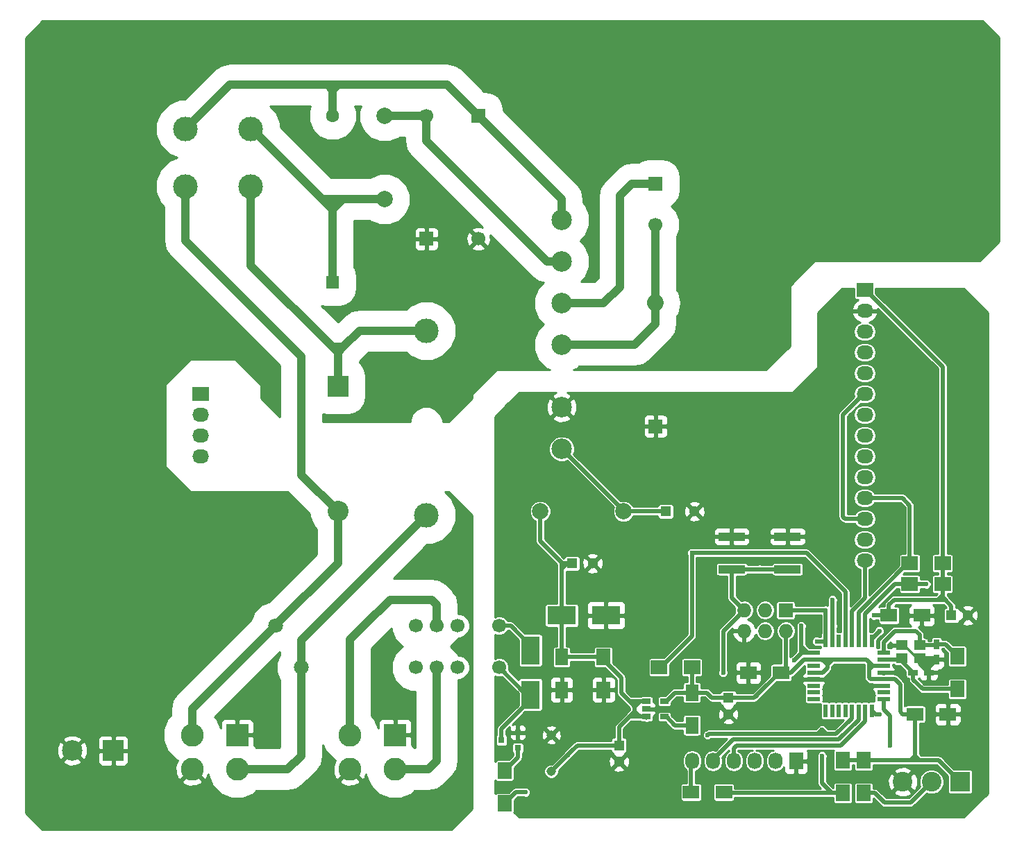
<source format=gbr>
G04 #@! TF.FileFunction,Copper,L1,Top,Signal*
%FSLAX46Y46*%
G04 Gerber Fmt 4.6, Leading zero omitted, Abs format (unit mm)*
G04 Created by KiCad (PCBNEW 4.0.4+dfsg1-stable) date Sun Aug 20 17:43:16 2017*
%MOMM*%
%LPD*%
G01*
G04 APERTURE LIST*
%ADD10C,0.100000*%
%ADD11R,1.600000X0.550000*%
%ADD12R,0.550000X1.600000*%
%ADD13R,1.300000X1.300000*%
%ADD14C,1.300000*%
%ADD15R,2.000000X1.600000*%
%ADD16R,1.600000X2.000000*%
%ADD17R,1.700000X1.700000*%
%ADD18C,1.700000*%
%ADD19R,1.200000X0.750000*%
%ADD20R,0.750000X1.200000*%
%ADD21R,3.500120X2.301240*%
%ADD22R,2.301240X3.500120*%
%ADD23C,1.998980*%
%ADD24C,1.143000*%
%ADD25R,1.727200X1.727200*%
%ADD26O,1.727200X1.727200*%
%ADD27R,1.727200X2.032000*%
%ADD28O,1.727200X2.032000*%
%ADD29R,2.032000X1.727200*%
%ADD30O,2.032000X1.727200*%
%ADD31R,0.800100X0.800100*%
%ADD32R,1.700000X2.000000*%
%ADD33R,2.000000X1.700000*%
%ADD34R,3.200000X1.000000*%
%ADD35R,1.060000X0.650000*%
%ADD36R,1.400000X1.200000*%
%ADD37C,2.540000*%
%ADD38R,2.540000X2.540000*%
%ADD39C,2.400000*%
%ADD40R,2.400000X2.400000*%
%ADD41R,1.600000X1.600000*%
%ADD42C,1.600000*%
%ADD43C,3.000000*%
%ADD44R,2.800000X2.800000*%
%ADD45C,2.800000*%
%ADD46R,2.500000X2.500000*%
%ADD47C,2.500000*%
%ADD48C,1.800000*%
%ADD49C,0.600000*%
%ADD50C,1.000000*%
%ADD51C,0.500000*%
%ADD52C,0.250000*%
%ADD53C,2.000000*%
%ADD54C,0.254000*%
G04 APERTURE END LIST*
D10*
D11*
X185295000Y-133375000D03*
X185295000Y-132575000D03*
X185295000Y-131775000D03*
X185295000Y-130975000D03*
X185295000Y-130175000D03*
X185295000Y-129375000D03*
X185295000Y-128575000D03*
X185295000Y-127775000D03*
D12*
X183845000Y-126325000D03*
X183045000Y-126325000D03*
X182245000Y-126325000D03*
X181445000Y-126325000D03*
X180645000Y-126325000D03*
X179845000Y-126325000D03*
X179045000Y-126325000D03*
X178245000Y-126325000D03*
D11*
X176795000Y-127775000D03*
X176795000Y-128575000D03*
X176795000Y-129375000D03*
X176795000Y-130175000D03*
X176795000Y-130975000D03*
X176795000Y-131775000D03*
X176795000Y-132575000D03*
X176795000Y-133375000D03*
D12*
X178245000Y-134825000D03*
X179045000Y-134825000D03*
X179845000Y-134825000D03*
X180645000Y-134825000D03*
X181445000Y-134825000D03*
X182245000Y-134825000D03*
X183045000Y-134825000D03*
X183845000Y-134825000D03*
D13*
X193580000Y-123190000D03*
D14*
X195580000Y-123190000D03*
D13*
X153035000Y-139065000D03*
D14*
X153035000Y-141065000D03*
D15*
X193135000Y-135255000D03*
X189135000Y-135255000D03*
X189960000Y-123190000D03*
X185960000Y-123190000D03*
X168815000Y-130175000D03*
X172815000Y-130175000D03*
D16*
X161925000Y-132620000D03*
X161925000Y-136620000D03*
D17*
X129540000Y-77230000D03*
D18*
X129540000Y-62230000D03*
D17*
X135890000Y-62230000D03*
D18*
X135890000Y-77230000D03*
D13*
X166370000Y-133255000D03*
D14*
X166370000Y-135255000D03*
D18*
X157480000Y-75485000D03*
D17*
X157480000Y-70485000D03*
X157480000Y-100103975D03*
D18*
X157480000Y-85103975D03*
D14*
X162250000Y-110490000D03*
D13*
X158750000Y-110490000D03*
D14*
X149820000Y-116840000D03*
D13*
X147320000Y-116840000D03*
D19*
X188915000Y-130175000D03*
X190815000Y-130175000D03*
D20*
X191770000Y-126685000D03*
X191770000Y-128585000D03*
D16*
X146050000Y-128270000D03*
X146050000Y-132270000D03*
D15*
X165830000Y-144780000D03*
X161830000Y-144780000D03*
D21*
X146050000Y-123190000D03*
X151450040Y-123190000D03*
D22*
X142240000Y-127474980D03*
X142240000Y-132875020D03*
D23*
X153591260Y-110490000D03*
X143431260Y-110490000D03*
D24*
X144780000Y-142240000D03*
X144780000Y-137795000D03*
D25*
X173355000Y-122555000D03*
D26*
X173355000Y-125095000D03*
X170815000Y-122555000D03*
X170815000Y-125095000D03*
X168275000Y-122555000D03*
X168275000Y-125095000D03*
D27*
X174625000Y-140970000D03*
D28*
X172085000Y-140970000D03*
X169545000Y-140970000D03*
X167005000Y-140970000D03*
X164465000Y-140970000D03*
X161925000Y-140970000D03*
D29*
X183000000Y-83470000D03*
D30*
X183000000Y-86010000D03*
X183000000Y-88550000D03*
X183000000Y-91090000D03*
X183000000Y-93630000D03*
X183000000Y-96170000D03*
X183000000Y-98710000D03*
X183000000Y-101250000D03*
X183000000Y-103790000D03*
X183000000Y-106330000D03*
X183000000Y-108870000D03*
X183000000Y-111410000D03*
X183000000Y-113950000D03*
X183000000Y-116490000D03*
D29*
X102000000Y-96170000D03*
D30*
X102000000Y-98710000D03*
X102000000Y-101250000D03*
X102000000Y-103790000D03*
D31*
X140700760Y-139380000D03*
X140700760Y-137480000D03*
X138701780Y-138430000D03*
D32*
X194310000Y-132175000D03*
X194310000Y-128175000D03*
D33*
X161925000Y-129540000D03*
X157925000Y-129540000D03*
X192500000Y-119380000D03*
X188500000Y-119380000D03*
X192500000Y-116840000D03*
X188500000Y-116840000D03*
D32*
X180340000Y-140875000D03*
X180340000Y-144875000D03*
X182880000Y-140875000D03*
X182880000Y-144875000D03*
X151130000Y-128270000D03*
X151130000Y-132270000D03*
X139065000Y-142145000D03*
X139065000Y-146145000D03*
D34*
X166780000Y-117570000D03*
X173580000Y-117570000D03*
X173580000Y-113570000D03*
X166780000Y-113570000D03*
D18*
X138430000Y-129540000D03*
X138430000Y-124460000D03*
X133350000Y-124460000D03*
X130810000Y-124460000D03*
X128270000Y-124460000D03*
X133350000Y-129540000D03*
X130810000Y-129540000D03*
X128270000Y-129540000D03*
D35*
X156380000Y-133670000D03*
X156380000Y-134620000D03*
X156380000Y-135570000D03*
X158580000Y-135570000D03*
X158580000Y-133670000D03*
D36*
X189695000Y-126835000D03*
X187495000Y-126835000D03*
X189695000Y-128435000D03*
X187495000Y-128435000D03*
D37*
X118745000Y-110490000D03*
D38*
X118745000Y-95250000D03*
D39*
X191135000Y-143510000D03*
X187635000Y-143510000D03*
D40*
X194635000Y-143510000D03*
D41*
X118110000Y-82530000D03*
D42*
X118110000Y-62230000D03*
D23*
X124460000Y-72390000D03*
X124460000Y-62230000D03*
D43*
X108140000Y-63810000D03*
X100140000Y-63810000D03*
X100140000Y-70810000D03*
X108140000Y-70810000D03*
X129540000Y-110945000D03*
X129540000Y-88445000D03*
D44*
X106465000Y-137795000D03*
D45*
X106465000Y-141995000D03*
X100965000Y-137795000D03*
X100965000Y-141995000D03*
D44*
X125730000Y-137795000D03*
D45*
X125730000Y-141995000D03*
X120230000Y-137795000D03*
X120230000Y-141995000D03*
D46*
X91360000Y-139700000D03*
D47*
X86360000Y-139700000D03*
X146050000Y-90170000D03*
X146050000Y-74930000D03*
X146050000Y-85090000D03*
X146050000Y-80010000D03*
X146050000Y-97790000D03*
X146050000Y-102870000D03*
D48*
X111125000Y-124460000D03*
X114300000Y-129540000D03*
D49*
X183515000Y-128905000D03*
X184150000Y-123190000D03*
X177800000Y-137160000D03*
X177800000Y-140335000D03*
X163830000Y-137795000D03*
X165735000Y-130175000D03*
X170180000Y-117570000D03*
X141605000Y-144780000D03*
X186055000Y-139065000D03*
X184785000Y-125095000D03*
X190500000Y-119380000D03*
X161925000Y-115570000D03*
X179070000Y-121285000D03*
X179070000Y-124460000D03*
X178244500Y-122555000D03*
X177165000Y-126365000D03*
X174412169Y-128692169D03*
X175260000Y-124460000D03*
X184785000Y-135255000D03*
D50*
X118745000Y-116790240D02*
X118745000Y-110490000D01*
X114300000Y-91579760D02*
X114300000Y-99695000D01*
X114300000Y-106045000D02*
X114300000Y-99695000D01*
X114300000Y-99695000D02*
X114300000Y-104140000D01*
X118745000Y-110490000D02*
X114300000Y-106045000D01*
X118745000Y-116790240D02*
X111100120Y-124435120D01*
X100965000Y-134570240D02*
X101014760Y-134570240D01*
X101014760Y-134570240D02*
X111125000Y-124460000D01*
X100965000Y-137795000D02*
X100965000Y-134570240D01*
X100140000Y-70810000D02*
X100140000Y-77419760D01*
X100140000Y-77419760D02*
X114300000Y-91579760D01*
X114300000Y-130810000D02*
X114300000Y-140335000D01*
X114300000Y-130175000D02*
X114300000Y-130810000D01*
X114300000Y-130810000D02*
X114300000Y-128905000D01*
X114300000Y-126185000D02*
X114300000Y-128905000D01*
X114300000Y-128905000D02*
X114300000Y-129540000D01*
X114300000Y-140335000D02*
X112640000Y-141995000D01*
X112640000Y-141995000D02*
X106465000Y-141995000D01*
X129540000Y-110945000D02*
X114300000Y-126185000D01*
D51*
X142240000Y-127474980D02*
X142240000Y-126875540D01*
X142240000Y-126875540D02*
X139824460Y-124460000D01*
X139824460Y-124460000D02*
X139632081Y-124460000D01*
X139632081Y-124460000D02*
X138430000Y-124460000D01*
X192500000Y-116840000D02*
X192500000Y-94615000D01*
X192500000Y-92817600D02*
X192500000Y-94615000D01*
X183000000Y-83470000D02*
X183152400Y-83470000D01*
X183152400Y-83470000D02*
X192500000Y-92817600D01*
X192500000Y-116840000D02*
X192500000Y-119380000D01*
X191770000Y-121285000D02*
X186595000Y-121285000D01*
X192825000Y-121285000D02*
X191770000Y-121285000D01*
X191945000Y-121285000D02*
X192500000Y-120730000D01*
X191770000Y-121285000D02*
X191945000Y-121285000D01*
X192500000Y-120730000D02*
X192500000Y-119380000D01*
X192825000Y-121285000D02*
X192500000Y-120960000D01*
X192500000Y-120960000D02*
X192500000Y-119380000D01*
X185960000Y-121920000D02*
X185960000Y-123190000D01*
X186595000Y-121285000D02*
X185960000Y-121920000D01*
X193580000Y-123190000D02*
X193580000Y-122040000D01*
X193580000Y-122040000D02*
X192825000Y-121285000D01*
X185960000Y-123190000D02*
X184150000Y-123190000D01*
X187325000Y-133040000D02*
X187325000Y-132080000D01*
X187325000Y-132080000D02*
X187325000Y-131610000D01*
X187325000Y-134945000D02*
X187325000Y-132080000D01*
X189135000Y-135255000D02*
X187635000Y-135255000D01*
X187635000Y-135255000D02*
X187325000Y-134945000D01*
X189135000Y-137160000D02*
X189135000Y-135255000D01*
X185295000Y-130975000D02*
X186690000Y-130975000D01*
X187325000Y-131610000D02*
X186690000Y-130975000D01*
X178435000Y-128575000D02*
X179070000Y-128575000D01*
X177800000Y-128575000D02*
X178435000Y-128575000D01*
X178435000Y-128575000D02*
X178435000Y-129210000D01*
X179070000Y-128575000D02*
X183185000Y-128575000D01*
X178435000Y-129210000D02*
X179070000Y-128575000D01*
X176795000Y-128575000D02*
X177800000Y-128575000D01*
X178435000Y-129620002D02*
X178435000Y-129210000D01*
X178435000Y-129210000D02*
X177800000Y-128575000D01*
X176795000Y-130175000D02*
X177880002Y-130175000D01*
X177880002Y-130175000D02*
X178435000Y-129620002D01*
X183515000Y-130175000D02*
X183515000Y-129845000D01*
X183515000Y-129845000D02*
X183985000Y-129375000D01*
X185295000Y-129375000D02*
X184150000Y-129375000D01*
X184150000Y-129375000D02*
X183680000Y-129375000D01*
X183185000Y-128575000D02*
X183985000Y-129375000D01*
X183985000Y-129375000D02*
X184150000Y-129375000D01*
X183515000Y-130810000D02*
X183515000Y-130175000D01*
X183515000Y-128905000D02*
X183515000Y-130175000D01*
X183515000Y-130175000D02*
X183515000Y-129540000D01*
X183185000Y-128575000D02*
X183515000Y-128905000D01*
X183680000Y-129375000D02*
X183515000Y-129540000D01*
X183680000Y-130975000D02*
X183515000Y-130810000D01*
X185295000Y-130975000D02*
X183680000Y-130975000D01*
X169640000Y-133150000D02*
X170710000Y-132080000D01*
X170710000Y-132080000D02*
X172615000Y-130175000D01*
X166370000Y-133255000D02*
X169535000Y-133255000D01*
X169535000Y-133255000D02*
X170710000Y-132080000D01*
X172615000Y-130175000D02*
X172815000Y-130175000D01*
X163735000Y-132620000D02*
X164370000Y-133255000D01*
X164370000Y-133255000D02*
X166370000Y-133255000D01*
X161925000Y-132620000D02*
X163735000Y-132620000D01*
X187960000Y-140875000D02*
X188595000Y-140875000D01*
X189135000Y-140335000D02*
X188595000Y-140875000D01*
X189865000Y-140875000D02*
X192000000Y-140875000D01*
X187960000Y-140875000D02*
X189865000Y-140875000D01*
X189675000Y-140875000D02*
X189135000Y-140335000D01*
X189135000Y-140335000D02*
X189135000Y-137160000D01*
X189865000Y-140875000D02*
X189675000Y-140875000D01*
X182880000Y-140875000D02*
X187960000Y-140875000D01*
X192405000Y-141280000D02*
X194635000Y-143510000D01*
X192000000Y-140875000D02*
X192405000Y-141280000D01*
X189135000Y-137160000D02*
X189135000Y-138010000D01*
X161925000Y-132620000D02*
X161925000Y-129540000D01*
X176795000Y-128575000D02*
X175590000Y-128575000D01*
X173990000Y-130175000D02*
X172815000Y-130175000D01*
X175590000Y-128575000D02*
X173990000Y-130175000D01*
X173355000Y-125095000D02*
X173355000Y-129635000D01*
X173355000Y-129635000D02*
X172815000Y-130175000D01*
X182880000Y-140875000D02*
X180340000Y-140875000D01*
X158580000Y-133670000D02*
X158785000Y-133670000D01*
X158785000Y-133670000D02*
X159835000Y-132620000D01*
X159835000Y-132620000D02*
X161925000Y-132620000D01*
D52*
X187495000Y-126835000D02*
X187809998Y-126835000D01*
X187809998Y-126835000D02*
X189409998Y-128435000D01*
X189409998Y-128435000D02*
X189695000Y-128435000D01*
D51*
X190500000Y-129220000D02*
X190480000Y-129220000D01*
X190480000Y-129220000D02*
X189695000Y-128435000D01*
X189695000Y-128435000D02*
X190500000Y-128435000D01*
X190500000Y-128435000D02*
X191135000Y-128435000D01*
X190500000Y-129220000D02*
X190500000Y-128435000D01*
X190815000Y-129540000D02*
X190180000Y-129540000D01*
X190815000Y-128905000D02*
X190500000Y-129220000D01*
X190815000Y-130175000D02*
X190815000Y-129300000D01*
X190500000Y-129220000D02*
X190180000Y-129540000D01*
X190815000Y-129300000D02*
X190735000Y-129220000D01*
X190735000Y-129220000D02*
X190500000Y-129220000D01*
X189695000Y-129055000D02*
X190180000Y-129540000D01*
X190180000Y-129540000D02*
X190815000Y-130175000D01*
X190815000Y-128755000D02*
X190815000Y-128905000D01*
X190815000Y-129540000D02*
X191135000Y-129220000D01*
X191135000Y-129220000D02*
X191770000Y-128585000D01*
X191135000Y-128435000D02*
X191135000Y-129220000D01*
X191135000Y-128435000D02*
X191620000Y-128435000D01*
X190815000Y-129540000D02*
X190815000Y-128755000D01*
X190815000Y-128755000D02*
X191135000Y-128435000D01*
X190815000Y-130175000D02*
X190815000Y-129540000D01*
X189695000Y-128435000D02*
X189695000Y-129055000D01*
X191620000Y-128435000D02*
X191770000Y-128585000D01*
X154305000Y-133670000D02*
X153315000Y-132680000D01*
X153315000Y-132680000D02*
X153315000Y-130810000D01*
X153315000Y-130810000D02*
X151130000Y-128625000D01*
X151130000Y-128625000D02*
X151130000Y-128270000D01*
X153035000Y-139065000D02*
X153035000Y-137795000D01*
X153035000Y-136840000D02*
X153035000Y-137795000D01*
X154305000Y-135570000D02*
X153035000Y-136840000D01*
X154305000Y-135570000D02*
X154940000Y-135570000D01*
X154940000Y-135570000D02*
X156380000Y-135570000D01*
X154940000Y-134935000D02*
X154940000Y-135570000D01*
X154940000Y-134935000D02*
X154305000Y-135570000D01*
X154940000Y-133670000D02*
X154305000Y-133670000D01*
X154940000Y-133670000D02*
X154940000Y-134305000D01*
X156380000Y-133670000D02*
X154940000Y-133670000D01*
X154940000Y-134305000D02*
X154305000Y-133670000D01*
X156380000Y-135570000D02*
X155575000Y-135570000D01*
X155575000Y-135570000D02*
X154940000Y-134935000D01*
X154940000Y-134935000D02*
X154940000Y-134305000D01*
X154940000Y-134305000D02*
X155575000Y-133670000D01*
X155575000Y-133670000D02*
X156380000Y-133670000D01*
X146685000Y-140335000D02*
X147320000Y-139700000D01*
X144780000Y-142240000D02*
X147320000Y-139700000D01*
X147320000Y-139700000D02*
X147955000Y-139065000D01*
X153035000Y-139065000D02*
X147955000Y-139065000D01*
X156380000Y-135720000D02*
X156380000Y-135570000D01*
X146050000Y-128270000D02*
X147350000Y-128270000D01*
X147350000Y-128270000D02*
X151130000Y-128270000D01*
X146050000Y-123190000D02*
X146050000Y-128270000D01*
X143431260Y-114101260D02*
X146050000Y-116720000D01*
X146050000Y-117475000D02*
X146050000Y-116720000D01*
X146050000Y-116720000D02*
X146170000Y-116840000D01*
X146170000Y-116840000D02*
X147320000Y-116840000D01*
X146050000Y-123190000D02*
X146050000Y-117475000D01*
X146050000Y-117475000D02*
X146685000Y-116840000D01*
X146685000Y-116840000D02*
X147320000Y-116840000D01*
X143431260Y-110490000D02*
X143431260Y-114101260D01*
X158580000Y-135570000D02*
X158785000Y-135570000D01*
X158785000Y-135570000D02*
X159835000Y-136620000D01*
X159835000Y-136620000D02*
X161925000Y-136620000D01*
D50*
X129540000Y-62230000D02*
X124460000Y-62230000D01*
X129540000Y-62230000D02*
X129540000Y-65267766D01*
X146050000Y-80010000D02*
X144282234Y-80010000D01*
X144282234Y-80010000D02*
X129540000Y-65267766D01*
X146050000Y-90170000D02*
X154940000Y-90170000D01*
X154940000Y-90170000D02*
X157480000Y-87630000D01*
X157480000Y-87630000D02*
X157480000Y-85103975D01*
X157480000Y-85103975D02*
X157480000Y-75485000D01*
D53*
X157480000Y-85103975D02*
X157480000Y-85022081D01*
D50*
X151130000Y-85090000D02*
X146050000Y-85090000D01*
X157480000Y-70485000D02*
X154630000Y-70485000D01*
X154630000Y-70485000D02*
X153129999Y-71985001D01*
X153129999Y-71985001D02*
X153129999Y-83090001D01*
X153129999Y-83090001D02*
X151130000Y-85090000D01*
D51*
X153591260Y-110490000D02*
X158750000Y-110490000D01*
X146050000Y-102870000D02*
X153591260Y-110411260D01*
X153591260Y-110411260D02*
X153591260Y-110490000D01*
X192405000Y-132175000D02*
X194310000Y-132175000D01*
X191770000Y-132175000D02*
X192405000Y-132175000D01*
X188915000Y-130175000D02*
X188915000Y-131050000D01*
X188915000Y-131050000D02*
X190040000Y-132175000D01*
X190040000Y-132175000D02*
X191770000Y-132175000D01*
X187495000Y-128435000D02*
X187495000Y-128755000D01*
X187495000Y-128755000D02*
X188915000Y-130175000D01*
X185295000Y-128575000D02*
X187355000Y-128575000D01*
X187355000Y-128575000D02*
X187495000Y-128435000D01*
X190675000Y-132175000D02*
X192405000Y-132175000D01*
X191770000Y-126685000D02*
X192820000Y-126685000D01*
X192820000Y-126685000D02*
X194310000Y-128175000D01*
X189695000Y-126835000D02*
X191620000Y-126835000D01*
X191620000Y-126835000D02*
X191770000Y-126685000D01*
X189230000Y-125095000D02*
X189695000Y-125560000D01*
X189695000Y-125560000D02*
X189695000Y-126835000D01*
X186690000Y-125095000D02*
X187960000Y-125095000D01*
X187960000Y-125095000D02*
X189230000Y-125095000D01*
X185295000Y-127775000D02*
X185295000Y-126490000D01*
X185295000Y-126490000D02*
X186690000Y-125095000D01*
X180340000Y-144875000D02*
X165925000Y-144875000D01*
X165925000Y-144875000D02*
X165830000Y-144780000D01*
X178435000Y-137664980D02*
X177165000Y-137664980D01*
X177165000Y-137664980D02*
X163960020Y-137664980D01*
X177800000Y-137160000D02*
X177295020Y-137664980D01*
X177295020Y-137664980D02*
X177165000Y-137664980D01*
X177800000Y-143685000D02*
X177800000Y-140335000D01*
X178990000Y-144875000D02*
X177800000Y-143685000D01*
X179525096Y-137664980D02*
X178435000Y-137664980D01*
X178304980Y-137664980D02*
X178435000Y-137664980D01*
X177800000Y-137160000D02*
X178304980Y-137664980D01*
X177800000Y-140835000D02*
X177800000Y-140335000D01*
X178990000Y-144875000D02*
X180340000Y-144875000D01*
X181445000Y-134825000D02*
X181445000Y-135745076D01*
X181445000Y-135745076D02*
X179525096Y-137664980D01*
X163960020Y-137664980D02*
X163830000Y-137795000D01*
X165735000Y-125095000D02*
X165735000Y-130175000D01*
X168275000Y-122555000D02*
X165735000Y-125095000D01*
X170180000Y-117570000D02*
X166780000Y-117570000D01*
X171480000Y-117570000D02*
X170180000Y-117570000D01*
X168275000Y-122555000D02*
X166780000Y-121060000D01*
X166780000Y-121060000D02*
X166780000Y-117570000D01*
X173580000Y-117570000D02*
X171480000Y-117570000D01*
X161830000Y-144780000D02*
X161830000Y-141065000D01*
X161830000Y-141065000D02*
X161925000Y-140970000D01*
X142240000Y-132875020D02*
X142240000Y-133474460D01*
X142240000Y-133474460D02*
X138701780Y-137012680D01*
X138701780Y-137012680D02*
X138701780Y-137529950D01*
X138701780Y-137529950D02*
X138701780Y-138430000D01*
X138430000Y-129540000D02*
X141765020Y-132875020D01*
X141765020Y-132875020D02*
X142240000Y-132875020D01*
X141605000Y-144780000D02*
X140430000Y-144780000D01*
X140430000Y-144780000D02*
X139065000Y-146145000D01*
X185295000Y-133375000D02*
X185295000Y-134654998D01*
X185295000Y-134654998D02*
X186055000Y-135414998D01*
X186055000Y-135414998D02*
X186055000Y-139065000D01*
X183845000Y-126325000D02*
X183845000Y-126035000D01*
X183845000Y-126035000D02*
X184785000Y-125095000D01*
X188500000Y-119380000D02*
X190500000Y-119380000D01*
X183045000Y-123025000D02*
X186690000Y-119380000D01*
X186690000Y-119380000D02*
X188500000Y-119380000D01*
X183045000Y-126325000D02*
X183045000Y-123025000D01*
X188500000Y-116840000D02*
X188500000Y-109760000D01*
X182245000Y-126325000D02*
X182245000Y-122835038D01*
X182245000Y-122835038D02*
X188240038Y-116840000D01*
X188240038Y-116840000D02*
X188500000Y-116840000D01*
X188500000Y-109760000D02*
X187610000Y-108870000D01*
X187610000Y-108870000D02*
X183000000Y-108870000D01*
X181445000Y-126325000D02*
X181445000Y-122645076D01*
X181445000Y-122645076D02*
X183000000Y-121090076D01*
X183000000Y-121090076D02*
X183000000Y-116490000D01*
X161925000Y-118110000D02*
X161925000Y-125095000D01*
X158115000Y-129540000D02*
X161925000Y-125730000D01*
X161925000Y-125095000D02*
X161925000Y-125540000D01*
X161925000Y-125730000D02*
X161925000Y-125095000D01*
X157925000Y-129540000D02*
X158115000Y-129540000D01*
X161925000Y-115570000D02*
X161925000Y-118110000D01*
X180645000Y-126325000D02*
X180645000Y-120320000D01*
X180645000Y-120320000D02*
X175895000Y-115570000D01*
X175895000Y-115570000D02*
X162560000Y-115570000D01*
X162560000Y-115570000D02*
X161925000Y-115570000D01*
X179070000Y-121805000D02*
X179070000Y-121285000D01*
X183000000Y-96170000D02*
X182847600Y-96170000D01*
X182847600Y-96170000D02*
X180340000Y-98677600D01*
X180340000Y-98677600D02*
X180340000Y-111125000D01*
X180340000Y-111125000D02*
X180625000Y-111410000D01*
X180625000Y-111410000D02*
X183000000Y-111410000D01*
X179070000Y-121805000D02*
X179070000Y-124460000D01*
X179070000Y-124460000D02*
X179070000Y-126300000D01*
X179070000Y-126300000D02*
X179045000Y-126325000D01*
X178244500Y-122555000D02*
X176530000Y-122555000D01*
X178245000Y-124270000D02*
X178245000Y-123190000D01*
X178245000Y-123190000D02*
X178245000Y-123000000D01*
X178244500Y-122555000D02*
X178244500Y-123189500D01*
X178244500Y-123189500D02*
X178245000Y-123190000D01*
X178245000Y-124270000D02*
X178245000Y-125285000D01*
X175515000Y-122555000D02*
X175260000Y-122555000D01*
X175260000Y-122555000D02*
X174718600Y-122555000D01*
X176530000Y-122555000D02*
X175260000Y-122555000D01*
X177165000Y-126365000D02*
X178205000Y-126365000D01*
X178205000Y-126365000D02*
X178245000Y-126325000D01*
X178245000Y-126325000D02*
X178245000Y-125285000D01*
X174718600Y-122555000D02*
X173355000Y-122555000D01*
X175895000Y-127775000D02*
X176795000Y-127775000D01*
X175329338Y-127775000D02*
X175895000Y-127775000D01*
X175260000Y-127844338D02*
X175260000Y-127000000D01*
X175260000Y-127000000D02*
X175260000Y-124460000D01*
X175895000Y-127775000D02*
X175895000Y-127635000D01*
X175895000Y-127635000D02*
X175260000Y-127000000D01*
X174412169Y-128692169D02*
X175260000Y-127844338D01*
X174412169Y-128692169D02*
X175329338Y-127775000D01*
X182245000Y-134825000D02*
X182245000Y-135935038D01*
X182245000Y-135935038D02*
X179815048Y-138364990D01*
X179815048Y-138364990D02*
X166917610Y-138364990D01*
X166917610Y-138364990D02*
X164465000Y-140817600D01*
X164465000Y-140817600D02*
X164465000Y-140970000D01*
X183045000Y-134825000D02*
X183045000Y-136125000D01*
X183045000Y-136125000D02*
X180105000Y-139065000D01*
X180105000Y-139065000D02*
X167394000Y-139065000D01*
X167394000Y-139065000D02*
X167005000Y-139454000D01*
X167005000Y-139454000D02*
X167005000Y-140970000D01*
X184785000Y-135255000D02*
X184275000Y-135255000D01*
X184275000Y-135255000D02*
X183845000Y-134825000D01*
X182880000Y-144875000D02*
X184230000Y-144875000D01*
X184230000Y-144875000D02*
X185405000Y-146050000D01*
X185405000Y-146050000D02*
X188595000Y-146050000D01*
X188595000Y-146050000D02*
X191135000Y-143510000D01*
X140700760Y-139380000D02*
X140700760Y-140509240D01*
X140700760Y-140509240D02*
X139065000Y-142145000D01*
D50*
X118110000Y-58420000D02*
X117475000Y-58420000D01*
X117475000Y-58420000D02*
X105530000Y-58420000D01*
X118110000Y-59055000D02*
X117475000Y-58420000D01*
X118110000Y-59055000D02*
X118110000Y-58420000D01*
X118110000Y-62230000D02*
X118110000Y-59055000D01*
X132080000Y-58420000D02*
X118745000Y-58420000D01*
X118745000Y-58420000D02*
X118110000Y-58420000D01*
X118110000Y-59055000D02*
X118745000Y-58420000D01*
X104640001Y-59309999D02*
X103625000Y-60325000D01*
X103625000Y-60325000D02*
X101639999Y-62310001D01*
X105530000Y-58420000D02*
X103625000Y-60325000D01*
X132969999Y-59309999D02*
X132080000Y-58420000D01*
X135890000Y-62230000D02*
X132969999Y-59309999D01*
X146050000Y-72390000D02*
X135890000Y-62230000D01*
X146050000Y-74930000D02*
X146050000Y-72390000D01*
X101639999Y-62310001D02*
X100140000Y-63810000D01*
X118110000Y-77470000D02*
X118110000Y-82530000D01*
X116840000Y-72390000D02*
X108260000Y-63810000D01*
X108260000Y-63810000D02*
X108140000Y-63810000D01*
X118110000Y-72390000D02*
X116840000Y-72390000D01*
X119380000Y-72390000D02*
X118110000Y-72390000D01*
X118110000Y-72390000D02*
X118110000Y-73660000D01*
X116840000Y-72390000D02*
X118110000Y-73660000D01*
X124460000Y-72390000D02*
X121920000Y-72390000D01*
X121920000Y-72390000D02*
X120390000Y-72390000D01*
X118110000Y-77470000D02*
X118110000Y-73660000D01*
X118110000Y-73660000D02*
X119380000Y-72390000D01*
X119380000Y-72390000D02*
X121920000Y-72390000D01*
X118745000Y-93345000D02*
X118745000Y-92075000D01*
X118745000Y-92075000D02*
X118745000Y-91075000D01*
X118745000Y-95250000D02*
X118745000Y-92075000D01*
X119380000Y-90440000D02*
X118745000Y-91075000D01*
X121375000Y-88445000D02*
X119380000Y-90440000D01*
X118745000Y-91075000D02*
X118110000Y-90440000D01*
X118110000Y-90440000D02*
X108140000Y-80470000D01*
X119380000Y-90440000D02*
X118110000Y-90440000D01*
X129540000Y-88445000D02*
X121375000Y-88445000D01*
X108140000Y-70810000D02*
X108140000Y-77470000D01*
X108140000Y-77470000D02*
X108140000Y-79560002D01*
X108140000Y-80470000D02*
X108140000Y-77470000D01*
X125095000Y-121285000D02*
X121920000Y-124460000D01*
X120230000Y-137795000D02*
X120230000Y-126150000D01*
X120230000Y-126150000D02*
X121920000Y-124460000D01*
X130175000Y-121285000D02*
X125095000Y-121285000D01*
X130810000Y-121920000D02*
X130175000Y-121285000D01*
X130810000Y-122555000D02*
X130810000Y-121920000D01*
X130810000Y-124460000D02*
X130810000Y-122555000D01*
X130810000Y-140970000D02*
X130810000Y-129540000D01*
X129785000Y-141995000D02*
X130810000Y-140970000D01*
X125730000Y-141995000D02*
X129785000Y-141995000D01*
D54*
G36*
X199352500Y-52672106D02*
X199352500Y-77502894D01*
X196972394Y-79883000D01*
X176990000Y-79883000D01*
X176940590Y-79893006D01*
X176900197Y-79920197D01*
X173900197Y-82920197D01*
X173872334Y-82962211D01*
X173863000Y-83010000D01*
X173863000Y-90292394D01*
X170937394Y-93218000D01*
X147516436Y-93218000D01*
X147960418Y-93034550D01*
X148198383Y-92797000D01*
X154939995Y-92797000D01*
X154940000Y-92797001D01*
X155945310Y-92597032D01*
X156797570Y-92027570D01*
X159337567Y-89487572D01*
X159337570Y-89487570D01*
X159907032Y-88635309D01*
X160107000Y-87630000D01*
X160107000Y-86692694D01*
X160368971Y-86300626D01*
X160607000Y-85103975D01*
X160607000Y-85022081D01*
X160368971Y-83825430D01*
X160107000Y-83433362D01*
X160107000Y-76921406D01*
X160456482Y-76079760D01*
X160457516Y-74895436D01*
X160005249Y-73800868D01*
X159387524Y-73182063D01*
X159842150Y-72889520D01*
X160327809Y-72178734D01*
X160498670Y-71335000D01*
X160498670Y-69635000D01*
X160350356Y-68846781D01*
X159884520Y-68122850D01*
X159173734Y-67637191D01*
X158330000Y-67466330D01*
X156630000Y-67466330D01*
X155841781Y-67614644D01*
X155463594Y-67858000D01*
X154630005Y-67858000D01*
X154630000Y-67857999D01*
X153624690Y-68057968D01*
X153437567Y-68183000D01*
X152772430Y-68627430D01*
X152772428Y-68627433D01*
X151272429Y-70127431D01*
X150702967Y-70979691D01*
X150502998Y-71985001D01*
X150502999Y-71985006D01*
X150502999Y-82001862D01*
X150041860Y-82463000D01*
X148372687Y-82463000D01*
X148911212Y-81925414D01*
X149426412Y-80684674D01*
X149427585Y-79341220D01*
X148914550Y-78099582D01*
X148285801Y-77469735D01*
X148911212Y-76845414D01*
X149426412Y-75604674D01*
X149427585Y-74261220D01*
X148914550Y-73019582D01*
X148677000Y-72781617D01*
X148677000Y-72390005D01*
X148677001Y-72390000D01*
X148477032Y-71384690D01*
X147963859Y-70616673D01*
X147907570Y-70532430D01*
X147907567Y-70532428D01*
X138908670Y-61533530D01*
X138908670Y-61380000D01*
X138760356Y-60591781D01*
X138294520Y-59867850D01*
X137583734Y-59382191D01*
X136740000Y-59211330D01*
X136586470Y-59211330D01*
X134827569Y-57452429D01*
X134827566Y-57452427D01*
X133937570Y-56562430D01*
X133085310Y-55992968D01*
X132080000Y-55792999D01*
X132079995Y-55793000D01*
X118745005Y-55793000D01*
X118745000Y-55792999D01*
X118744995Y-55793000D01*
X117475005Y-55793000D01*
X117475000Y-55792999D01*
X117474995Y-55793000D01*
X105530005Y-55793000D01*
X105530000Y-55792999D01*
X104524690Y-55992968D01*
X103672430Y-56562430D01*
X103672428Y-56562433D01*
X102185170Y-58049690D01*
X101767430Y-58467430D01*
X101767428Y-58467433D01*
X100051938Y-60182922D01*
X99421710Y-60182372D01*
X98088154Y-60733386D01*
X97066972Y-61752787D01*
X96513631Y-63085380D01*
X96512372Y-64528290D01*
X97063386Y-65861846D01*
X98082787Y-66883028D01*
X99111936Y-67310368D01*
X98088154Y-67733386D01*
X97066972Y-68752787D01*
X96513631Y-70085380D01*
X96512372Y-71528290D01*
X97063386Y-72861846D01*
X97513000Y-73312246D01*
X97513000Y-77419755D01*
X97512999Y-77419760D01*
X97712968Y-78425070D01*
X98282430Y-79277330D01*
X111673000Y-92667899D01*
X111673000Y-98968394D01*
X109347000Y-96642394D01*
X109347000Y-95075000D01*
X109336994Y-95025590D01*
X109309803Y-94985197D01*
X106309803Y-91985197D01*
X106267789Y-91957334D01*
X106220000Y-91948000D01*
X100790000Y-91948000D01*
X100740590Y-91958006D01*
X100700197Y-91985197D01*
X97700197Y-94985197D01*
X97672334Y-95027211D01*
X97663000Y-95075000D01*
X97663000Y-104950000D01*
X97673006Y-104999410D01*
X97700197Y-105039803D01*
X100700197Y-108039803D01*
X100742211Y-108067666D01*
X100790000Y-108077000D01*
X112616860Y-108077000D01*
X115347722Y-110807861D01*
X115347412Y-111162741D01*
X115863484Y-112411732D01*
X116118000Y-112666692D01*
X116118000Y-115702101D01*
X110290517Y-121529583D01*
X109412583Y-121892338D01*
X108560331Y-122743104D01*
X108158116Y-123711745D01*
X99257390Y-132612470D01*
X99107430Y-132712670D01*
X98537968Y-133564931D01*
X98338000Y-134570240D01*
X98338000Y-135433834D01*
X97976698Y-135794506D01*
X97438614Y-137090358D01*
X97437389Y-138493486D01*
X97973211Y-139790275D01*
X98964506Y-140783302D01*
X99212612Y-140886325D01*
X98921595Y-141635031D01*
X98939386Y-142444409D01*
X99214894Y-143109545D01*
X99523276Y-143257118D01*
X100785395Y-141995000D01*
X100771253Y-141980858D01*
X100950858Y-141801253D01*
X100965000Y-141815395D01*
X100979143Y-141801253D01*
X101158748Y-141980858D01*
X101144605Y-141995000D01*
X102406724Y-143257118D01*
X102715106Y-143109545D01*
X102937525Y-142537322D01*
X102937389Y-142693486D01*
X103473211Y-143990275D01*
X104464506Y-144983302D01*
X105760358Y-145521386D01*
X107163486Y-145522611D01*
X108460275Y-144986789D01*
X108825701Y-144622000D01*
X112639995Y-144622000D01*
X112640000Y-144622001D01*
X113645310Y-144422032D01*
X114497570Y-143852570D01*
X114913415Y-143436724D01*
X118967882Y-143436724D01*
X119115455Y-143745106D01*
X119870031Y-144038405D01*
X120679409Y-144020614D01*
X121344545Y-143745106D01*
X121492118Y-143436724D01*
X120230000Y-142174605D01*
X118967882Y-143436724D01*
X114913415Y-143436724D01*
X116157567Y-142192572D01*
X116157570Y-142192570D01*
X116477628Y-141713569D01*
X116727032Y-141340310D01*
X116927001Y-140335000D01*
X116927000Y-140334995D01*
X116927000Y-139037086D01*
X117238211Y-139790275D01*
X118229506Y-140783302D01*
X118477612Y-140886325D01*
X118186595Y-141635031D01*
X118204386Y-142444409D01*
X118479894Y-143109545D01*
X118788276Y-143257118D01*
X120050395Y-141995000D01*
X120036253Y-141980858D01*
X120215858Y-141801253D01*
X120230000Y-141815395D01*
X120244143Y-141801253D01*
X120423748Y-141980858D01*
X120409605Y-141995000D01*
X121671724Y-143257118D01*
X121980106Y-143109545D01*
X122202525Y-142537322D01*
X122202389Y-142693486D01*
X122738211Y-143990275D01*
X123729506Y-144983302D01*
X125025358Y-145521386D01*
X126428486Y-145522611D01*
X127725275Y-144986789D01*
X128090701Y-144622000D01*
X129784995Y-144622000D01*
X129785000Y-144622001D01*
X130790310Y-144422032D01*
X131642570Y-143852570D01*
X132667567Y-142827572D01*
X132667570Y-142827570D01*
X133013399Y-142310000D01*
X133237032Y-141975310D01*
X133437001Y-140970000D01*
X133437000Y-140969995D01*
X133437000Y-131025076D01*
X133644089Y-131025257D01*
X134190086Y-130799656D01*
X134608188Y-130382283D01*
X134834742Y-129836681D01*
X134835257Y-129245911D01*
X134609656Y-128699914D01*
X134192283Y-128281812D01*
X133646681Y-128055258D01*
X133417553Y-128055058D01*
X133335249Y-127855868D01*
X132498537Y-127017694D01*
X132457175Y-127000519D01*
X132494132Y-126985249D01*
X133332306Y-126148537D01*
X133416798Y-125945059D01*
X133644089Y-125945257D01*
X134190086Y-125719656D01*
X134608188Y-125302283D01*
X134834742Y-124756681D01*
X134835257Y-124165911D01*
X134609656Y-123619914D01*
X134192283Y-123201812D01*
X133646681Y-122975258D01*
X133437000Y-122975075D01*
X133437000Y-121920005D01*
X133437001Y-121920000D01*
X133237032Y-120914690D01*
X132859826Y-120350162D01*
X132667570Y-120062430D01*
X132667567Y-120062428D01*
X132032570Y-119427430D01*
X131180310Y-118857968D01*
X130175000Y-118657999D01*
X130174995Y-118658000D01*
X125542139Y-118658000D01*
X129628061Y-114572078D01*
X130258290Y-114572628D01*
X131591846Y-114021614D01*
X132613028Y-113002213D01*
X133166369Y-111669620D01*
X133167628Y-110226710D01*
X132616614Y-108893154D01*
X131801883Y-108077000D01*
X132202394Y-108077000D01*
X135128000Y-111002606D01*
X135128000Y-146807394D01*
X132582894Y-149352500D01*
X82682106Y-149352500D01*
X80647500Y-147317894D01*
X80647500Y-143436724D01*
X99702882Y-143436724D01*
X99850455Y-143745106D01*
X100605031Y-144038405D01*
X101414409Y-144020614D01*
X102079545Y-143745106D01*
X102227118Y-143436724D01*
X100965000Y-142174605D01*
X99702882Y-143436724D01*
X80647500Y-143436724D01*
X80647500Y-141033320D01*
X85206285Y-141033320D01*
X85335533Y-141326123D01*
X86035806Y-141594388D01*
X86785435Y-141574250D01*
X87384467Y-141326123D01*
X87513715Y-141033320D01*
X86360000Y-139879605D01*
X85206285Y-141033320D01*
X80647500Y-141033320D01*
X80647500Y-139375806D01*
X84465612Y-139375806D01*
X84485750Y-140125435D01*
X84733877Y-140724467D01*
X85026680Y-140853715D01*
X86180395Y-139700000D01*
X86539605Y-139700000D01*
X87693320Y-140853715D01*
X87986123Y-140724467D01*
X88254388Y-140024194D01*
X88253356Y-139985750D01*
X89475000Y-139985750D01*
X89475000Y-141076310D01*
X89571673Y-141309699D01*
X89750302Y-141488327D01*
X89983691Y-141585000D01*
X91074250Y-141585000D01*
X91233000Y-141426250D01*
X91233000Y-139827000D01*
X91487000Y-139827000D01*
X91487000Y-141426250D01*
X91645750Y-141585000D01*
X92736309Y-141585000D01*
X92969698Y-141488327D01*
X93148327Y-141309699D01*
X93245000Y-141076310D01*
X93245000Y-139985750D01*
X93086250Y-139827000D01*
X91487000Y-139827000D01*
X91233000Y-139827000D01*
X89633750Y-139827000D01*
X89475000Y-139985750D01*
X88253356Y-139985750D01*
X88234250Y-139274565D01*
X87986123Y-138675533D01*
X87693320Y-138546285D01*
X86539605Y-139700000D01*
X86180395Y-139700000D01*
X85026680Y-138546285D01*
X84733877Y-138675533D01*
X84465612Y-139375806D01*
X80647500Y-139375806D01*
X80647500Y-138366680D01*
X85206285Y-138366680D01*
X86360000Y-139520395D01*
X87513715Y-138366680D01*
X87494739Y-138323690D01*
X89475000Y-138323690D01*
X89475000Y-139414250D01*
X89633750Y-139573000D01*
X91233000Y-139573000D01*
X91233000Y-137973750D01*
X91487000Y-137973750D01*
X91487000Y-139573000D01*
X93086250Y-139573000D01*
X93245000Y-139414250D01*
X93245000Y-138323690D01*
X93148327Y-138090301D01*
X92969698Y-137911673D01*
X92736309Y-137815000D01*
X91645750Y-137815000D01*
X91487000Y-137973750D01*
X91233000Y-137973750D01*
X91074250Y-137815000D01*
X89983691Y-137815000D01*
X89750302Y-137911673D01*
X89571673Y-138090301D01*
X89475000Y-138323690D01*
X87494739Y-138323690D01*
X87384467Y-138073877D01*
X86684194Y-137805612D01*
X85934565Y-137825750D01*
X85335533Y-138073877D01*
X85206285Y-138366680D01*
X80647500Y-138366680D01*
X80647500Y-52707106D01*
X82707106Y-50647500D01*
X197327894Y-50647500D01*
X199352500Y-52672106D01*
X199352500Y-52672106D01*
G37*
X199352500Y-52672106D02*
X199352500Y-77502894D01*
X196972394Y-79883000D01*
X176990000Y-79883000D01*
X176940590Y-79893006D01*
X176900197Y-79920197D01*
X173900197Y-82920197D01*
X173872334Y-82962211D01*
X173863000Y-83010000D01*
X173863000Y-90292394D01*
X170937394Y-93218000D01*
X147516436Y-93218000D01*
X147960418Y-93034550D01*
X148198383Y-92797000D01*
X154939995Y-92797000D01*
X154940000Y-92797001D01*
X155945310Y-92597032D01*
X156797570Y-92027570D01*
X159337567Y-89487572D01*
X159337570Y-89487570D01*
X159907032Y-88635309D01*
X160107000Y-87630000D01*
X160107000Y-86692694D01*
X160368971Y-86300626D01*
X160607000Y-85103975D01*
X160607000Y-85022081D01*
X160368971Y-83825430D01*
X160107000Y-83433362D01*
X160107000Y-76921406D01*
X160456482Y-76079760D01*
X160457516Y-74895436D01*
X160005249Y-73800868D01*
X159387524Y-73182063D01*
X159842150Y-72889520D01*
X160327809Y-72178734D01*
X160498670Y-71335000D01*
X160498670Y-69635000D01*
X160350356Y-68846781D01*
X159884520Y-68122850D01*
X159173734Y-67637191D01*
X158330000Y-67466330D01*
X156630000Y-67466330D01*
X155841781Y-67614644D01*
X155463594Y-67858000D01*
X154630005Y-67858000D01*
X154630000Y-67857999D01*
X153624690Y-68057968D01*
X153437567Y-68183000D01*
X152772430Y-68627430D01*
X152772428Y-68627433D01*
X151272429Y-70127431D01*
X150702967Y-70979691D01*
X150502998Y-71985001D01*
X150502999Y-71985006D01*
X150502999Y-82001862D01*
X150041860Y-82463000D01*
X148372687Y-82463000D01*
X148911212Y-81925414D01*
X149426412Y-80684674D01*
X149427585Y-79341220D01*
X148914550Y-78099582D01*
X148285801Y-77469735D01*
X148911212Y-76845414D01*
X149426412Y-75604674D01*
X149427585Y-74261220D01*
X148914550Y-73019582D01*
X148677000Y-72781617D01*
X148677000Y-72390005D01*
X148677001Y-72390000D01*
X148477032Y-71384690D01*
X147963859Y-70616673D01*
X147907570Y-70532430D01*
X147907567Y-70532428D01*
X138908670Y-61533530D01*
X138908670Y-61380000D01*
X138760356Y-60591781D01*
X138294520Y-59867850D01*
X137583734Y-59382191D01*
X136740000Y-59211330D01*
X136586470Y-59211330D01*
X134827569Y-57452429D01*
X134827566Y-57452427D01*
X133937570Y-56562430D01*
X133085310Y-55992968D01*
X132080000Y-55792999D01*
X132079995Y-55793000D01*
X118745005Y-55793000D01*
X118745000Y-55792999D01*
X118744995Y-55793000D01*
X117475005Y-55793000D01*
X117475000Y-55792999D01*
X117474995Y-55793000D01*
X105530005Y-55793000D01*
X105530000Y-55792999D01*
X104524690Y-55992968D01*
X103672430Y-56562430D01*
X103672428Y-56562433D01*
X102185170Y-58049690D01*
X101767430Y-58467430D01*
X101767428Y-58467433D01*
X100051938Y-60182922D01*
X99421710Y-60182372D01*
X98088154Y-60733386D01*
X97066972Y-61752787D01*
X96513631Y-63085380D01*
X96512372Y-64528290D01*
X97063386Y-65861846D01*
X98082787Y-66883028D01*
X99111936Y-67310368D01*
X98088154Y-67733386D01*
X97066972Y-68752787D01*
X96513631Y-70085380D01*
X96512372Y-71528290D01*
X97063386Y-72861846D01*
X97513000Y-73312246D01*
X97513000Y-77419755D01*
X97512999Y-77419760D01*
X97712968Y-78425070D01*
X98282430Y-79277330D01*
X111673000Y-92667899D01*
X111673000Y-98968394D01*
X109347000Y-96642394D01*
X109347000Y-95075000D01*
X109336994Y-95025590D01*
X109309803Y-94985197D01*
X106309803Y-91985197D01*
X106267789Y-91957334D01*
X106220000Y-91948000D01*
X100790000Y-91948000D01*
X100740590Y-91958006D01*
X100700197Y-91985197D01*
X97700197Y-94985197D01*
X97672334Y-95027211D01*
X97663000Y-95075000D01*
X97663000Y-104950000D01*
X97673006Y-104999410D01*
X97700197Y-105039803D01*
X100700197Y-108039803D01*
X100742211Y-108067666D01*
X100790000Y-108077000D01*
X112616860Y-108077000D01*
X115347722Y-110807861D01*
X115347412Y-111162741D01*
X115863484Y-112411732D01*
X116118000Y-112666692D01*
X116118000Y-115702101D01*
X110290517Y-121529583D01*
X109412583Y-121892338D01*
X108560331Y-122743104D01*
X108158116Y-123711745D01*
X99257390Y-132612470D01*
X99107430Y-132712670D01*
X98537968Y-133564931D01*
X98338000Y-134570240D01*
X98338000Y-135433834D01*
X97976698Y-135794506D01*
X97438614Y-137090358D01*
X97437389Y-138493486D01*
X97973211Y-139790275D01*
X98964506Y-140783302D01*
X99212612Y-140886325D01*
X98921595Y-141635031D01*
X98939386Y-142444409D01*
X99214894Y-143109545D01*
X99523276Y-143257118D01*
X100785395Y-141995000D01*
X100771253Y-141980858D01*
X100950858Y-141801253D01*
X100965000Y-141815395D01*
X100979143Y-141801253D01*
X101158748Y-141980858D01*
X101144605Y-141995000D01*
X102406724Y-143257118D01*
X102715106Y-143109545D01*
X102937525Y-142537322D01*
X102937389Y-142693486D01*
X103473211Y-143990275D01*
X104464506Y-144983302D01*
X105760358Y-145521386D01*
X107163486Y-145522611D01*
X108460275Y-144986789D01*
X108825701Y-144622000D01*
X112639995Y-144622000D01*
X112640000Y-144622001D01*
X113645310Y-144422032D01*
X114497570Y-143852570D01*
X114913415Y-143436724D01*
X118967882Y-143436724D01*
X119115455Y-143745106D01*
X119870031Y-144038405D01*
X120679409Y-144020614D01*
X121344545Y-143745106D01*
X121492118Y-143436724D01*
X120230000Y-142174605D01*
X118967882Y-143436724D01*
X114913415Y-143436724D01*
X116157567Y-142192572D01*
X116157570Y-142192570D01*
X116477628Y-141713569D01*
X116727032Y-141340310D01*
X116927001Y-140335000D01*
X116927000Y-140334995D01*
X116927000Y-139037086D01*
X117238211Y-139790275D01*
X118229506Y-140783302D01*
X118477612Y-140886325D01*
X118186595Y-141635031D01*
X118204386Y-142444409D01*
X118479894Y-143109545D01*
X118788276Y-143257118D01*
X120050395Y-141995000D01*
X120036253Y-141980858D01*
X120215858Y-141801253D01*
X120230000Y-141815395D01*
X120244143Y-141801253D01*
X120423748Y-141980858D01*
X120409605Y-141995000D01*
X121671724Y-143257118D01*
X121980106Y-143109545D01*
X122202525Y-142537322D01*
X122202389Y-142693486D01*
X122738211Y-143990275D01*
X123729506Y-144983302D01*
X125025358Y-145521386D01*
X126428486Y-145522611D01*
X127725275Y-144986789D01*
X128090701Y-144622000D01*
X129784995Y-144622000D01*
X129785000Y-144622001D01*
X130790310Y-144422032D01*
X131642570Y-143852570D01*
X132667567Y-142827572D01*
X132667570Y-142827570D01*
X133013399Y-142310000D01*
X133237032Y-141975310D01*
X133437001Y-140970000D01*
X133437000Y-140969995D01*
X133437000Y-131025076D01*
X133644089Y-131025257D01*
X134190086Y-130799656D01*
X134608188Y-130382283D01*
X134834742Y-129836681D01*
X134835257Y-129245911D01*
X134609656Y-128699914D01*
X134192283Y-128281812D01*
X133646681Y-128055258D01*
X133417553Y-128055058D01*
X133335249Y-127855868D01*
X132498537Y-127017694D01*
X132457175Y-127000519D01*
X132494132Y-126985249D01*
X133332306Y-126148537D01*
X133416798Y-125945059D01*
X133644089Y-125945257D01*
X134190086Y-125719656D01*
X134608188Y-125302283D01*
X134834742Y-124756681D01*
X134835257Y-124165911D01*
X134609656Y-123619914D01*
X134192283Y-123201812D01*
X133646681Y-122975258D01*
X133437000Y-122975075D01*
X133437000Y-121920005D01*
X133437001Y-121920000D01*
X133237032Y-120914690D01*
X132859826Y-120350162D01*
X132667570Y-120062430D01*
X132667567Y-120062428D01*
X132032570Y-119427430D01*
X131180310Y-118857968D01*
X130175000Y-118657999D01*
X130174995Y-118658000D01*
X125542139Y-118658000D01*
X129628061Y-114572078D01*
X130258290Y-114572628D01*
X131591846Y-114021614D01*
X132613028Y-113002213D01*
X133166369Y-111669620D01*
X133167628Y-110226710D01*
X132616614Y-108893154D01*
X131801883Y-108077000D01*
X132202394Y-108077000D01*
X135128000Y-111002606D01*
X135128000Y-146807394D01*
X132582894Y-149352500D01*
X82682106Y-149352500D01*
X80647500Y-147317894D01*
X80647500Y-143436724D01*
X99702882Y-143436724D01*
X99850455Y-143745106D01*
X100605031Y-144038405D01*
X101414409Y-144020614D01*
X102079545Y-143745106D01*
X102227118Y-143436724D01*
X100965000Y-142174605D01*
X99702882Y-143436724D01*
X80647500Y-143436724D01*
X80647500Y-141033320D01*
X85206285Y-141033320D01*
X85335533Y-141326123D01*
X86035806Y-141594388D01*
X86785435Y-141574250D01*
X87384467Y-141326123D01*
X87513715Y-141033320D01*
X86360000Y-139879605D01*
X85206285Y-141033320D01*
X80647500Y-141033320D01*
X80647500Y-139375806D01*
X84465612Y-139375806D01*
X84485750Y-140125435D01*
X84733877Y-140724467D01*
X85026680Y-140853715D01*
X86180395Y-139700000D01*
X86539605Y-139700000D01*
X87693320Y-140853715D01*
X87986123Y-140724467D01*
X88254388Y-140024194D01*
X88253356Y-139985750D01*
X89475000Y-139985750D01*
X89475000Y-141076310D01*
X89571673Y-141309699D01*
X89750302Y-141488327D01*
X89983691Y-141585000D01*
X91074250Y-141585000D01*
X91233000Y-141426250D01*
X91233000Y-139827000D01*
X91487000Y-139827000D01*
X91487000Y-141426250D01*
X91645750Y-141585000D01*
X92736309Y-141585000D01*
X92969698Y-141488327D01*
X93148327Y-141309699D01*
X93245000Y-141076310D01*
X93245000Y-139985750D01*
X93086250Y-139827000D01*
X91487000Y-139827000D01*
X91233000Y-139827000D01*
X89633750Y-139827000D01*
X89475000Y-139985750D01*
X88253356Y-139985750D01*
X88234250Y-139274565D01*
X87986123Y-138675533D01*
X87693320Y-138546285D01*
X86539605Y-139700000D01*
X86180395Y-139700000D01*
X85026680Y-138546285D01*
X84733877Y-138675533D01*
X84465612Y-139375806D01*
X80647500Y-139375806D01*
X80647500Y-138366680D01*
X85206285Y-138366680D01*
X86360000Y-139520395D01*
X87513715Y-138366680D01*
X87494739Y-138323690D01*
X89475000Y-138323690D01*
X89475000Y-139414250D01*
X89633750Y-139573000D01*
X91233000Y-139573000D01*
X91233000Y-137973750D01*
X91487000Y-137973750D01*
X91487000Y-139573000D01*
X93086250Y-139573000D01*
X93245000Y-139414250D01*
X93245000Y-138323690D01*
X93148327Y-138090301D01*
X92969698Y-137911673D01*
X92736309Y-137815000D01*
X91645750Y-137815000D01*
X91487000Y-137973750D01*
X91233000Y-137973750D01*
X91074250Y-137815000D01*
X89983691Y-137815000D01*
X89750302Y-137911673D01*
X89571673Y-138090301D01*
X89475000Y-138323690D01*
X87494739Y-138323690D01*
X87384467Y-138073877D01*
X86684194Y-137805612D01*
X85934565Y-137825750D01*
X85335533Y-138073877D01*
X85206285Y-138366680D01*
X80647500Y-138366680D01*
X80647500Y-52707106D01*
X82707106Y-50647500D01*
X197327894Y-50647500D01*
X199352500Y-52672106D01*
G36*
X125292484Y-125049564D02*
X125744751Y-126144132D01*
X126581463Y-126982306D01*
X126622825Y-126999481D01*
X126585868Y-127014751D01*
X125747694Y-127851463D01*
X125293518Y-128945240D01*
X125292484Y-130129564D01*
X125744751Y-131224132D01*
X126581463Y-132062306D01*
X127675240Y-132516482D01*
X128183000Y-132516925D01*
X128183000Y-139368000D01*
X128091166Y-139368000D01*
X127765000Y-139041264D01*
X127765000Y-138080750D01*
X127606250Y-137922000D01*
X125857000Y-137922000D01*
X125857000Y-137942000D01*
X125603000Y-137942000D01*
X125603000Y-137922000D01*
X125583000Y-137922000D01*
X125583000Y-137668000D01*
X125603000Y-137668000D01*
X125603000Y-135918750D01*
X125857000Y-135918750D01*
X125857000Y-137668000D01*
X127606250Y-137668000D01*
X127765000Y-137509250D01*
X127765000Y-136268691D01*
X127668327Y-136035302D01*
X127489699Y-135856673D01*
X127256310Y-135760000D01*
X126015750Y-135760000D01*
X125857000Y-135918750D01*
X125603000Y-135918750D01*
X125444250Y-135760000D01*
X124203690Y-135760000D01*
X123970301Y-135856673D01*
X123791673Y-136035302D01*
X123695000Y-136268691D01*
X123695000Y-136944984D01*
X123221789Y-135799725D01*
X122857000Y-135434299D01*
X122857000Y-127238140D01*
X123777567Y-126317572D01*
X123777570Y-126317570D01*
X125292700Y-124802440D01*
X125292484Y-125049564D01*
X125292484Y-125049564D01*
G37*
X125292484Y-125049564D02*
X125744751Y-126144132D01*
X126581463Y-126982306D01*
X126622825Y-126999481D01*
X126585868Y-127014751D01*
X125747694Y-127851463D01*
X125293518Y-128945240D01*
X125292484Y-130129564D01*
X125744751Y-131224132D01*
X126581463Y-132062306D01*
X127675240Y-132516482D01*
X128183000Y-132516925D01*
X128183000Y-139368000D01*
X128091166Y-139368000D01*
X127765000Y-139041264D01*
X127765000Y-138080750D01*
X127606250Y-137922000D01*
X125857000Y-137922000D01*
X125857000Y-137942000D01*
X125603000Y-137942000D01*
X125603000Y-137922000D01*
X125583000Y-137922000D01*
X125583000Y-137668000D01*
X125603000Y-137668000D01*
X125603000Y-135918750D01*
X125857000Y-135918750D01*
X125857000Y-137668000D01*
X127606250Y-137668000D01*
X127765000Y-137509250D01*
X127765000Y-136268691D01*
X127668327Y-136035302D01*
X127489699Y-135856673D01*
X127256310Y-135760000D01*
X126015750Y-135760000D01*
X125857000Y-135918750D01*
X125603000Y-135918750D01*
X125444250Y-135760000D01*
X124203690Y-135760000D01*
X123970301Y-135856673D01*
X123791673Y-136035302D01*
X123695000Y-136268691D01*
X123695000Y-136944984D01*
X123221789Y-135799725D01*
X122857000Y-135434299D01*
X122857000Y-127238140D01*
X123777567Y-126317572D01*
X123777570Y-126317570D01*
X125292700Y-124802440D01*
X125292484Y-125049564D01*
G36*
X111673000Y-127973214D02*
X111273527Y-128935251D01*
X111272476Y-130139466D01*
X111673000Y-131108808D01*
X111673000Y-139246861D01*
X111551860Y-139368000D01*
X108826166Y-139368000D01*
X108500000Y-139041264D01*
X108500000Y-138080750D01*
X108341250Y-137922000D01*
X106592000Y-137922000D01*
X106592000Y-137942000D01*
X106338000Y-137942000D01*
X106338000Y-137922000D01*
X106318000Y-137922000D01*
X106318000Y-137668000D01*
X106338000Y-137668000D01*
X106338000Y-135918750D01*
X106592000Y-135918750D01*
X106592000Y-137668000D01*
X108341250Y-137668000D01*
X108500000Y-137509250D01*
X108500000Y-136268691D01*
X108403327Y-136035302D01*
X108224699Y-135856673D01*
X107991310Y-135760000D01*
X106750750Y-135760000D01*
X106592000Y-135918750D01*
X106338000Y-135918750D01*
X106179250Y-135760000D01*
X104938690Y-135760000D01*
X104705301Y-135856673D01*
X104526673Y-136035302D01*
X104430000Y-136268691D01*
X104430000Y-136944984D01*
X103956789Y-135799725D01*
X103728801Y-135571339D01*
X111673000Y-127627139D01*
X111673000Y-127973214D01*
X111673000Y-127973214D01*
G37*
X111673000Y-127973214D02*
X111273527Y-128935251D01*
X111272476Y-130139466D01*
X111673000Y-131108808D01*
X111673000Y-139246861D01*
X111551860Y-139368000D01*
X108826166Y-139368000D01*
X108500000Y-139041264D01*
X108500000Y-138080750D01*
X108341250Y-137922000D01*
X106592000Y-137922000D01*
X106592000Y-137942000D01*
X106338000Y-137942000D01*
X106338000Y-137922000D01*
X106318000Y-137922000D01*
X106318000Y-137668000D01*
X106338000Y-137668000D01*
X106338000Y-135918750D01*
X106592000Y-135918750D01*
X106592000Y-137668000D01*
X108341250Y-137668000D01*
X108500000Y-137509250D01*
X108500000Y-136268691D01*
X108403327Y-136035302D01*
X108224699Y-135856673D01*
X107991310Y-135760000D01*
X106750750Y-135760000D01*
X106592000Y-135918750D01*
X106338000Y-135918750D01*
X106179250Y-135760000D01*
X104938690Y-135760000D01*
X104705301Y-135856673D01*
X104526673Y-136035302D01*
X104430000Y-136268691D01*
X104430000Y-136944984D01*
X103956789Y-135799725D01*
X103728801Y-135571339D01*
X111673000Y-127627139D01*
X111673000Y-127973214D01*
G36*
X115183510Y-61645229D02*
X115182493Y-62809662D01*
X115627164Y-63885846D01*
X116449823Y-64709943D01*
X117525229Y-65156490D01*
X118689662Y-65157507D01*
X119765846Y-64712836D01*
X120589943Y-63890177D01*
X121036490Y-62814771D01*
X121037507Y-61650338D01*
X120788212Y-61047000D01*
X121565910Y-61047000D01*
X121334053Y-61605374D01*
X121332968Y-62849169D01*
X121807945Y-63998701D01*
X122686673Y-64878964D01*
X123835374Y-65355947D01*
X125079169Y-65357032D01*
X126228701Y-64882055D01*
X126253800Y-64857000D01*
X126913000Y-64857000D01*
X126913000Y-65267761D01*
X126912999Y-65267766D01*
X127112968Y-66273076D01*
X127682430Y-67125336D01*
X136388092Y-75830998D01*
X136118721Y-75733282D01*
X135528542Y-75759685D01*
X135105920Y-75934741D01*
X135025647Y-76186042D01*
X135890000Y-77050395D01*
X135904143Y-77036253D01*
X136083748Y-77215858D01*
X136069605Y-77230000D01*
X136933958Y-78094353D01*
X137185259Y-78014080D01*
X137386718Y-77458721D01*
X137360315Y-76868542D01*
X137314126Y-76757031D01*
X142424662Y-81867567D01*
X142424664Y-81867570D01*
X143276925Y-82437032D01*
X143724066Y-82525974D01*
X143806273Y-82542326D01*
X143814199Y-82550265D01*
X143188788Y-83174586D01*
X142673588Y-84415326D01*
X142672415Y-85758780D01*
X143185450Y-87000418D01*
X143814199Y-87630265D01*
X143188788Y-88254586D01*
X142673588Y-89495326D01*
X142672415Y-90838780D01*
X143185450Y-92080418D01*
X144134586Y-93031212D01*
X144584422Y-93218000D01*
X138112500Y-93218000D01*
X138063090Y-93228006D01*
X138022697Y-93255197D01*
X135165197Y-96112697D01*
X135137334Y-96154711D01*
X135128000Y-96202500D01*
X135128000Y-96642394D01*
X132202394Y-99568000D01*
X131525111Y-99568000D01*
X131525343Y-99301891D01*
X131223782Y-98572057D01*
X130665880Y-98013181D01*
X129936573Y-97710346D01*
X129146891Y-97709657D01*
X128417057Y-98011218D01*
X127858181Y-98569120D01*
X127555346Y-99298427D01*
X127555111Y-99568000D01*
X116927000Y-99568000D01*
X116927000Y-98577697D01*
X117475000Y-98688670D01*
X120015000Y-98688670D01*
X120803219Y-98540356D01*
X121527150Y-98074520D01*
X122012809Y-97363734D01*
X122183670Y-96520000D01*
X122183670Y-93980000D01*
X122035356Y-93191781D01*
X121569520Y-92467850D01*
X121372000Y-92332890D01*
X121372000Y-92163140D01*
X122463139Y-91072000D01*
X127037537Y-91072000D01*
X127482787Y-91518028D01*
X128815380Y-92071369D01*
X130258290Y-92072628D01*
X131591846Y-91521614D01*
X132613028Y-90502213D01*
X133166369Y-89169620D01*
X133167628Y-87726710D01*
X132616614Y-86393154D01*
X131597213Y-85371972D01*
X130264620Y-84818631D01*
X128821710Y-84817372D01*
X127488154Y-85368386D01*
X127037754Y-85818000D01*
X121375005Y-85818000D01*
X121375000Y-85817999D01*
X120369690Y-86017968D01*
X120028323Y-86246063D01*
X119517430Y-86587430D01*
X119517428Y-86587433D01*
X118745000Y-87359861D01*
X116775588Y-85390448D01*
X117310000Y-85498670D01*
X118910000Y-85498670D01*
X119698219Y-85350356D01*
X120422150Y-84884520D01*
X120907809Y-84173734D01*
X121078670Y-83330000D01*
X121078670Y-81730000D01*
X120930356Y-80941781D01*
X120737000Y-80641297D01*
X120737000Y-77515750D01*
X128055000Y-77515750D01*
X128055000Y-78206309D01*
X128151673Y-78439698D01*
X128330301Y-78618327D01*
X128563690Y-78715000D01*
X129254250Y-78715000D01*
X129413000Y-78556250D01*
X129413000Y-77357000D01*
X129667000Y-77357000D01*
X129667000Y-78556250D01*
X129825750Y-78715000D01*
X130516310Y-78715000D01*
X130749699Y-78618327D01*
X130928327Y-78439698D01*
X130996978Y-78273958D01*
X135025647Y-78273958D01*
X135105920Y-78525259D01*
X135661279Y-78726718D01*
X136251458Y-78700315D01*
X136674080Y-78525259D01*
X136754353Y-78273958D01*
X135890000Y-77409605D01*
X135025647Y-78273958D01*
X130996978Y-78273958D01*
X131025000Y-78206309D01*
X131025000Y-77515750D01*
X130866250Y-77357000D01*
X129667000Y-77357000D01*
X129413000Y-77357000D01*
X128213750Y-77357000D01*
X128055000Y-77515750D01*
X120737000Y-77515750D01*
X120737000Y-76253691D01*
X128055000Y-76253691D01*
X128055000Y-76944250D01*
X128213750Y-77103000D01*
X129413000Y-77103000D01*
X129413000Y-75903750D01*
X129667000Y-75903750D01*
X129667000Y-77103000D01*
X130866250Y-77103000D01*
X130967971Y-77001279D01*
X134393282Y-77001279D01*
X134419685Y-77591458D01*
X134594741Y-78014080D01*
X134846042Y-78094353D01*
X135710395Y-77230000D01*
X134846042Y-76365647D01*
X134594741Y-76445920D01*
X134393282Y-77001279D01*
X130967971Y-77001279D01*
X131025000Y-76944250D01*
X131025000Y-76253691D01*
X130928327Y-76020302D01*
X130749699Y-75841673D01*
X130516310Y-75745000D01*
X129825750Y-75745000D01*
X129667000Y-75903750D01*
X129413000Y-75903750D01*
X129254250Y-75745000D01*
X128563690Y-75745000D01*
X128330301Y-75841673D01*
X128151673Y-76020302D01*
X128055000Y-76253691D01*
X120737000Y-76253691D01*
X120737000Y-75017000D01*
X122664747Y-75017000D01*
X122686673Y-75038964D01*
X123835374Y-75515947D01*
X125079169Y-75517032D01*
X126228701Y-75042055D01*
X127108964Y-74163327D01*
X127585947Y-73014626D01*
X127587032Y-71770831D01*
X127112055Y-70621299D01*
X126233327Y-69741036D01*
X125084626Y-69264053D01*
X123840831Y-69262968D01*
X122691299Y-69737945D01*
X122666200Y-69763000D01*
X119380005Y-69763000D01*
X119380000Y-69762999D01*
X119379995Y-69763000D01*
X117928139Y-69763000D01*
X111767183Y-63602043D01*
X111767628Y-63091710D01*
X111216614Y-61758154D01*
X110506700Y-61047000D01*
X115431916Y-61047000D01*
X115183510Y-61645229D01*
X115183510Y-61645229D01*
G37*
X115183510Y-61645229D02*
X115182493Y-62809662D01*
X115627164Y-63885846D01*
X116449823Y-64709943D01*
X117525229Y-65156490D01*
X118689662Y-65157507D01*
X119765846Y-64712836D01*
X120589943Y-63890177D01*
X121036490Y-62814771D01*
X121037507Y-61650338D01*
X120788212Y-61047000D01*
X121565910Y-61047000D01*
X121334053Y-61605374D01*
X121332968Y-62849169D01*
X121807945Y-63998701D01*
X122686673Y-64878964D01*
X123835374Y-65355947D01*
X125079169Y-65357032D01*
X126228701Y-64882055D01*
X126253800Y-64857000D01*
X126913000Y-64857000D01*
X126913000Y-65267761D01*
X126912999Y-65267766D01*
X127112968Y-66273076D01*
X127682430Y-67125336D01*
X136388092Y-75830998D01*
X136118721Y-75733282D01*
X135528542Y-75759685D01*
X135105920Y-75934741D01*
X135025647Y-76186042D01*
X135890000Y-77050395D01*
X135904143Y-77036253D01*
X136083748Y-77215858D01*
X136069605Y-77230000D01*
X136933958Y-78094353D01*
X137185259Y-78014080D01*
X137386718Y-77458721D01*
X137360315Y-76868542D01*
X137314126Y-76757031D01*
X142424662Y-81867567D01*
X142424664Y-81867570D01*
X143276925Y-82437032D01*
X143724066Y-82525974D01*
X143806273Y-82542326D01*
X143814199Y-82550265D01*
X143188788Y-83174586D01*
X142673588Y-84415326D01*
X142672415Y-85758780D01*
X143185450Y-87000418D01*
X143814199Y-87630265D01*
X143188788Y-88254586D01*
X142673588Y-89495326D01*
X142672415Y-90838780D01*
X143185450Y-92080418D01*
X144134586Y-93031212D01*
X144584422Y-93218000D01*
X138112500Y-93218000D01*
X138063090Y-93228006D01*
X138022697Y-93255197D01*
X135165197Y-96112697D01*
X135137334Y-96154711D01*
X135128000Y-96202500D01*
X135128000Y-96642394D01*
X132202394Y-99568000D01*
X131525111Y-99568000D01*
X131525343Y-99301891D01*
X131223782Y-98572057D01*
X130665880Y-98013181D01*
X129936573Y-97710346D01*
X129146891Y-97709657D01*
X128417057Y-98011218D01*
X127858181Y-98569120D01*
X127555346Y-99298427D01*
X127555111Y-99568000D01*
X116927000Y-99568000D01*
X116927000Y-98577697D01*
X117475000Y-98688670D01*
X120015000Y-98688670D01*
X120803219Y-98540356D01*
X121527150Y-98074520D01*
X122012809Y-97363734D01*
X122183670Y-96520000D01*
X122183670Y-93980000D01*
X122035356Y-93191781D01*
X121569520Y-92467850D01*
X121372000Y-92332890D01*
X121372000Y-92163140D01*
X122463139Y-91072000D01*
X127037537Y-91072000D01*
X127482787Y-91518028D01*
X128815380Y-92071369D01*
X130258290Y-92072628D01*
X131591846Y-91521614D01*
X132613028Y-90502213D01*
X133166369Y-89169620D01*
X133167628Y-87726710D01*
X132616614Y-86393154D01*
X131597213Y-85371972D01*
X130264620Y-84818631D01*
X128821710Y-84817372D01*
X127488154Y-85368386D01*
X127037754Y-85818000D01*
X121375005Y-85818000D01*
X121375000Y-85817999D01*
X120369690Y-86017968D01*
X120028323Y-86246063D01*
X119517430Y-86587430D01*
X119517428Y-86587433D01*
X118745000Y-87359861D01*
X116775588Y-85390448D01*
X117310000Y-85498670D01*
X118910000Y-85498670D01*
X119698219Y-85350356D01*
X120422150Y-84884520D01*
X120907809Y-84173734D01*
X121078670Y-83330000D01*
X121078670Y-81730000D01*
X120930356Y-80941781D01*
X120737000Y-80641297D01*
X120737000Y-77515750D01*
X128055000Y-77515750D01*
X128055000Y-78206309D01*
X128151673Y-78439698D01*
X128330301Y-78618327D01*
X128563690Y-78715000D01*
X129254250Y-78715000D01*
X129413000Y-78556250D01*
X129413000Y-77357000D01*
X129667000Y-77357000D01*
X129667000Y-78556250D01*
X129825750Y-78715000D01*
X130516310Y-78715000D01*
X130749699Y-78618327D01*
X130928327Y-78439698D01*
X130996978Y-78273958D01*
X135025647Y-78273958D01*
X135105920Y-78525259D01*
X135661279Y-78726718D01*
X136251458Y-78700315D01*
X136674080Y-78525259D01*
X136754353Y-78273958D01*
X135890000Y-77409605D01*
X135025647Y-78273958D01*
X130996978Y-78273958D01*
X131025000Y-78206309D01*
X131025000Y-77515750D01*
X130866250Y-77357000D01*
X129667000Y-77357000D01*
X129413000Y-77357000D01*
X128213750Y-77357000D01*
X128055000Y-77515750D01*
X120737000Y-77515750D01*
X120737000Y-76253691D01*
X128055000Y-76253691D01*
X128055000Y-76944250D01*
X128213750Y-77103000D01*
X129413000Y-77103000D01*
X129413000Y-75903750D01*
X129667000Y-75903750D01*
X129667000Y-77103000D01*
X130866250Y-77103000D01*
X130967971Y-77001279D01*
X134393282Y-77001279D01*
X134419685Y-77591458D01*
X134594741Y-78014080D01*
X134846042Y-78094353D01*
X135710395Y-77230000D01*
X134846042Y-76365647D01*
X134594741Y-76445920D01*
X134393282Y-77001279D01*
X130967971Y-77001279D01*
X131025000Y-76944250D01*
X131025000Y-76253691D01*
X130928327Y-76020302D01*
X130749699Y-75841673D01*
X130516310Y-75745000D01*
X129825750Y-75745000D01*
X129667000Y-75903750D01*
X129413000Y-75903750D01*
X129254250Y-75745000D01*
X128563690Y-75745000D01*
X128330301Y-75841673D01*
X128151673Y-76020302D01*
X128055000Y-76253691D01*
X120737000Y-76253691D01*
X120737000Y-75017000D01*
X122664747Y-75017000D01*
X122686673Y-75038964D01*
X123835374Y-75515947D01*
X125079169Y-75517032D01*
X126228701Y-75042055D01*
X127108964Y-74163327D01*
X127585947Y-73014626D01*
X127587032Y-71770831D01*
X127112055Y-70621299D01*
X126233327Y-69741036D01*
X125084626Y-69264053D01*
X123840831Y-69262968D01*
X122691299Y-69737945D01*
X122666200Y-69763000D01*
X119380005Y-69763000D01*
X119380000Y-69762999D01*
X119379995Y-69763000D01*
X117928139Y-69763000D01*
X111767183Y-63602043D01*
X111767628Y-63091710D01*
X111216614Y-61758154D01*
X110506700Y-61047000D01*
X115431916Y-61047000D01*
X115183510Y-61645229D01*
G36*
X181650594Y-84333600D02*
X181673395Y-84454779D01*
X181745012Y-84566074D01*
X181854286Y-84640738D01*
X181984000Y-84667006D01*
X182231593Y-84667006D01*
X182085680Y-84718046D01*
X181649268Y-85107964D01*
X181395291Y-85635209D01*
X181392642Y-85650974D01*
X181513783Y-85883000D01*
X182873000Y-85883000D01*
X182873000Y-85863000D01*
X183127000Y-85863000D01*
X183127000Y-85883000D01*
X184486217Y-85883000D01*
X184576492Y-85710093D01*
X191923000Y-93056601D01*
X191923000Y-115656594D01*
X191500000Y-115656594D01*
X191378821Y-115679395D01*
X191267526Y-115751012D01*
X191192862Y-115860286D01*
X191166594Y-115990000D01*
X191166594Y-117690000D01*
X191189395Y-117811179D01*
X191261012Y-117922474D01*
X191370286Y-117997138D01*
X191500000Y-118023406D01*
X191923000Y-118023406D01*
X191923000Y-118196594D01*
X191500000Y-118196594D01*
X191378821Y-118219395D01*
X191267526Y-118291012D01*
X191192862Y-118400286D01*
X191166594Y-118530000D01*
X191166594Y-120230000D01*
X191189395Y-120351179D01*
X191261012Y-120462474D01*
X191370286Y-120537138D01*
X191500000Y-120563406D01*
X191850593Y-120563406D01*
X191705998Y-120708000D01*
X186595005Y-120708000D01*
X186595000Y-120707999D01*
X186374192Y-120751922D01*
X186186999Y-120876999D01*
X186186997Y-120877002D01*
X185551999Y-121511999D01*
X185426922Y-121699192D01*
X185382999Y-121920000D01*
X185383000Y-121920005D01*
X185383000Y-122056594D01*
X184960000Y-122056594D01*
X184838821Y-122079395D01*
X184748461Y-122137540D01*
X186929001Y-119957000D01*
X187166594Y-119957000D01*
X187166594Y-120230000D01*
X187189395Y-120351179D01*
X187261012Y-120462474D01*
X187370286Y-120537138D01*
X187500000Y-120563406D01*
X189500000Y-120563406D01*
X189621179Y-120540605D01*
X189732474Y-120468988D01*
X189807138Y-120359714D01*
X189833406Y-120230000D01*
X189833406Y-119957000D01*
X190254584Y-119957000D01*
X190374735Y-120006891D01*
X190624171Y-120007109D01*
X190854703Y-119911855D01*
X191031235Y-119735631D01*
X191126891Y-119505265D01*
X191127109Y-119255829D01*
X191031855Y-119025297D01*
X190855631Y-118848765D01*
X190625265Y-118753109D01*
X190375829Y-118752891D01*
X190254556Y-118803000D01*
X189833406Y-118803000D01*
X189833406Y-118530000D01*
X189810605Y-118408821D01*
X189738988Y-118297526D01*
X189629714Y-118222862D01*
X189500000Y-118196594D01*
X187699446Y-118196594D01*
X187872634Y-118023406D01*
X189500000Y-118023406D01*
X189621179Y-118000605D01*
X189732474Y-117928988D01*
X189807138Y-117819714D01*
X189833406Y-117690000D01*
X189833406Y-115990000D01*
X189810605Y-115868821D01*
X189738988Y-115757526D01*
X189629714Y-115682862D01*
X189500000Y-115656594D01*
X189077000Y-115656594D01*
X189077000Y-109760000D01*
X189033078Y-109539192D01*
X188908001Y-109351999D01*
X188018001Y-108461999D01*
X187830808Y-108336922D01*
X187610000Y-108292999D01*
X187609995Y-108293000D01*
X184197580Y-108293000D01*
X184020592Y-108028119D01*
X183634334Y-107770029D01*
X183178711Y-107679400D01*
X182821289Y-107679400D01*
X182365666Y-107770029D01*
X181979408Y-108028119D01*
X181721318Y-108414377D01*
X181630689Y-108870000D01*
X181721318Y-109325623D01*
X181979408Y-109711881D01*
X182365666Y-109969971D01*
X182821289Y-110060600D01*
X183178711Y-110060600D01*
X183634334Y-109969971D01*
X184020592Y-109711881D01*
X184197580Y-109447000D01*
X187370998Y-109447000D01*
X187923000Y-109999002D01*
X187923000Y-115656594D01*
X187500000Y-115656594D01*
X187378821Y-115679395D01*
X187267526Y-115751012D01*
X187192862Y-115860286D01*
X187166594Y-115990000D01*
X187166594Y-117097442D01*
X183577000Y-120687036D01*
X183577000Y-117601375D01*
X183634334Y-117589971D01*
X184020592Y-117331881D01*
X184278682Y-116945623D01*
X184369311Y-116490000D01*
X184278682Y-116034377D01*
X184020592Y-115648119D01*
X183634334Y-115390029D01*
X183178711Y-115299400D01*
X182821289Y-115299400D01*
X182365666Y-115390029D01*
X181979408Y-115648119D01*
X181721318Y-116034377D01*
X181630689Y-116490000D01*
X181721318Y-116945623D01*
X181979408Y-117331881D01*
X182365666Y-117589971D01*
X182423000Y-117601375D01*
X182423000Y-120851074D01*
X181222000Y-122052074D01*
X181222000Y-120320000D01*
X181178078Y-120099192D01*
X181178078Y-120099191D01*
X181083069Y-119957000D01*
X181053001Y-119911999D01*
X181052998Y-119911997D01*
X176303001Y-115161999D01*
X176115808Y-115036922D01*
X175895000Y-114992999D01*
X175894995Y-114993000D01*
X162170416Y-114993000D01*
X162050265Y-114943109D01*
X161800829Y-114942891D01*
X161570297Y-115038145D01*
X161393765Y-115214369D01*
X161298109Y-115444735D01*
X161297891Y-115694171D01*
X161348000Y-115815444D01*
X161348000Y-125490999D01*
X158482404Y-128356594D01*
X156925000Y-128356594D01*
X156803821Y-128379395D01*
X156692526Y-128451012D01*
X156617862Y-128560286D01*
X156591594Y-128690000D01*
X156591594Y-130390000D01*
X156614395Y-130511179D01*
X156686012Y-130622474D01*
X156795286Y-130697138D01*
X156925000Y-130723406D01*
X158925000Y-130723406D01*
X159046179Y-130700605D01*
X159157474Y-130628988D01*
X159232138Y-130519714D01*
X159258406Y-130390000D01*
X159258406Y-129212596D01*
X162332998Y-126138003D01*
X162333001Y-126138001D01*
X162458078Y-125950808D01*
X162465599Y-125913000D01*
X162502001Y-125730000D01*
X162502000Y-125729995D01*
X162502000Y-117070000D01*
X164846594Y-117070000D01*
X164846594Y-118070000D01*
X164869395Y-118191179D01*
X164941012Y-118302474D01*
X165050286Y-118377138D01*
X165180000Y-118403406D01*
X166203000Y-118403406D01*
X166203000Y-121059995D01*
X166202999Y-121060000D01*
X166246922Y-121280808D01*
X166371999Y-121468001D01*
X167142680Y-122238681D01*
X167084400Y-122531675D01*
X167084400Y-122578325D01*
X167142680Y-122871319D01*
X165326999Y-124686999D01*
X165201922Y-124874192D01*
X165157999Y-125095000D01*
X165158000Y-125095005D01*
X165158000Y-129929584D01*
X165108109Y-130049735D01*
X165107891Y-130299171D01*
X165203145Y-130529703D01*
X165379369Y-130706235D01*
X165609735Y-130801891D01*
X165859171Y-130802109D01*
X166089703Y-130706855D01*
X166266235Y-130530631D01*
X166295252Y-130460750D01*
X167180000Y-130460750D01*
X167180000Y-131101310D01*
X167276673Y-131334699D01*
X167455302Y-131513327D01*
X167688691Y-131610000D01*
X168529250Y-131610000D01*
X168688000Y-131451250D01*
X168688000Y-130302000D01*
X168942000Y-130302000D01*
X168942000Y-131451250D01*
X169100750Y-131610000D01*
X169941309Y-131610000D01*
X170174698Y-131513327D01*
X170353327Y-131334699D01*
X170450000Y-131101310D01*
X170450000Y-130460750D01*
X170291250Y-130302000D01*
X168942000Y-130302000D01*
X168688000Y-130302000D01*
X167338750Y-130302000D01*
X167180000Y-130460750D01*
X166295252Y-130460750D01*
X166361891Y-130300265D01*
X166362109Y-130050829D01*
X166312000Y-129929556D01*
X166312000Y-129248690D01*
X167180000Y-129248690D01*
X167180000Y-129889250D01*
X167338750Y-130048000D01*
X168688000Y-130048000D01*
X168688000Y-128898750D01*
X168942000Y-128898750D01*
X168942000Y-130048000D01*
X170291250Y-130048000D01*
X170450000Y-129889250D01*
X170450000Y-129248690D01*
X170353327Y-129015301D01*
X170174698Y-128836673D01*
X169941309Y-128740000D01*
X169100750Y-128740000D01*
X168942000Y-128898750D01*
X168688000Y-128898750D01*
X168529250Y-128740000D01*
X167688691Y-128740000D01*
X167455302Y-128836673D01*
X167276673Y-129015301D01*
X167180000Y-129248690D01*
X166312000Y-129248690D01*
X166312000Y-125454027D01*
X166820032Y-125454027D01*
X167068179Y-125983490D01*
X167500053Y-126377688D01*
X167915974Y-126549958D01*
X168148000Y-126428817D01*
X168148000Y-125222000D01*
X166940531Y-125222000D01*
X166820032Y-125454027D01*
X166312000Y-125454027D01*
X166312000Y-125334002D01*
X166850794Y-124795207D01*
X166940531Y-124968000D01*
X168148000Y-124968000D01*
X168148000Y-124948000D01*
X168402000Y-124948000D01*
X168402000Y-124968000D01*
X168422000Y-124968000D01*
X168422000Y-125222000D01*
X168402000Y-125222000D01*
X168402000Y-126428817D01*
X168634026Y-126549958D01*
X169049947Y-126377688D01*
X169481821Y-125983490D01*
X169702734Y-125512136D01*
X169715029Y-125573948D01*
X169973119Y-125960206D01*
X170359377Y-126218296D01*
X170815000Y-126308925D01*
X171270623Y-126218296D01*
X171656881Y-125960206D01*
X171914971Y-125573948D01*
X172005600Y-125118325D01*
X172005600Y-125071675D01*
X171914971Y-124616052D01*
X171656881Y-124229794D01*
X171270623Y-123971704D01*
X170815000Y-123881075D01*
X170359377Y-123971704D01*
X169973119Y-124229794D01*
X169715029Y-124616052D01*
X169702734Y-124677864D01*
X169481821Y-124206510D01*
X169049947Y-123812312D01*
X168727760Y-123678866D01*
X168730623Y-123678296D01*
X169116881Y-123420206D01*
X169374971Y-123033948D01*
X169465600Y-122578325D01*
X169465600Y-122531675D01*
X169624400Y-122531675D01*
X169624400Y-122578325D01*
X169715029Y-123033948D01*
X169973119Y-123420206D01*
X170359377Y-123678296D01*
X170815000Y-123768925D01*
X171270623Y-123678296D01*
X171656881Y-123420206D01*
X171914971Y-123033948D01*
X172005600Y-122578325D01*
X172005600Y-122531675D01*
X171914971Y-122076052D01*
X171656881Y-121689794D01*
X171270623Y-121431704D01*
X170815000Y-121341075D01*
X170359377Y-121431704D01*
X169973119Y-121689794D01*
X169715029Y-122076052D01*
X169624400Y-122531675D01*
X169465600Y-122531675D01*
X169374971Y-122076052D01*
X169116881Y-121689794D01*
X168730623Y-121431704D01*
X168275000Y-121341075D01*
X167943096Y-121407095D01*
X167357000Y-120820998D01*
X167357000Y-118403406D01*
X168380000Y-118403406D01*
X168501179Y-118380605D01*
X168612474Y-118308988D01*
X168687138Y-118199714D01*
X168697813Y-118147000D01*
X169934584Y-118147000D01*
X170054735Y-118196891D01*
X170304171Y-118197109D01*
X170425444Y-118147000D01*
X171661082Y-118147000D01*
X171669395Y-118191179D01*
X171741012Y-118302474D01*
X171850286Y-118377138D01*
X171980000Y-118403406D01*
X175180000Y-118403406D01*
X175301179Y-118380605D01*
X175412474Y-118308988D01*
X175487138Y-118199714D01*
X175513406Y-118070000D01*
X175513406Y-117070000D01*
X175490605Y-116948821D01*
X175418988Y-116837526D01*
X175309714Y-116762862D01*
X175180000Y-116736594D01*
X171980000Y-116736594D01*
X171858821Y-116759395D01*
X171747526Y-116831012D01*
X171672862Y-116940286D01*
X171662187Y-116993000D01*
X170425416Y-116993000D01*
X170305265Y-116943109D01*
X170055829Y-116942891D01*
X169934556Y-116993000D01*
X168698918Y-116993000D01*
X168690605Y-116948821D01*
X168618988Y-116837526D01*
X168509714Y-116762862D01*
X168380000Y-116736594D01*
X165180000Y-116736594D01*
X165058821Y-116759395D01*
X164947526Y-116831012D01*
X164872862Y-116940286D01*
X164846594Y-117070000D01*
X162502000Y-117070000D01*
X162502000Y-116147000D01*
X175655998Y-116147000D01*
X180068000Y-120559001D01*
X180068000Y-125191594D01*
X179647000Y-125191594D01*
X179647000Y-124705416D01*
X179696891Y-124585265D01*
X179697109Y-124335829D01*
X179647000Y-124214556D01*
X179647000Y-121530416D01*
X179696891Y-121410265D01*
X179697109Y-121160829D01*
X179601855Y-120930297D01*
X179425631Y-120753765D01*
X179195265Y-120658109D01*
X178945829Y-120657891D01*
X178715297Y-120753145D01*
X178538765Y-120929369D01*
X178443109Y-121159735D01*
X178442891Y-121409171D01*
X178493000Y-121530444D01*
X178493000Y-121979280D01*
X178369765Y-121928109D01*
X178120329Y-121927891D01*
X177999056Y-121978000D01*
X174552006Y-121978000D01*
X174552006Y-121691400D01*
X174529205Y-121570221D01*
X174457588Y-121458926D01*
X174348314Y-121384262D01*
X174218600Y-121357994D01*
X172491400Y-121357994D01*
X172370221Y-121380795D01*
X172258926Y-121452412D01*
X172184262Y-121561686D01*
X172157994Y-121691400D01*
X172157994Y-123418600D01*
X172180795Y-123539779D01*
X172252412Y-123651074D01*
X172361686Y-123725738D01*
X172491400Y-123752006D01*
X174218600Y-123752006D01*
X174339779Y-123729205D01*
X174451074Y-123657588D01*
X174525738Y-123548314D01*
X174552006Y-123418600D01*
X174552006Y-123132000D01*
X177667500Y-123132000D01*
X177667500Y-123189495D01*
X177667499Y-123189500D01*
X177668000Y-123192019D01*
X177668000Y-125387766D01*
X177662862Y-125395286D01*
X177636594Y-125525000D01*
X177636594Y-125788000D01*
X177410416Y-125788000D01*
X177290265Y-125738109D01*
X177040829Y-125737891D01*
X176810297Y-125833145D01*
X176633765Y-126009369D01*
X176538109Y-126239735D01*
X176537891Y-126489171D01*
X176633145Y-126719703D01*
X176809369Y-126896235D01*
X177039735Y-126991891D01*
X177289171Y-126992109D01*
X177410444Y-126942000D01*
X177636594Y-126942000D01*
X177636594Y-127125000D01*
X177646378Y-127176998D01*
X177595000Y-127166594D01*
X176242595Y-127166594D01*
X175837000Y-126760998D01*
X175837000Y-124705416D01*
X175886891Y-124585265D01*
X175887109Y-124335829D01*
X175791855Y-124105297D01*
X175615631Y-123928765D01*
X175385265Y-123833109D01*
X175135829Y-123832891D01*
X174905297Y-123928145D01*
X174728765Y-124104369D01*
X174633109Y-124334735D01*
X174632891Y-124584171D01*
X174683000Y-124705444D01*
X174683000Y-126999995D01*
X174682999Y-127000000D01*
X174683000Y-127000005D01*
X174683000Y-127605336D01*
X174177703Y-128110633D01*
X174057466Y-128160314D01*
X173932000Y-128285561D01*
X173932000Y-126137194D01*
X174196881Y-125960206D01*
X174454971Y-125573948D01*
X174545600Y-125118325D01*
X174545600Y-125071675D01*
X174454971Y-124616052D01*
X174196881Y-124229794D01*
X173810623Y-123971704D01*
X173355000Y-123881075D01*
X172899377Y-123971704D01*
X172513119Y-124229794D01*
X172255029Y-124616052D01*
X172164400Y-125071675D01*
X172164400Y-125118325D01*
X172255029Y-125573948D01*
X172513119Y-125960206D01*
X172778000Y-126137194D01*
X172778000Y-129041594D01*
X171815000Y-129041594D01*
X171693821Y-129064395D01*
X171582526Y-129136012D01*
X171507862Y-129245286D01*
X171481594Y-129375000D01*
X171481594Y-130492405D01*
X170301999Y-131671999D01*
X169295998Y-132678000D01*
X167353406Y-132678000D01*
X167353406Y-132605000D01*
X167330605Y-132483821D01*
X167258988Y-132372526D01*
X167149714Y-132297862D01*
X167020000Y-132271594D01*
X165720000Y-132271594D01*
X165598821Y-132294395D01*
X165487526Y-132366012D01*
X165412862Y-132475286D01*
X165386594Y-132605000D01*
X165386594Y-132678000D01*
X164609001Y-132678000D01*
X164143001Y-132211999D01*
X163955808Y-132086922D01*
X163735000Y-132042999D01*
X163734995Y-132043000D01*
X163058406Y-132043000D01*
X163058406Y-131620000D01*
X163035605Y-131498821D01*
X162963988Y-131387526D01*
X162854714Y-131312862D01*
X162725000Y-131286594D01*
X162502000Y-131286594D01*
X162502000Y-130723406D01*
X162925000Y-130723406D01*
X163046179Y-130700605D01*
X163157474Y-130628988D01*
X163232138Y-130519714D01*
X163258406Y-130390000D01*
X163258406Y-128690000D01*
X163235605Y-128568821D01*
X163163988Y-128457526D01*
X163054714Y-128382862D01*
X162925000Y-128356594D01*
X160925000Y-128356594D01*
X160803821Y-128379395D01*
X160692526Y-128451012D01*
X160617862Y-128560286D01*
X160591594Y-128690000D01*
X160591594Y-130390000D01*
X160614395Y-130511179D01*
X160686012Y-130622474D01*
X160795286Y-130697138D01*
X160925000Y-130723406D01*
X161348000Y-130723406D01*
X161348000Y-131286594D01*
X161125000Y-131286594D01*
X161003821Y-131309395D01*
X160892526Y-131381012D01*
X160817862Y-131490286D01*
X160791594Y-131620000D01*
X160791594Y-132043000D01*
X159835000Y-132043000D01*
X159614192Y-132086922D01*
X159426999Y-132211999D01*
X159426997Y-132212002D01*
X158627404Y-133011594D01*
X158050000Y-133011594D01*
X157928821Y-133034395D01*
X157817526Y-133106012D01*
X157742862Y-133215286D01*
X157716594Y-133345000D01*
X157716594Y-133995000D01*
X157739395Y-134116179D01*
X157811012Y-134227474D01*
X157920286Y-134302138D01*
X158050000Y-134328406D01*
X159110000Y-134328406D01*
X159231179Y-134305605D01*
X159342474Y-134233988D01*
X159417138Y-134124714D01*
X159443406Y-133995000D01*
X159443406Y-133827596D01*
X160074001Y-133197000D01*
X160791594Y-133197000D01*
X160791594Y-133620000D01*
X160814395Y-133741179D01*
X160886012Y-133852474D01*
X160995286Y-133927138D01*
X161125000Y-133953406D01*
X162725000Y-133953406D01*
X162846179Y-133930605D01*
X162957474Y-133858988D01*
X163032138Y-133749714D01*
X163058406Y-133620000D01*
X163058406Y-133197000D01*
X163495998Y-133197000D01*
X163961997Y-133662998D01*
X163961999Y-133663001D01*
X164091776Y-133749714D01*
X164149192Y-133788078D01*
X164370000Y-133832001D01*
X164370005Y-133832000D01*
X165386594Y-133832000D01*
X165386594Y-133905000D01*
X165409395Y-134026179D01*
X165481012Y-134137474D01*
X165590286Y-134212138D01*
X165680893Y-134230487D01*
X165650590Y-134355984D01*
X166370000Y-135075395D01*
X167089410Y-134355984D01*
X167059236Y-134231023D01*
X167141179Y-134215605D01*
X167252474Y-134143988D01*
X167327138Y-134034714D01*
X167353406Y-133905000D01*
X167353406Y-133832000D01*
X169534995Y-133832000D01*
X169535000Y-133832001D01*
X169755808Y-133788078D01*
X169943001Y-133663001D01*
X171118002Y-132488000D01*
X172297595Y-131308406D01*
X173815000Y-131308406D01*
X173936179Y-131285605D01*
X174047474Y-131213988D01*
X174122138Y-131104714D01*
X174148406Y-130975000D01*
X174148406Y-130720491D01*
X174210808Y-130708078D01*
X174398001Y-130583001D01*
X175661594Y-129319407D01*
X175661594Y-129650000D01*
X175684395Y-129771179D01*
X175686895Y-129775063D01*
X175661594Y-129900000D01*
X175661594Y-130150782D01*
X175635302Y-130161673D01*
X175456673Y-130340301D01*
X175360000Y-130573690D01*
X175360000Y-130689250D01*
X175518750Y-130848000D01*
X176668000Y-130848000D01*
X176668000Y-130828000D01*
X176922000Y-130828000D01*
X176922000Y-130848000D01*
X178071250Y-130848000D01*
X178230000Y-130689250D01*
X178230000Y-130621757D01*
X178288003Y-130583001D01*
X178842998Y-130028005D01*
X178843001Y-130028003D01*
X178968078Y-129840810D01*
X178972158Y-129820297D01*
X179012001Y-129620002D01*
X179012000Y-129619997D01*
X179012000Y-129449002D01*
X179309001Y-129152000D01*
X182938000Y-129152000D01*
X182938000Y-129539995D01*
X182937999Y-129540000D01*
X182938000Y-129540005D01*
X182938000Y-129844995D01*
X182937999Y-129845000D01*
X182938000Y-129845005D01*
X182938000Y-130809995D01*
X182937999Y-130810000D01*
X182981922Y-131030808D01*
X183106999Y-131218001D01*
X183271997Y-131382998D01*
X183271999Y-131383001D01*
X183459192Y-131508078D01*
X183680000Y-131552000D01*
X183922750Y-131552000D01*
X184018750Y-131648000D01*
X185168000Y-131648000D01*
X185168000Y-131628000D01*
X185422000Y-131628000D01*
X185422000Y-131648000D01*
X185442000Y-131648000D01*
X185442000Y-131902000D01*
X185422000Y-131902000D01*
X185422000Y-131922000D01*
X185168000Y-131922000D01*
X185168000Y-131902000D01*
X184018750Y-131902000D01*
X183860000Y-132060750D01*
X183860000Y-132176310D01*
X183956673Y-132409699D01*
X184135302Y-132588327D01*
X184161594Y-132599218D01*
X184161594Y-132850000D01*
X184184395Y-132971179D01*
X184186895Y-132975063D01*
X184161594Y-133100000D01*
X184161594Y-133650000D01*
X184171378Y-133701998D01*
X184120000Y-133691594D01*
X183570000Y-133691594D01*
X183448821Y-133714395D01*
X183444937Y-133716895D01*
X183320000Y-133691594D01*
X182770000Y-133691594D01*
X182648821Y-133714395D01*
X182644937Y-133716895D01*
X182520000Y-133691594D01*
X181970000Y-133691594D01*
X181848821Y-133714395D01*
X181844937Y-133716895D01*
X181720000Y-133691594D01*
X181170000Y-133691594D01*
X181048821Y-133714395D01*
X181044937Y-133716895D01*
X180920000Y-133691594D01*
X180370000Y-133691594D01*
X180248821Y-133714395D01*
X180244937Y-133716895D01*
X180120000Y-133691594D01*
X179570000Y-133691594D01*
X179448821Y-133714395D01*
X179444937Y-133716895D01*
X179320000Y-133691594D01*
X178770000Y-133691594D01*
X178648821Y-133714395D01*
X178644937Y-133716895D01*
X178520000Y-133691594D01*
X177970000Y-133691594D01*
X177918002Y-133701378D01*
X177928406Y-133650000D01*
X177928406Y-133100000D01*
X177905605Y-132978821D01*
X177903105Y-132974937D01*
X177928406Y-132850000D01*
X177928406Y-132300000D01*
X177905605Y-132178821D01*
X177903105Y-132174937D01*
X177928406Y-132050000D01*
X177928406Y-131799218D01*
X177954698Y-131788327D01*
X178133327Y-131609699D01*
X178230000Y-131376310D01*
X178230000Y-131260750D01*
X178071250Y-131102000D01*
X176922000Y-131102000D01*
X176922000Y-131122000D01*
X176668000Y-131122000D01*
X176668000Y-131102000D01*
X175518750Y-131102000D01*
X175360000Y-131260750D01*
X175360000Y-131376310D01*
X175456673Y-131609699D01*
X175635302Y-131788327D01*
X175661594Y-131799218D01*
X175661594Y-132050000D01*
X175684395Y-132171179D01*
X175686895Y-132175063D01*
X175661594Y-132300000D01*
X175661594Y-132850000D01*
X175684395Y-132971179D01*
X175686895Y-132975063D01*
X175661594Y-133100000D01*
X175661594Y-133650000D01*
X175684395Y-133771179D01*
X175756012Y-133882474D01*
X175865286Y-133957138D01*
X175995000Y-133983406D01*
X177595000Y-133983406D01*
X177646998Y-133973622D01*
X177636594Y-134025000D01*
X177636594Y-135625000D01*
X177659395Y-135746179D01*
X177731012Y-135857474D01*
X177840286Y-135932138D01*
X177970000Y-135958406D01*
X178520000Y-135958406D01*
X178641179Y-135935605D01*
X178645063Y-135933105D01*
X178770000Y-135958406D01*
X179320000Y-135958406D01*
X179441179Y-135935605D01*
X179445063Y-135933105D01*
X179570000Y-135958406D01*
X180120000Y-135958406D01*
X180241179Y-135935605D01*
X180245063Y-135933105D01*
X180370000Y-135958406D01*
X180415669Y-135958406D01*
X179286094Y-137087980D01*
X178543981Y-137087980D01*
X178381536Y-136925535D01*
X178331855Y-136805297D01*
X178155631Y-136628765D01*
X177925265Y-136533109D01*
X177675829Y-136532891D01*
X177445297Y-136628145D01*
X177268765Y-136804369D01*
X177218445Y-136925554D01*
X177056018Y-137087980D01*
X163960025Y-137087980D01*
X163960020Y-137087979D01*
X163739212Y-137131902D01*
X163652164Y-137190065D01*
X163475297Y-137263145D01*
X163298765Y-137439369D01*
X163203109Y-137669735D01*
X163202891Y-137919171D01*
X163298145Y-138149703D01*
X163474369Y-138326235D01*
X163704735Y-138421891D01*
X163954171Y-138422109D01*
X164184703Y-138326855D01*
X164269726Y-138241980D01*
X166224619Y-138241980D01*
X164799394Y-139667204D01*
X164465000Y-139600689D01*
X164009377Y-139691318D01*
X163623119Y-139949408D01*
X163365029Y-140335666D01*
X163274400Y-140791289D01*
X163274400Y-141148711D01*
X163365029Y-141604334D01*
X163623119Y-141990592D01*
X164009377Y-142248682D01*
X164465000Y-142339311D01*
X164920623Y-142248682D01*
X165306881Y-141990592D01*
X165564971Y-141604334D01*
X165655600Y-141148711D01*
X165655600Y-140791289D01*
X165597815Y-140500786D01*
X166428000Y-139670601D01*
X166428000Y-139772420D01*
X166163119Y-139949408D01*
X165905029Y-140335666D01*
X165814400Y-140791289D01*
X165814400Y-141148711D01*
X165905029Y-141604334D01*
X166163119Y-141990592D01*
X166549377Y-142248682D01*
X167005000Y-142339311D01*
X167460623Y-142248682D01*
X167846881Y-141990592D01*
X168104971Y-141604334D01*
X168195600Y-141148711D01*
X168195600Y-140791289D01*
X168104971Y-140335666D01*
X167846881Y-139949408D01*
X167582000Y-139772420D01*
X167582000Y-139693002D01*
X167633002Y-139642000D01*
X169337315Y-139642000D01*
X169089377Y-139691318D01*
X168703119Y-139949408D01*
X168445029Y-140335666D01*
X168354400Y-140791289D01*
X168354400Y-141148711D01*
X168445029Y-141604334D01*
X168703119Y-141990592D01*
X169089377Y-142248682D01*
X169545000Y-142339311D01*
X170000623Y-142248682D01*
X170386881Y-141990592D01*
X170644971Y-141604334D01*
X170735600Y-141148711D01*
X170735600Y-140791289D01*
X170644971Y-140335666D01*
X170386881Y-139949408D01*
X170000623Y-139691318D01*
X169752685Y-139642000D01*
X171877315Y-139642000D01*
X171629377Y-139691318D01*
X171243119Y-139949408D01*
X170985029Y-140335666D01*
X170894400Y-140791289D01*
X170894400Y-141148711D01*
X170985029Y-141604334D01*
X171243119Y-141990592D01*
X171629377Y-142248682D01*
X172085000Y-142339311D01*
X172540623Y-142248682D01*
X172926881Y-141990592D01*
X173126400Y-141691991D01*
X173126400Y-142112309D01*
X173223073Y-142345698D01*
X173401701Y-142524327D01*
X173635090Y-142621000D01*
X174339250Y-142621000D01*
X174498000Y-142462250D01*
X174498000Y-141097000D01*
X174752000Y-141097000D01*
X174752000Y-142462250D01*
X174910750Y-142621000D01*
X175614910Y-142621000D01*
X175848299Y-142524327D01*
X176026927Y-142345698D01*
X176123600Y-142112309D01*
X176123600Y-141255750D01*
X175964850Y-141097000D01*
X174752000Y-141097000D01*
X174498000Y-141097000D01*
X174478000Y-141097000D01*
X174478000Y-140843000D01*
X174498000Y-140843000D01*
X174498000Y-140823000D01*
X174752000Y-140823000D01*
X174752000Y-140843000D01*
X175964850Y-140843000D01*
X176123600Y-140684250D01*
X176123600Y-139827691D01*
X176046684Y-139642000D01*
X179253435Y-139642000D01*
X179182862Y-139745286D01*
X179156594Y-139875000D01*
X179156594Y-141875000D01*
X179179395Y-141996179D01*
X179251012Y-142107474D01*
X179360286Y-142182138D01*
X179490000Y-142208406D01*
X181190000Y-142208406D01*
X181311179Y-142185605D01*
X181422474Y-142113988D01*
X181497138Y-142004714D01*
X181523406Y-141875000D01*
X181523406Y-141452000D01*
X181696594Y-141452000D01*
X181696594Y-141875000D01*
X181719395Y-141996179D01*
X181791012Y-142107474D01*
X181900286Y-142182138D01*
X182030000Y-142208406D01*
X183730000Y-142208406D01*
X183851179Y-142185605D01*
X183962474Y-142113988D01*
X184037138Y-142004714D01*
X184063406Y-141875000D01*
X184063406Y-141452000D01*
X188594995Y-141452000D01*
X188595000Y-141452001D01*
X188595005Y-141452000D01*
X191760998Y-141452000D01*
X191996997Y-141687998D01*
X191996999Y-141688001D01*
X193101594Y-142792596D01*
X193101594Y-144710000D01*
X193124395Y-144831179D01*
X193196012Y-144942474D01*
X193305286Y-145017138D01*
X193435000Y-145043406D01*
X195835000Y-145043406D01*
X195956179Y-145020605D01*
X196067474Y-144948988D01*
X196142138Y-144839714D01*
X196168406Y-144710000D01*
X196168406Y-142310000D01*
X196145605Y-142188821D01*
X196073988Y-142077526D01*
X195964714Y-142002862D01*
X195835000Y-141976594D01*
X193917596Y-141976594D01*
X192813001Y-140871999D01*
X192812998Y-140871997D01*
X192408001Y-140466999D01*
X192220808Y-140341922D01*
X192000000Y-140297999D01*
X191999995Y-140298000D01*
X189914001Y-140298000D01*
X189712000Y-140095998D01*
X189712000Y-136388406D01*
X190135000Y-136388406D01*
X190256179Y-136365605D01*
X190367474Y-136293988D01*
X190442138Y-136184714D01*
X190468406Y-136055000D01*
X190468406Y-135540750D01*
X191500000Y-135540750D01*
X191500000Y-136181310D01*
X191596673Y-136414699D01*
X191775302Y-136593327D01*
X192008691Y-136690000D01*
X192849250Y-136690000D01*
X193008000Y-136531250D01*
X193008000Y-135382000D01*
X193262000Y-135382000D01*
X193262000Y-136531250D01*
X193420750Y-136690000D01*
X194261309Y-136690000D01*
X194494698Y-136593327D01*
X194673327Y-136414699D01*
X194770000Y-136181310D01*
X194770000Y-135540750D01*
X194611250Y-135382000D01*
X193262000Y-135382000D01*
X193008000Y-135382000D01*
X191658750Y-135382000D01*
X191500000Y-135540750D01*
X190468406Y-135540750D01*
X190468406Y-134455000D01*
X190445605Y-134333821D01*
X190442304Y-134328690D01*
X191500000Y-134328690D01*
X191500000Y-134969250D01*
X191658750Y-135128000D01*
X193008000Y-135128000D01*
X193008000Y-133978750D01*
X193262000Y-133978750D01*
X193262000Y-135128000D01*
X194611250Y-135128000D01*
X194770000Y-134969250D01*
X194770000Y-134328690D01*
X194673327Y-134095301D01*
X194494698Y-133916673D01*
X194261309Y-133820000D01*
X193420750Y-133820000D01*
X193262000Y-133978750D01*
X193008000Y-133978750D01*
X192849250Y-133820000D01*
X192008691Y-133820000D01*
X191775302Y-133916673D01*
X191596673Y-134095301D01*
X191500000Y-134328690D01*
X190442304Y-134328690D01*
X190373988Y-134222526D01*
X190264714Y-134147862D01*
X190135000Y-134121594D01*
X188135000Y-134121594D01*
X188013821Y-134144395D01*
X187902526Y-134216012D01*
X187902000Y-134216782D01*
X187902000Y-131610005D01*
X187902001Y-131610000D01*
X187858078Y-131389192D01*
X187846042Y-131371179D01*
X187733001Y-131201999D01*
X187732998Y-131201997D01*
X187098001Y-130566999D01*
X186910808Y-130441922D01*
X186690000Y-130397999D01*
X186689995Y-130398000D01*
X186667250Y-130398000D01*
X186571250Y-130302000D01*
X185422000Y-130302000D01*
X185422000Y-130322000D01*
X185168000Y-130322000D01*
X185168000Y-130302000D01*
X185148000Y-130302000D01*
X185148000Y-130048000D01*
X185168000Y-130048000D01*
X185168000Y-130028000D01*
X185422000Y-130028000D01*
X185422000Y-130048000D01*
X186571250Y-130048000D01*
X186730000Y-129889250D01*
X186730000Y-129773690D01*
X186633327Y-129540301D01*
X186454698Y-129361673D01*
X186428406Y-129350782D01*
X186428406Y-129152000D01*
X186483609Y-129152000D01*
X186484395Y-129156179D01*
X186556012Y-129267474D01*
X186665286Y-129342138D01*
X186795000Y-129368406D01*
X187292404Y-129368406D01*
X187981594Y-130057595D01*
X187981594Y-130550000D01*
X188004395Y-130671179D01*
X188076012Y-130782474D01*
X188185286Y-130857138D01*
X188315000Y-130883406D01*
X188338000Y-130883406D01*
X188338000Y-131049995D01*
X188337999Y-131050000D01*
X188381922Y-131270808D01*
X188506999Y-131458001D01*
X189631997Y-132582998D01*
X189631999Y-132583001D01*
X189819192Y-132708078D01*
X190040000Y-132752000D01*
X193126594Y-132752000D01*
X193126594Y-133175000D01*
X193149395Y-133296179D01*
X193221012Y-133407474D01*
X193330286Y-133482138D01*
X193460000Y-133508406D01*
X195160000Y-133508406D01*
X195281179Y-133485605D01*
X195392474Y-133413988D01*
X195467138Y-133304714D01*
X195493406Y-133175000D01*
X195493406Y-131175000D01*
X195470605Y-131053821D01*
X195398988Y-130942526D01*
X195289714Y-130867862D01*
X195160000Y-130841594D01*
X193460000Y-130841594D01*
X193338821Y-130864395D01*
X193227526Y-130936012D01*
X193152862Y-131045286D01*
X193126594Y-131175000D01*
X193126594Y-131598000D01*
X190279001Y-131598000D01*
X189556583Y-130875582D01*
X189636179Y-130860605D01*
X189652095Y-130850363D01*
X189676673Y-130909699D01*
X189855302Y-131088327D01*
X190088691Y-131185000D01*
X190529250Y-131185000D01*
X190688000Y-131026250D01*
X190688000Y-130302000D01*
X190942000Y-130302000D01*
X190942000Y-131026250D01*
X191100750Y-131185000D01*
X191541309Y-131185000D01*
X191774698Y-131088327D01*
X191953327Y-130909699D01*
X192050000Y-130676310D01*
X192050000Y-130460750D01*
X191891250Y-130302000D01*
X190942000Y-130302000D01*
X190688000Y-130302000D01*
X190668000Y-130302000D01*
X190668000Y-130048000D01*
X190688000Y-130048000D01*
X190688000Y-130028000D01*
X190942000Y-130028000D01*
X190942000Y-130048000D01*
X191891250Y-130048000D01*
X192050000Y-129889250D01*
X192050000Y-129814250D01*
X192055750Y-129820000D01*
X192271310Y-129820000D01*
X192504699Y-129723327D01*
X192683327Y-129544698D01*
X192780000Y-129311309D01*
X192780000Y-128870750D01*
X192621250Y-128712000D01*
X191897000Y-128712000D01*
X191897000Y-128732000D01*
X191643000Y-128732000D01*
X191643000Y-128712000D01*
X191623000Y-128712000D01*
X191623000Y-128458000D01*
X191643000Y-128458000D01*
X191643000Y-128438000D01*
X191897000Y-128438000D01*
X191897000Y-128458000D01*
X192621250Y-128458000D01*
X192780000Y-128299250D01*
X192780000Y-127858691D01*
X192683327Y-127625302D01*
X192504699Y-127446673D01*
X192446713Y-127422654D01*
X192452138Y-127414714D01*
X192478406Y-127285000D01*
X192478406Y-127262000D01*
X192580998Y-127262000D01*
X193126594Y-127807596D01*
X193126594Y-129175000D01*
X193149395Y-129296179D01*
X193221012Y-129407474D01*
X193330286Y-129482138D01*
X193460000Y-129508406D01*
X195160000Y-129508406D01*
X195281179Y-129485605D01*
X195392474Y-129413988D01*
X195467138Y-129304714D01*
X195493406Y-129175000D01*
X195493406Y-127175000D01*
X195470605Y-127053821D01*
X195398988Y-126942526D01*
X195289714Y-126867862D01*
X195160000Y-126841594D01*
X193792596Y-126841594D01*
X193228001Y-126276999D01*
X193040808Y-126151922D01*
X192820000Y-126107999D01*
X192819995Y-126108000D01*
X192478406Y-126108000D01*
X192478406Y-126085000D01*
X192455605Y-125963821D01*
X192383988Y-125852526D01*
X192274714Y-125777862D01*
X192145000Y-125751594D01*
X191395000Y-125751594D01*
X191273821Y-125774395D01*
X191162526Y-125846012D01*
X191087862Y-125955286D01*
X191061594Y-126085000D01*
X191061594Y-126258000D01*
X190728406Y-126258000D01*
X190728406Y-126235000D01*
X190705605Y-126113821D01*
X190633988Y-126002526D01*
X190524714Y-125927862D01*
X190395000Y-125901594D01*
X190272000Y-125901594D01*
X190272000Y-125560000D01*
X190228078Y-125339192D01*
X190103001Y-125151999D01*
X190102998Y-125151997D01*
X189638001Y-124686999D01*
X189545212Y-124625000D01*
X189674250Y-124625000D01*
X189833000Y-124466250D01*
X189833000Y-123317000D01*
X190087000Y-123317000D01*
X190087000Y-124466250D01*
X190245750Y-124625000D01*
X191086309Y-124625000D01*
X191319698Y-124528327D01*
X191498327Y-124349699D01*
X191595000Y-124116310D01*
X191595000Y-123475750D01*
X191436250Y-123317000D01*
X190087000Y-123317000D01*
X189833000Y-123317000D01*
X188483750Y-123317000D01*
X188325000Y-123475750D01*
X188325000Y-124116310D01*
X188421673Y-124349699D01*
X188589975Y-124518000D01*
X186690005Y-124518000D01*
X186690000Y-124517999D01*
X186469192Y-124561922D01*
X186281999Y-124686999D01*
X184886999Y-126081999D01*
X184761922Y-126269192D01*
X184717999Y-126490000D01*
X184718000Y-126490005D01*
X184718000Y-127166594D01*
X184495000Y-127166594D01*
X184443002Y-127176378D01*
X184453406Y-127125000D01*
X184453406Y-126242596D01*
X185019465Y-125676537D01*
X185139703Y-125626855D01*
X185316235Y-125450631D01*
X185411891Y-125220265D01*
X185412109Y-124970829D01*
X185316855Y-124740297D01*
X185140631Y-124563765D01*
X184910265Y-124468109D01*
X184660829Y-124467891D01*
X184430297Y-124563145D01*
X184253765Y-124739369D01*
X184203445Y-124860554D01*
X183872404Y-125191594D01*
X183622000Y-125191594D01*
X183622000Y-123548565D01*
X183794369Y-123721235D01*
X184024735Y-123816891D01*
X184274171Y-123817109D01*
X184395444Y-123767000D01*
X184626594Y-123767000D01*
X184626594Y-123990000D01*
X184649395Y-124111179D01*
X184721012Y-124222474D01*
X184830286Y-124297138D01*
X184960000Y-124323406D01*
X186960000Y-124323406D01*
X187081179Y-124300605D01*
X187192474Y-124228988D01*
X187267138Y-124119714D01*
X187293406Y-123990000D01*
X187293406Y-122390000D01*
X187270605Y-122268821D01*
X187198988Y-122157526D01*
X187089714Y-122082862D01*
X186960000Y-122056594D01*
X186639408Y-122056594D01*
X186834001Y-121862000D01*
X188589975Y-121862000D01*
X188421673Y-122030301D01*
X188325000Y-122263690D01*
X188325000Y-122904250D01*
X188483750Y-123063000D01*
X189833000Y-123063000D01*
X189833000Y-123043000D01*
X190087000Y-123043000D01*
X190087000Y-123063000D01*
X191436250Y-123063000D01*
X191595000Y-122904250D01*
X191595000Y-122263690D01*
X191498327Y-122030301D01*
X191330025Y-121862000D01*
X191944995Y-121862000D01*
X191945000Y-121862001D01*
X191945005Y-121862000D01*
X192585998Y-121862000D01*
X192930593Y-122206594D01*
X192930000Y-122206594D01*
X192808821Y-122229395D01*
X192697526Y-122301012D01*
X192622862Y-122410286D01*
X192596594Y-122540000D01*
X192596594Y-123840000D01*
X192619395Y-123961179D01*
X192691012Y-124072474D01*
X192800286Y-124147138D01*
X192930000Y-124173406D01*
X194230000Y-124173406D01*
X194351179Y-124150605D01*
X194446890Y-124089016D01*
X194860590Y-124089016D01*
X194916271Y-124319611D01*
X195399078Y-124487622D01*
X195909428Y-124458083D01*
X196243729Y-124319611D01*
X196299410Y-124089016D01*
X195580000Y-123369605D01*
X194860590Y-124089016D01*
X194446890Y-124089016D01*
X194462474Y-124078988D01*
X194537138Y-123969714D01*
X194555487Y-123879107D01*
X194680984Y-123909410D01*
X195400395Y-123190000D01*
X195759605Y-123190000D01*
X196479016Y-123909410D01*
X196709611Y-123853729D01*
X196877622Y-123370922D01*
X196848083Y-122860572D01*
X196709611Y-122526271D01*
X196479016Y-122470590D01*
X195759605Y-123190000D01*
X195400395Y-123190000D01*
X194680984Y-122470590D01*
X194556023Y-122500764D01*
X194540605Y-122418821D01*
X194468988Y-122307526D01*
X194444779Y-122290984D01*
X194860590Y-122290984D01*
X195580000Y-123010395D01*
X196299410Y-122290984D01*
X196243729Y-122060389D01*
X195760922Y-121892378D01*
X195250572Y-121921917D01*
X194916271Y-122060389D01*
X194860590Y-122290984D01*
X194444779Y-122290984D01*
X194359714Y-122232862D01*
X194230000Y-122206594D01*
X194157000Y-122206594D01*
X194157000Y-122040000D01*
X194113078Y-121819192D01*
X193988001Y-121631999D01*
X193987998Y-121631997D01*
X193233001Y-120876999D01*
X193232998Y-120876997D01*
X193077000Y-120720999D01*
X193077000Y-120563406D01*
X193500000Y-120563406D01*
X193621179Y-120540605D01*
X193732474Y-120468988D01*
X193807138Y-120359714D01*
X193833406Y-120230000D01*
X193833406Y-118530000D01*
X193810605Y-118408821D01*
X193738988Y-118297526D01*
X193629714Y-118222862D01*
X193500000Y-118196594D01*
X193077000Y-118196594D01*
X193077000Y-118023406D01*
X193500000Y-118023406D01*
X193621179Y-118000605D01*
X193732474Y-117928988D01*
X193807138Y-117819714D01*
X193833406Y-117690000D01*
X193833406Y-115990000D01*
X193810605Y-115868821D01*
X193738988Y-115757526D01*
X193629714Y-115682862D01*
X193500000Y-115656594D01*
X193077000Y-115656594D01*
X193077000Y-92817605D01*
X193077001Y-92817600D01*
X193033078Y-92596792D01*
X192927913Y-92439400D01*
X192908001Y-92409599D01*
X192907998Y-92409597D01*
X184349406Y-83851004D01*
X184349406Y-83312000D01*
X195067394Y-83312000D01*
X197993000Y-86237606D01*
X197993000Y-144902394D01*
X195067394Y-147828000D01*
X140847606Y-147828000D01*
X140234294Y-147214688D01*
X140248406Y-147145000D01*
X140248406Y-145777595D01*
X140669001Y-145357000D01*
X141359584Y-145357000D01*
X141479735Y-145406891D01*
X141729171Y-145407109D01*
X141959703Y-145311855D01*
X142136235Y-145135631D01*
X142231891Y-144905265D01*
X142232109Y-144655829D01*
X142136855Y-144425297D01*
X141960631Y-144248765D01*
X141730265Y-144153109D01*
X141480829Y-144152891D01*
X141359556Y-144203000D01*
X140430005Y-144203000D01*
X140430000Y-144202999D01*
X140209192Y-144246922D01*
X140021999Y-144371999D01*
X140021997Y-144372002D01*
X139582405Y-144811594D01*
X138215000Y-144811594D01*
X138093821Y-144834395D01*
X137982526Y-144906012D01*
X137959426Y-144939820D01*
X137922000Y-144902394D01*
X137922000Y-143980000D01*
X160496594Y-143980000D01*
X160496594Y-145580000D01*
X160519395Y-145701179D01*
X160591012Y-145812474D01*
X160700286Y-145887138D01*
X160830000Y-145913406D01*
X162830000Y-145913406D01*
X162951179Y-145890605D01*
X163062474Y-145818988D01*
X163137138Y-145709714D01*
X163163406Y-145580000D01*
X163163406Y-143980000D01*
X164496594Y-143980000D01*
X164496594Y-145580000D01*
X164519395Y-145701179D01*
X164591012Y-145812474D01*
X164700286Y-145887138D01*
X164830000Y-145913406D01*
X166830000Y-145913406D01*
X166951179Y-145890605D01*
X167062474Y-145818988D01*
X167137138Y-145709714D01*
X167163406Y-145580000D01*
X167163406Y-145452000D01*
X179156594Y-145452000D01*
X179156594Y-145875000D01*
X179179395Y-145996179D01*
X179251012Y-146107474D01*
X179360286Y-146182138D01*
X179490000Y-146208406D01*
X181190000Y-146208406D01*
X181311179Y-146185605D01*
X181422474Y-146113988D01*
X181497138Y-146004714D01*
X181523406Y-145875000D01*
X181523406Y-143875000D01*
X181696594Y-143875000D01*
X181696594Y-145875000D01*
X181719395Y-145996179D01*
X181791012Y-146107474D01*
X181900286Y-146182138D01*
X182030000Y-146208406D01*
X183730000Y-146208406D01*
X183851179Y-146185605D01*
X183962474Y-146113988D01*
X184037138Y-146004714D01*
X184063406Y-145875000D01*
X184063406Y-145524408D01*
X184996999Y-146458001D01*
X185184192Y-146583078D01*
X185405000Y-146627001D01*
X185405005Y-146627000D01*
X188594995Y-146627000D01*
X188595000Y-146627001D01*
X188815808Y-146583078D01*
X189003001Y-146458001D01*
X190543289Y-144917712D01*
X190829928Y-145036735D01*
X191437407Y-145037265D01*
X191998846Y-144805283D01*
X192428773Y-144376106D01*
X192661735Y-143815072D01*
X192662265Y-143207593D01*
X192430283Y-142646154D01*
X192001106Y-142216227D01*
X191440072Y-141983265D01*
X190832593Y-141982735D01*
X190271154Y-142214717D01*
X189841227Y-142643894D01*
X189608265Y-143204928D01*
X189607735Y-143812407D01*
X189727277Y-144101721D01*
X188355998Y-145473000D01*
X185644002Y-145473000D01*
X184978177Y-144807175D01*
X186517430Y-144807175D01*
X186640565Y-145094788D01*
X187322734Y-145354707D01*
X188052443Y-145333786D01*
X188629435Y-145094788D01*
X188752570Y-144807175D01*
X187635000Y-143689605D01*
X186517430Y-144807175D01*
X184978177Y-144807175D01*
X184638001Y-144466999D01*
X184450808Y-144341922D01*
X184230000Y-144297999D01*
X184229995Y-144298000D01*
X184063406Y-144298000D01*
X184063406Y-143875000D01*
X184040605Y-143753821D01*
X183968988Y-143642526D01*
X183859714Y-143567862D01*
X183730000Y-143541594D01*
X182030000Y-143541594D01*
X181908821Y-143564395D01*
X181797526Y-143636012D01*
X181722862Y-143745286D01*
X181696594Y-143875000D01*
X181523406Y-143875000D01*
X181500605Y-143753821D01*
X181428988Y-143642526D01*
X181319714Y-143567862D01*
X181190000Y-143541594D01*
X179490000Y-143541594D01*
X179368821Y-143564395D01*
X179257526Y-143636012D01*
X179182862Y-143745286D01*
X179156594Y-143875000D01*
X179156594Y-144225592D01*
X178377000Y-143445998D01*
X178377000Y-143197734D01*
X185790293Y-143197734D01*
X185811214Y-143927443D01*
X186050212Y-144504435D01*
X186337825Y-144627570D01*
X187455395Y-143510000D01*
X187814605Y-143510000D01*
X188932175Y-144627570D01*
X189219788Y-144504435D01*
X189479707Y-143822266D01*
X189458786Y-143092557D01*
X189219788Y-142515565D01*
X188932175Y-142392430D01*
X187814605Y-143510000D01*
X187455395Y-143510000D01*
X186337825Y-142392430D01*
X186050212Y-142515565D01*
X185790293Y-143197734D01*
X178377000Y-143197734D01*
X178377000Y-142212825D01*
X186517430Y-142212825D01*
X187635000Y-143330395D01*
X188752570Y-142212825D01*
X188629435Y-141925212D01*
X187947266Y-141665293D01*
X187217557Y-141686214D01*
X186640565Y-141925212D01*
X186517430Y-142212825D01*
X178377000Y-142212825D01*
X178377000Y-140580416D01*
X178426891Y-140460265D01*
X178427109Y-140210829D01*
X178331855Y-139980297D01*
X178155631Y-139803765D01*
X177925265Y-139708109D01*
X177675829Y-139707891D01*
X177445297Y-139803145D01*
X177268765Y-139979369D01*
X177173109Y-140209735D01*
X177172891Y-140459171D01*
X177223000Y-140580444D01*
X177223000Y-143684995D01*
X177222999Y-143685000D01*
X177266922Y-143905808D01*
X177391999Y-144093001D01*
X177596998Y-144298000D01*
X167163406Y-144298000D01*
X167163406Y-143980000D01*
X167140605Y-143858821D01*
X167068988Y-143747526D01*
X166959714Y-143672862D01*
X166830000Y-143646594D01*
X164830000Y-143646594D01*
X164708821Y-143669395D01*
X164597526Y-143741012D01*
X164522862Y-143850286D01*
X164496594Y-143980000D01*
X163163406Y-143980000D01*
X163140605Y-143858821D01*
X163068988Y-143747526D01*
X162959714Y-143672862D01*
X162830000Y-143646594D01*
X162407000Y-143646594D01*
X162407000Y-142231057D01*
X162766881Y-141990592D01*
X163024971Y-141604334D01*
X163115600Y-141148711D01*
X163115600Y-140791289D01*
X163024971Y-140335666D01*
X162766881Y-139949408D01*
X162380623Y-139691318D01*
X161925000Y-139600689D01*
X161469377Y-139691318D01*
X161083119Y-139949408D01*
X160825029Y-140335666D01*
X160734400Y-140791289D01*
X160734400Y-141148711D01*
X160825029Y-141604334D01*
X161083119Y-141990592D01*
X161253000Y-142104103D01*
X161253000Y-143646594D01*
X160830000Y-143646594D01*
X160708821Y-143669395D01*
X160597526Y-143741012D01*
X160522862Y-143850286D01*
X160496594Y-143980000D01*
X137922000Y-143980000D01*
X137922000Y-143293538D01*
X137976012Y-143377474D01*
X138085286Y-143452138D01*
X138215000Y-143478406D01*
X139915000Y-143478406D01*
X140036179Y-143455605D01*
X140147474Y-143383988D01*
X140222138Y-143274714D01*
X140248406Y-143145000D01*
X140248406Y-141777596D01*
X141108761Y-140917241D01*
X141233838Y-140730048D01*
X141277761Y-140509240D01*
X141277760Y-140509235D01*
X141277760Y-140054767D01*
X141333284Y-140019038D01*
X141407948Y-139909764D01*
X141434216Y-139780050D01*
X141434216Y-138979950D01*
X141411415Y-138858771D01*
X141339798Y-138747476D01*
X141230524Y-138672812D01*
X141100810Y-138646544D01*
X140300710Y-138646544D01*
X140179531Y-138669345D01*
X140068236Y-138740962D01*
X139993572Y-138850236D01*
X139967304Y-138979950D01*
X139967304Y-139780050D01*
X139990105Y-139901229D01*
X140061722Y-140012524D01*
X140123760Y-140054913D01*
X140123760Y-140270238D01*
X139582404Y-140811594D01*
X138215000Y-140811594D01*
X138093821Y-140834395D01*
X137982526Y-140906012D01*
X137922000Y-140994594D01*
X137922000Y-130603497D01*
X138194853Y-130716795D01*
X138663093Y-130717204D01*
X138753745Y-130679747D01*
X140755974Y-132681975D01*
X140755974Y-134142485D01*
X138293779Y-136604679D01*
X138168702Y-136791872D01*
X138124779Y-137012680D01*
X138124780Y-137012685D01*
X138124780Y-137755233D01*
X138069256Y-137790962D01*
X137994592Y-137900236D01*
X137968324Y-138029950D01*
X137968324Y-138830050D01*
X137991125Y-138951229D01*
X138062742Y-139062524D01*
X138172016Y-139137188D01*
X138301730Y-139163456D01*
X139101830Y-139163456D01*
X139223009Y-139140655D01*
X139334304Y-139069038D01*
X139408968Y-138959764D01*
X139435236Y-138830050D01*
X139435236Y-138637046D01*
X144117559Y-138637046D01*
X144163552Y-138859533D01*
X144617855Y-139014405D01*
X145096844Y-138983633D01*
X145396448Y-138859533D01*
X145442441Y-138637046D01*
X144780000Y-137974605D01*
X144117559Y-138637046D01*
X139435236Y-138637046D01*
X139435236Y-138029950D01*
X139412435Y-137908771D01*
X139340818Y-137797476D01*
X139294386Y-137765750D01*
X139665710Y-137765750D01*
X139665710Y-138006359D01*
X139762383Y-138239748D01*
X139941011Y-138418377D01*
X140174400Y-138515050D01*
X140415010Y-138515050D01*
X140573760Y-138356300D01*
X140573760Y-137607000D01*
X140827760Y-137607000D01*
X140827760Y-138356300D01*
X140986510Y-138515050D01*
X141227120Y-138515050D01*
X141460509Y-138418377D01*
X141639137Y-138239748D01*
X141735810Y-138006359D01*
X141735810Y-137765750D01*
X141602915Y-137632855D01*
X143560595Y-137632855D01*
X143591367Y-138111844D01*
X143715467Y-138411448D01*
X143937954Y-138457441D01*
X144600395Y-137795000D01*
X144959605Y-137795000D01*
X145622046Y-138457441D01*
X145844533Y-138411448D01*
X145999405Y-137957145D01*
X145968633Y-137478156D01*
X145844533Y-137178552D01*
X145622046Y-137132559D01*
X144959605Y-137795000D01*
X144600395Y-137795000D01*
X143937954Y-137132559D01*
X143715467Y-137178552D01*
X143560595Y-137632855D01*
X141602915Y-137632855D01*
X141577060Y-137607000D01*
X140827760Y-137607000D01*
X140573760Y-137607000D01*
X139824460Y-137607000D01*
X139665710Y-137765750D01*
X139294386Y-137765750D01*
X139278780Y-137755087D01*
X139278780Y-137251682D01*
X139728564Y-136801898D01*
X139665710Y-136953641D01*
X139665710Y-137194250D01*
X139824460Y-137353000D01*
X140573760Y-137353000D01*
X140573760Y-136603700D01*
X140827760Y-136603700D01*
X140827760Y-137353000D01*
X141577060Y-137353000D01*
X141735810Y-137194250D01*
X141735810Y-136953641D01*
X141735526Y-136952954D01*
X144117559Y-136952954D01*
X144780000Y-137615395D01*
X145442441Y-136952954D01*
X145396448Y-136730467D01*
X144942145Y-136575595D01*
X144463156Y-136606367D01*
X144163552Y-136730467D01*
X144117559Y-136952954D01*
X141735526Y-136952954D01*
X141639137Y-136720252D01*
X141460509Y-136541623D01*
X141227120Y-136444950D01*
X140986510Y-136444950D01*
X140827760Y-136603700D01*
X140573760Y-136603700D01*
X140415010Y-136444950D01*
X140174400Y-136444950D01*
X140022658Y-136507804D01*
X141571975Y-134958486D01*
X143390620Y-134958486D01*
X143511799Y-134935685D01*
X143623094Y-134864068D01*
X143697758Y-134754794D01*
X143724026Y-134625080D01*
X143724026Y-132555750D01*
X144615000Y-132555750D01*
X144615000Y-133396309D01*
X144711673Y-133629698D01*
X144890301Y-133808327D01*
X145123690Y-133905000D01*
X145764250Y-133905000D01*
X145923000Y-133746250D01*
X145923000Y-132397000D01*
X146177000Y-132397000D01*
X146177000Y-133746250D01*
X146335750Y-133905000D01*
X146976310Y-133905000D01*
X147209699Y-133808327D01*
X147388327Y-133629698D01*
X147485000Y-133396309D01*
X147485000Y-132555750D01*
X149645000Y-132555750D01*
X149645000Y-133396309D01*
X149741673Y-133629698D01*
X149920301Y-133808327D01*
X150153690Y-133905000D01*
X150844250Y-133905000D01*
X151003000Y-133746250D01*
X151003000Y-132397000D01*
X151257000Y-132397000D01*
X151257000Y-133746250D01*
X151415750Y-133905000D01*
X152106310Y-133905000D01*
X152339699Y-133808327D01*
X152518327Y-133629698D01*
X152615000Y-133396309D01*
X152615000Y-132555750D01*
X152456250Y-132397000D01*
X151257000Y-132397000D01*
X151003000Y-132397000D01*
X149803750Y-132397000D01*
X149645000Y-132555750D01*
X147485000Y-132555750D01*
X147326250Y-132397000D01*
X146177000Y-132397000D01*
X145923000Y-132397000D01*
X144773750Y-132397000D01*
X144615000Y-132555750D01*
X143724026Y-132555750D01*
X143724026Y-131143691D01*
X144615000Y-131143691D01*
X144615000Y-131984250D01*
X144773750Y-132143000D01*
X145923000Y-132143000D01*
X145923000Y-130793750D01*
X146177000Y-130793750D01*
X146177000Y-132143000D01*
X147326250Y-132143000D01*
X147485000Y-131984250D01*
X147485000Y-131143691D01*
X149645000Y-131143691D01*
X149645000Y-131984250D01*
X149803750Y-132143000D01*
X151003000Y-132143000D01*
X151003000Y-130793750D01*
X151257000Y-130793750D01*
X151257000Y-132143000D01*
X152456250Y-132143000D01*
X152615000Y-131984250D01*
X152615000Y-131143691D01*
X152518327Y-130910302D01*
X152339699Y-130731673D01*
X152106310Y-130635000D01*
X151415750Y-130635000D01*
X151257000Y-130793750D01*
X151003000Y-130793750D01*
X150844250Y-130635000D01*
X150153690Y-130635000D01*
X149920301Y-130731673D01*
X149741673Y-130910302D01*
X149645000Y-131143691D01*
X147485000Y-131143691D01*
X147388327Y-130910302D01*
X147209699Y-130731673D01*
X146976310Y-130635000D01*
X146335750Y-130635000D01*
X146177000Y-130793750D01*
X145923000Y-130793750D01*
X145764250Y-130635000D01*
X145123690Y-130635000D01*
X144890301Y-130731673D01*
X144711673Y-130910302D01*
X144615000Y-131143691D01*
X143724026Y-131143691D01*
X143724026Y-131124960D01*
X143701225Y-131003781D01*
X143629608Y-130892486D01*
X143520334Y-130817822D01*
X143390620Y-130791554D01*
X141089380Y-130791554D01*
X140968201Y-130814355D01*
X140856906Y-130885972D01*
X140782242Y-130995246D01*
X140768602Y-131062601D01*
X139569930Y-129863928D01*
X139606795Y-129775147D01*
X139607204Y-129306907D01*
X139428394Y-128874154D01*
X139097588Y-128542770D01*
X138665147Y-128363205D01*
X138196907Y-128362796D01*
X137922000Y-128476385D01*
X137922000Y-125523497D01*
X138194853Y-125636795D01*
X138663093Y-125637204D01*
X139095846Y-125458394D01*
X139427230Y-125127588D01*
X139464845Y-125037000D01*
X139585458Y-125037000D01*
X140755974Y-126207515D01*
X140755974Y-129225040D01*
X140778775Y-129346219D01*
X140850392Y-129457514D01*
X140959666Y-129532178D01*
X141089380Y-129558446D01*
X143390620Y-129558446D01*
X143511799Y-129535645D01*
X143623094Y-129464028D01*
X143697758Y-129354754D01*
X143724026Y-129225040D01*
X143724026Y-125724920D01*
X143701225Y-125603741D01*
X143629608Y-125492446D01*
X143520334Y-125417782D01*
X143390620Y-125391514D01*
X141571975Y-125391514D01*
X140232461Y-124051999D01*
X140045268Y-123926922D01*
X139824460Y-123882999D01*
X139824455Y-123883000D01*
X139465104Y-123883000D01*
X139428394Y-123794154D01*
X139097588Y-123462770D01*
X138665147Y-123283205D01*
X138196907Y-123282796D01*
X137922000Y-123396385D01*
X137922000Y-110752697D01*
X142104541Y-110752697D01*
X142306061Y-111240414D01*
X142678883Y-111613887D01*
X142854260Y-111686710D01*
X142854260Y-114101255D01*
X142854259Y-114101260D01*
X142898182Y-114322068D01*
X143023259Y-114509261D01*
X145473000Y-116959001D01*
X145473000Y-117474995D01*
X145472999Y-117475000D01*
X145473000Y-117475005D01*
X145473000Y-121705974D01*
X144299940Y-121705974D01*
X144178761Y-121728775D01*
X144067466Y-121800392D01*
X143992802Y-121909666D01*
X143966534Y-122039380D01*
X143966534Y-124340620D01*
X143989335Y-124461799D01*
X144060952Y-124573094D01*
X144170226Y-124647758D01*
X144299940Y-124674026D01*
X145473000Y-124674026D01*
X145473000Y-126936594D01*
X145250000Y-126936594D01*
X145128821Y-126959395D01*
X145017526Y-127031012D01*
X144942862Y-127140286D01*
X144916594Y-127270000D01*
X144916594Y-129270000D01*
X144939395Y-129391179D01*
X145011012Y-129502474D01*
X145120286Y-129577138D01*
X145250000Y-129603406D01*
X146850000Y-129603406D01*
X146971179Y-129580605D01*
X147082474Y-129508988D01*
X147157138Y-129399714D01*
X147183406Y-129270000D01*
X147183406Y-128847000D01*
X149946594Y-128847000D01*
X149946594Y-129270000D01*
X149969395Y-129391179D01*
X150041012Y-129502474D01*
X150150286Y-129577138D01*
X150280000Y-129603406D01*
X151292404Y-129603406D01*
X152738000Y-131049001D01*
X152738000Y-132679995D01*
X152737999Y-132680000D01*
X152781922Y-132900808D01*
X152906999Y-133088001D01*
X153896996Y-134077997D01*
X153896999Y-134078001D01*
X154363000Y-134544001D01*
X154363000Y-134695999D01*
X153896999Y-135161999D01*
X153896997Y-135162002D01*
X152626999Y-136431999D01*
X152501922Y-136619192D01*
X152457999Y-136840000D01*
X152458000Y-136840005D01*
X152458000Y-138081594D01*
X152385000Y-138081594D01*
X152263821Y-138104395D01*
X152152526Y-138176012D01*
X152077862Y-138285286D01*
X152051594Y-138415000D01*
X152051594Y-138488000D01*
X147955005Y-138488000D01*
X147955000Y-138487999D01*
X147734192Y-138531922D01*
X147546999Y-138656999D01*
X147546997Y-138657002D01*
X146911999Y-139291999D01*
X146911997Y-139292002D01*
X146276999Y-139926999D01*
X144862427Y-141341571D01*
X144602061Y-141341344D01*
X144271705Y-141477844D01*
X144018733Y-141730376D01*
X143881656Y-142060493D01*
X143881344Y-142417939D01*
X144017844Y-142748295D01*
X144270376Y-143001267D01*
X144600493Y-143138344D01*
X144957939Y-143138656D01*
X145288295Y-143002156D01*
X145541267Y-142749624D01*
X145678344Y-142419507D01*
X145678573Y-142157429D01*
X145871986Y-141964016D01*
X152315590Y-141964016D01*
X152371271Y-142194611D01*
X152854078Y-142362622D01*
X153364428Y-142333083D01*
X153698729Y-142194611D01*
X153754410Y-141964016D01*
X153035000Y-141244605D01*
X152315590Y-141964016D01*
X145871986Y-141964016D01*
X146951924Y-140884078D01*
X151737378Y-140884078D01*
X151766917Y-141394428D01*
X151905389Y-141728729D01*
X152135984Y-141784410D01*
X152855395Y-141065000D01*
X153214605Y-141065000D01*
X153934016Y-141784410D01*
X154164611Y-141728729D01*
X154332622Y-141245922D01*
X154303083Y-140735572D01*
X154164611Y-140401271D01*
X153934016Y-140345590D01*
X153214605Y-141065000D01*
X152855395Y-141065000D01*
X152135984Y-140345590D01*
X151905389Y-140401271D01*
X151737378Y-140884078D01*
X146951924Y-140884078D01*
X147093001Y-140743001D01*
X147727998Y-140108003D01*
X147728001Y-140108001D01*
X148194001Y-139642000D01*
X152051594Y-139642000D01*
X152051594Y-139715000D01*
X152074395Y-139836179D01*
X152146012Y-139947474D01*
X152255286Y-140022138D01*
X152345893Y-140040487D01*
X152315590Y-140165984D01*
X153035000Y-140885395D01*
X153754410Y-140165984D01*
X153724236Y-140041023D01*
X153806179Y-140025605D01*
X153917474Y-139953988D01*
X153992138Y-139844714D01*
X154018406Y-139715000D01*
X154018406Y-138415000D01*
X153995605Y-138293821D01*
X153923988Y-138182526D01*
X153814714Y-138107862D01*
X153685000Y-138081594D01*
X153612000Y-138081594D01*
X153612000Y-137079002D01*
X154544001Y-136147000D01*
X155574995Y-136147000D01*
X155575000Y-136147001D01*
X155575005Y-136147000D01*
X155639589Y-136147000D01*
X155720286Y-136202138D01*
X155850000Y-136228406D01*
X156122267Y-136228406D01*
X156159192Y-136253078D01*
X156380000Y-136297000D01*
X156600808Y-136253078D01*
X156637733Y-136228406D01*
X156910000Y-136228406D01*
X157031179Y-136205605D01*
X157142474Y-136133988D01*
X157217138Y-136024714D01*
X157243406Y-135895000D01*
X157243406Y-135494218D01*
X157269698Y-135483327D01*
X157448327Y-135304699D01*
X157473055Y-135245000D01*
X157716594Y-135245000D01*
X157716594Y-135895000D01*
X157739395Y-136016179D01*
X157811012Y-136127474D01*
X157920286Y-136202138D01*
X158050000Y-136228406D01*
X158627404Y-136228406D01*
X159426997Y-137027998D01*
X159426999Y-137028001D01*
X159614192Y-137153078D01*
X159835000Y-137197000D01*
X160791594Y-137197000D01*
X160791594Y-137620000D01*
X160814395Y-137741179D01*
X160886012Y-137852474D01*
X160995286Y-137927138D01*
X161125000Y-137953406D01*
X162725000Y-137953406D01*
X162846179Y-137930605D01*
X162957474Y-137858988D01*
X163032138Y-137749714D01*
X163058406Y-137620000D01*
X163058406Y-136154016D01*
X165650590Y-136154016D01*
X165706271Y-136384611D01*
X166189078Y-136552622D01*
X166699428Y-136523083D01*
X167033729Y-136384611D01*
X167089410Y-136154016D01*
X166370000Y-135434605D01*
X165650590Y-136154016D01*
X163058406Y-136154016D01*
X163058406Y-135620000D01*
X163035605Y-135498821D01*
X162963988Y-135387526D01*
X162854714Y-135312862D01*
X162725000Y-135286594D01*
X161125000Y-135286594D01*
X161003821Y-135309395D01*
X160892526Y-135381012D01*
X160817862Y-135490286D01*
X160791594Y-135620000D01*
X160791594Y-136043000D01*
X160074001Y-136043000D01*
X159443406Y-135412404D01*
X159443406Y-135245000D01*
X159420605Y-135123821D01*
X159388596Y-135074078D01*
X165072378Y-135074078D01*
X165101917Y-135584428D01*
X165240389Y-135918729D01*
X165470984Y-135974410D01*
X166190395Y-135255000D01*
X166549605Y-135255000D01*
X167269016Y-135974410D01*
X167499611Y-135918729D01*
X167667622Y-135435922D01*
X167638083Y-134925572D01*
X167499611Y-134591271D01*
X167269016Y-134535590D01*
X166549605Y-135255000D01*
X166190395Y-135255000D01*
X165470984Y-134535590D01*
X165240389Y-134591271D01*
X165072378Y-135074078D01*
X159388596Y-135074078D01*
X159348988Y-135012526D01*
X159239714Y-134937862D01*
X159110000Y-134911594D01*
X158050000Y-134911594D01*
X157928821Y-134934395D01*
X157817526Y-135006012D01*
X157742862Y-135115286D01*
X157716594Y-135245000D01*
X157473055Y-135245000D01*
X157545000Y-135071310D01*
X157545000Y-134905750D01*
X157386250Y-134747000D01*
X156507000Y-134747000D01*
X156507000Y-134767000D01*
X156253000Y-134767000D01*
X156253000Y-134747000D01*
X156233000Y-134747000D01*
X156233000Y-134493000D01*
X156253000Y-134493000D01*
X156253000Y-134473000D01*
X156507000Y-134473000D01*
X156507000Y-134493000D01*
X157386250Y-134493000D01*
X157545000Y-134334250D01*
X157545000Y-134168690D01*
X157448327Y-133935301D01*
X157269698Y-133756673D01*
X157243406Y-133745782D01*
X157243406Y-133345000D01*
X157220605Y-133223821D01*
X157148988Y-133112526D01*
X157039714Y-133037862D01*
X156910000Y-133011594D01*
X155850000Y-133011594D01*
X155728821Y-133034395D01*
X155637747Y-133093000D01*
X155575005Y-133093000D01*
X155575000Y-133092999D01*
X155574995Y-133093000D01*
X154544001Y-133093000D01*
X153892000Y-132440998D01*
X153892000Y-130810005D01*
X153892001Y-130810000D01*
X153848078Y-130589192D01*
X153836042Y-130571179D01*
X153723001Y-130401999D01*
X153722998Y-130401997D01*
X152313406Y-128992404D01*
X152313406Y-127270000D01*
X152290605Y-127148821D01*
X152218988Y-127037526D01*
X152109714Y-126962862D01*
X151980000Y-126936594D01*
X150280000Y-126936594D01*
X150158821Y-126959395D01*
X150047526Y-127031012D01*
X149972862Y-127140286D01*
X149946594Y-127270000D01*
X149946594Y-127693000D01*
X147183406Y-127693000D01*
X147183406Y-127270000D01*
X147160605Y-127148821D01*
X147088988Y-127037526D01*
X146979714Y-126962862D01*
X146850000Y-126936594D01*
X146627000Y-126936594D01*
X146627000Y-124674026D01*
X147800060Y-124674026D01*
X147921239Y-124651225D01*
X148032534Y-124579608D01*
X148107198Y-124470334D01*
X148133466Y-124340620D01*
X148133466Y-123475750D01*
X149064980Y-123475750D01*
X149064980Y-124466930D01*
X149161653Y-124700319D01*
X149340282Y-124878947D01*
X149573671Y-124975620D01*
X151164290Y-124975620D01*
X151323040Y-124816870D01*
X151323040Y-123317000D01*
X151577040Y-123317000D01*
X151577040Y-124816870D01*
X151735790Y-124975620D01*
X153326409Y-124975620D01*
X153559798Y-124878947D01*
X153738427Y-124700319D01*
X153835100Y-124466930D01*
X153835100Y-123475750D01*
X153676350Y-123317000D01*
X151577040Y-123317000D01*
X151323040Y-123317000D01*
X149223730Y-123317000D01*
X149064980Y-123475750D01*
X148133466Y-123475750D01*
X148133466Y-122039380D01*
X148110665Y-121918201D01*
X148107364Y-121913070D01*
X149064980Y-121913070D01*
X149064980Y-122904250D01*
X149223730Y-123063000D01*
X151323040Y-123063000D01*
X151323040Y-121563130D01*
X151577040Y-121563130D01*
X151577040Y-123063000D01*
X153676350Y-123063000D01*
X153835100Y-122904250D01*
X153835100Y-121913070D01*
X153738427Y-121679681D01*
X153559798Y-121501053D01*
X153326409Y-121404380D01*
X151735790Y-121404380D01*
X151577040Y-121563130D01*
X151323040Y-121563130D01*
X151164290Y-121404380D01*
X149573671Y-121404380D01*
X149340282Y-121501053D01*
X149161653Y-121679681D01*
X149064980Y-121913070D01*
X148107364Y-121913070D01*
X148039048Y-121806906D01*
X147929774Y-121732242D01*
X147800060Y-121705974D01*
X146627000Y-121705974D01*
X146627000Y-117814698D01*
X146670000Y-117823406D01*
X147970000Y-117823406D01*
X148091179Y-117800605D01*
X148186890Y-117739016D01*
X149100590Y-117739016D01*
X149156271Y-117969611D01*
X149639078Y-118137622D01*
X150149428Y-118108083D01*
X150483729Y-117969611D01*
X150539410Y-117739016D01*
X149820000Y-117019605D01*
X149100590Y-117739016D01*
X148186890Y-117739016D01*
X148202474Y-117728988D01*
X148277138Y-117619714D01*
X148303406Y-117490000D01*
X148303406Y-116659078D01*
X148522378Y-116659078D01*
X148551917Y-117169428D01*
X148690389Y-117503729D01*
X148920984Y-117559410D01*
X149640395Y-116840000D01*
X149999605Y-116840000D01*
X150719016Y-117559410D01*
X150949611Y-117503729D01*
X151117622Y-117020922D01*
X151088083Y-116510572D01*
X150949611Y-116176271D01*
X150719016Y-116120590D01*
X149999605Y-116840000D01*
X149640395Y-116840000D01*
X148920984Y-116120590D01*
X148690389Y-116176271D01*
X148522378Y-116659078D01*
X148303406Y-116659078D01*
X148303406Y-116190000D01*
X148280605Y-116068821D01*
X148208988Y-115957526D01*
X148184779Y-115940984D01*
X149100590Y-115940984D01*
X149820000Y-116660395D01*
X150539410Y-115940984D01*
X150483729Y-115710389D01*
X150000922Y-115542378D01*
X149490572Y-115571917D01*
X149156271Y-115710389D01*
X149100590Y-115940984D01*
X148184779Y-115940984D01*
X148099714Y-115882862D01*
X147970000Y-115856594D01*
X146670000Y-115856594D01*
X146548821Y-115879395D01*
X146437526Y-115951012D01*
X146362862Y-116060286D01*
X146336594Y-116190000D01*
X146336594Y-116190593D01*
X144008260Y-113862258D01*
X144008260Y-113855750D01*
X164545000Y-113855750D01*
X164545000Y-114196310D01*
X164641673Y-114429699D01*
X164820302Y-114608327D01*
X165053691Y-114705000D01*
X166494250Y-114705000D01*
X166653000Y-114546250D01*
X166653000Y-113697000D01*
X166907000Y-113697000D01*
X166907000Y-114546250D01*
X167065750Y-114705000D01*
X168506309Y-114705000D01*
X168739698Y-114608327D01*
X168918327Y-114429699D01*
X169015000Y-114196310D01*
X169015000Y-113855750D01*
X171345000Y-113855750D01*
X171345000Y-114196310D01*
X171441673Y-114429699D01*
X171620302Y-114608327D01*
X171853691Y-114705000D01*
X173294250Y-114705000D01*
X173453000Y-114546250D01*
X173453000Y-113697000D01*
X173707000Y-113697000D01*
X173707000Y-114546250D01*
X173865750Y-114705000D01*
X175306309Y-114705000D01*
X175539698Y-114608327D01*
X175718327Y-114429699D01*
X175815000Y-114196310D01*
X175815000Y-113950000D01*
X181630689Y-113950000D01*
X181721318Y-114405623D01*
X181979408Y-114791881D01*
X182365666Y-115049971D01*
X182821289Y-115140600D01*
X183178711Y-115140600D01*
X183634334Y-115049971D01*
X184020592Y-114791881D01*
X184278682Y-114405623D01*
X184369311Y-113950000D01*
X184278682Y-113494377D01*
X184020592Y-113108119D01*
X183634334Y-112850029D01*
X183178711Y-112759400D01*
X182821289Y-112759400D01*
X182365666Y-112850029D01*
X181979408Y-113108119D01*
X181721318Y-113494377D01*
X181630689Y-113950000D01*
X175815000Y-113950000D01*
X175815000Y-113855750D01*
X175656250Y-113697000D01*
X173707000Y-113697000D01*
X173453000Y-113697000D01*
X171503750Y-113697000D01*
X171345000Y-113855750D01*
X169015000Y-113855750D01*
X168856250Y-113697000D01*
X166907000Y-113697000D01*
X166653000Y-113697000D01*
X164703750Y-113697000D01*
X164545000Y-113855750D01*
X144008260Y-113855750D01*
X144008260Y-112943690D01*
X164545000Y-112943690D01*
X164545000Y-113284250D01*
X164703750Y-113443000D01*
X166653000Y-113443000D01*
X166653000Y-112593750D01*
X166907000Y-112593750D01*
X166907000Y-113443000D01*
X168856250Y-113443000D01*
X169015000Y-113284250D01*
X169015000Y-112943690D01*
X171345000Y-112943690D01*
X171345000Y-113284250D01*
X171503750Y-113443000D01*
X173453000Y-113443000D01*
X173453000Y-112593750D01*
X173707000Y-112593750D01*
X173707000Y-113443000D01*
X175656250Y-113443000D01*
X175815000Y-113284250D01*
X175815000Y-112943690D01*
X175718327Y-112710301D01*
X175539698Y-112531673D01*
X175306309Y-112435000D01*
X173865750Y-112435000D01*
X173707000Y-112593750D01*
X173453000Y-112593750D01*
X173294250Y-112435000D01*
X171853691Y-112435000D01*
X171620302Y-112531673D01*
X171441673Y-112710301D01*
X171345000Y-112943690D01*
X169015000Y-112943690D01*
X168918327Y-112710301D01*
X168739698Y-112531673D01*
X168506309Y-112435000D01*
X167065750Y-112435000D01*
X166907000Y-112593750D01*
X166653000Y-112593750D01*
X166494250Y-112435000D01*
X165053691Y-112435000D01*
X164820302Y-112531673D01*
X164641673Y-112710301D01*
X164545000Y-112943690D01*
X144008260Y-112943690D01*
X144008260Y-111686852D01*
X144181674Y-111615199D01*
X144555147Y-111242377D01*
X144757519Y-110755013D01*
X144757979Y-110227303D01*
X144556459Y-109739586D01*
X144183637Y-109366113D01*
X143696273Y-109163741D01*
X143168563Y-109163281D01*
X142680846Y-109364801D01*
X142307373Y-109737623D01*
X142105001Y-110224987D01*
X142104541Y-110752697D01*
X137922000Y-110752697D01*
X137922000Y-103182308D01*
X144472727Y-103182308D01*
X144712305Y-103762132D01*
X145155535Y-104206136D01*
X145734939Y-104446725D01*
X146362308Y-104447273D01*
X146680003Y-104316004D01*
X152360060Y-109996061D01*
X152265001Y-110224987D01*
X152264541Y-110752697D01*
X152466061Y-111240414D01*
X152838883Y-111613887D01*
X153326247Y-111816259D01*
X153853957Y-111816719D01*
X154341674Y-111615199D01*
X154715147Y-111242377D01*
X154787970Y-111067000D01*
X157766594Y-111067000D01*
X157766594Y-111140000D01*
X157789395Y-111261179D01*
X157861012Y-111372474D01*
X157970286Y-111447138D01*
X158100000Y-111473406D01*
X159400000Y-111473406D01*
X159521179Y-111450605D01*
X159616890Y-111389016D01*
X161530590Y-111389016D01*
X161586271Y-111619611D01*
X162069078Y-111787622D01*
X162579428Y-111758083D01*
X162913729Y-111619611D01*
X162969410Y-111389016D01*
X162250000Y-110669605D01*
X161530590Y-111389016D01*
X159616890Y-111389016D01*
X159632474Y-111378988D01*
X159707138Y-111269714D01*
X159733406Y-111140000D01*
X159733406Y-110309078D01*
X160952378Y-110309078D01*
X160981917Y-110819428D01*
X161120389Y-111153729D01*
X161350984Y-111209410D01*
X162070395Y-110490000D01*
X162429605Y-110490000D01*
X163149016Y-111209410D01*
X163379611Y-111153729D01*
X163547622Y-110670922D01*
X163518083Y-110160572D01*
X163379611Y-109826271D01*
X163149016Y-109770590D01*
X162429605Y-110490000D01*
X162070395Y-110490000D01*
X161350984Y-109770590D01*
X161120389Y-109826271D01*
X160952378Y-110309078D01*
X159733406Y-110309078D01*
X159733406Y-109840000D01*
X159710605Y-109718821D01*
X159638988Y-109607526D01*
X159614779Y-109590984D01*
X161530590Y-109590984D01*
X162250000Y-110310395D01*
X162969410Y-109590984D01*
X162913729Y-109360389D01*
X162430922Y-109192378D01*
X161920572Y-109221917D01*
X161586271Y-109360389D01*
X161530590Y-109590984D01*
X159614779Y-109590984D01*
X159529714Y-109532862D01*
X159400000Y-109506594D01*
X158100000Y-109506594D01*
X157978821Y-109529395D01*
X157867526Y-109601012D01*
X157792862Y-109710286D01*
X157766594Y-109840000D01*
X157766594Y-109913000D01*
X154788112Y-109913000D01*
X154716459Y-109739586D01*
X154343637Y-109366113D01*
X153856273Y-109163741D01*
X153328563Y-109163281D01*
X153208777Y-109212776D01*
X147495966Y-103499964D01*
X147626725Y-103185061D01*
X147627273Y-102557692D01*
X147387695Y-101977868D01*
X146944465Y-101533864D01*
X146365061Y-101293275D01*
X145737692Y-101292727D01*
X145157868Y-101532305D01*
X144713864Y-101975535D01*
X144473275Y-102554939D01*
X144472727Y-103182308D01*
X137922000Y-103182308D01*
X137922000Y-100389725D01*
X155995000Y-100389725D01*
X155995000Y-101080284D01*
X156091673Y-101313673D01*
X156270301Y-101492302D01*
X156503690Y-101588975D01*
X157194250Y-101588975D01*
X157353000Y-101430225D01*
X157353000Y-100230975D01*
X157607000Y-100230975D01*
X157607000Y-101430225D01*
X157765750Y-101588975D01*
X158456310Y-101588975D01*
X158689699Y-101492302D01*
X158868327Y-101313673D01*
X158965000Y-101080284D01*
X158965000Y-100389725D01*
X158806250Y-100230975D01*
X157607000Y-100230975D01*
X157353000Y-100230975D01*
X156153750Y-100230975D01*
X155995000Y-100389725D01*
X137922000Y-100389725D01*
X137922000Y-99123320D01*
X144896285Y-99123320D01*
X145025533Y-99416123D01*
X145725806Y-99684388D01*
X146475435Y-99664250D01*
X147074467Y-99416123D01*
X147201796Y-99127666D01*
X155995000Y-99127666D01*
X155995000Y-99818225D01*
X156153750Y-99976975D01*
X157353000Y-99976975D01*
X157353000Y-98777725D01*
X157607000Y-98777725D01*
X157607000Y-99976975D01*
X158806250Y-99976975D01*
X158965000Y-99818225D01*
X158965000Y-99127666D01*
X158868327Y-98894277D01*
X158689699Y-98715648D01*
X158597844Y-98677600D01*
X179762999Y-98677600D01*
X179763000Y-98677605D01*
X179763000Y-111124995D01*
X179762999Y-111125000D01*
X179806922Y-111345808D01*
X179931999Y-111533001D01*
X180216999Y-111818001D01*
X180404192Y-111943078D01*
X180625000Y-111987001D01*
X180625005Y-111987000D01*
X181802420Y-111987000D01*
X181979408Y-112251881D01*
X182365666Y-112509971D01*
X182821289Y-112600600D01*
X183178711Y-112600600D01*
X183634334Y-112509971D01*
X184020592Y-112251881D01*
X184278682Y-111865623D01*
X184369311Y-111410000D01*
X184278682Y-110954377D01*
X184020592Y-110568119D01*
X183634334Y-110310029D01*
X183178711Y-110219400D01*
X182821289Y-110219400D01*
X182365666Y-110310029D01*
X181979408Y-110568119D01*
X181802420Y-110833000D01*
X180917000Y-110833000D01*
X180917000Y-106330000D01*
X181630689Y-106330000D01*
X181721318Y-106785623D01*
X181979408Y-107171881D01*
X182365666Y-107429971D01*
X182821289Y-107520600D01*
X183178711Y-107520600D01*
X183634334Y-107429971D01*
X184020592Y-107171881D01*
X184278682Y-106785623D01*
X184369311Y-106330000D01*
X184278682Y-105874377D01*
X184020592Y-105488119D01*
X183634334Y-105230029D01*
X183178711Y-105139400D01*
X182821289Y-105139400D01*
X182365666Y-105230029D01*
X181979408Y-105488119D01*
X181721318Y-105874377D01*
X181630689Y-106330000D01*
X180917000Y-106330000D01*
X180917000Y-103790000D01*
X181630689Y-103790000D01*
X181721318Y-104245623D01*
X181979408Y-104631881D01*
X182365666Y-104889971D01*
X182821289Y-104980600D01*
X183178711Y-104980600D01*
X183634334Y-104889971D01*
X184020592Y-104631881D01*
X184278682Y-104245623D01*
X184369311Y-103790000D01*
X184278682Y-103334377D01*
X184020592Y-102948119D01*
X183634334Y-102690029D01*
X183178711Y-102599400D01*
X182821289Y-102599400D01*
X182365666Y-102690029D01*
X181979408Y-102948119D01*
X181721318Y-103334377D01*
X181630689Y-103790000D01*
X180917000Y-103790000D01*
X180917000Y-101250000D01*
X181630689Y-101250000D01*
X181721318Y-101705623D01*
X181979408Y-102091881D01*
X182365666Y-102349971D01*
X182821289Y-102440600D01*
X183178711Y-102440600D01*
X183634334Y-102349971D01*
X184020592Y-102091881D01*
X184278682Y-101705623D01*
X184369311Y-101250000D01*
X184278682Y-100794377D01*
X184020592Y-100408119D01*
X183634334Y-100150029D01*
X183178711Y-100059400D01*
X182821289Y-100059400D01*
X182365666Y-100150029D01*
X181979408Y-100408119D01*
X181721318Y-100794377D01*
X181630689Y-101250000D01*
X180917000Y-101250000D01*
X180917000Y-98916602D01*
X181123602Y-98710000D01*
X181630689Y-98710000D01*
X181721318Y-99165623D01*
X181979408Y-99551881D01*
X182365666Y-99809971D01*
X182821289Y-99900600D01*
X183178711Y-99900600D01*
X183634334Y-99809971D01*
X184020592Y-99551881D01*
X184278682Y-99165623D01*
X184369311Y-98710000D01*
X184278682Y-98254377D01*
X184020592Y-97868119D01*
X183634334Y-97610029D01*
X183178711Y-97519400D01*
X182821289Y-97519400D01*
X182365666Y-97610029D01*
X181979408Y-97868119D01*
X181721318Y-98254377D01*
X181630689Y-98710000D01*
X181123602Y-98710000D01*
X182530787Y-97302815D01*
X182821289Y-97360600D01*
X183178711Y-97360600D01*
X183634334Y-97269971D01*
X184020592Y-97011881D01*
X184278682Y-96625623D01*
X184369311Y-96170000D01*
X184278682Y-95714377D01*
X184020592Y-95328119D01*
X183634334Y-95070029D01*
X183178711Y-94979400D01*
X182821289Y-94979400D01*
X182365666Y-95070029D01*
X181979408Y-95328119D01*
X181721318Y-95714377D01*
X181630689Y-96170000D01*
X181697204Y-96504394D01*
X179931999Y-98269599D01*
X179806922Y-98456792D01*
X179762999Y-98677600D01*
X158597844Y-98677600D01*
X158456310Y-98618975D01*
X157765750Y-98618975D01*
X157607000Y-98777725D01*
X157353000Y-98777725D01*
X157194250Y-98618975D01*
X156503690Y-98618975D01*
X156270301Y-98715648D01*
X156091673Y-98894277D01*
X155995000Y-99127666D01*
X147201796Y-99127666D01*
X147203715Y-99123320D01*
X146050000Y-97969605D01*
X144896285Y-99123320D01*
X137922000Y-99123320D01*
X137922000Y-98937606D01*
X139393800Y-97465806D01*
X144155612Y-97465806D01*
X144175750Y-98215435D01*
X144423877Y-98814467D01*
X144716680Y-98943715D01*
X145870395Y-97790000D01*
X146229605Y-97790000D01*
X147383320Y-98943715D01*
X147676123Y-98814467D01*
X147944388Y-98114194D01*
X147924250Y-97364565D01*
X147676123Y-96765533D01*
X147383320Y-96636285D01*
X146229605Y-97790000D01*
X145870395Y-97790000D01*
X144716680Y-96636285D01*
X144423877Y-96765533D01*
X144155612Y-97465806D01*
X139393800Y-97465806D01*
X140847606Y-96012000D01*
X145392197Y-96012000D01*
X145025533Y-96163877D01*
X144896285Y-96456680D01*
X146050000Y-97610395D01*
X147203715Y-96456680D01*
X147074467Y-96163877D01*
X146678011Y-96012000D01*
X174165000Y-96012000D01*
X174214410Y-96001994D01*
X174254803Y-95974803D01*
X176599606Y-93630000D01*
X181630689Y-93630000D01*
X181721318Y-94085623D01*
X181979408Y-94471881D01*
X182365666Y-94729971D01*
X182821289Y-94820600D01*
X183178711Y-94820600D01*
X183634334Y-94729971D01*
X184020592Y-94471881D01*
X184278682Y-94085623D01*
X184369311Y-93630000D01*
X184278682Y-93174377D01*
X184020592Y-92788119D01*
X183634334Y-92530029D01*
X183178711Y-92439400D01*
X182821289Y-92439400D01*
X182365666Y-92530029D01*
X181979408Y-92788119D01*
X181721318Y-93174377D01*
X181630689Y-93630000D01*
X176599606Y-93630000D01*
X177254803Y-92974803D01*
X177282666Y-92932789D01*
X177292000Y-92885000D01*
X177292000Y-91090000D01*
X181630689Y-91090000D01*
X181721318Y-91545623D01*
X181979408Y-91931881D01*
X182365666Y-92189971D01*
X182821289Y-92280600D01*
X183178711Y-92280600D01*
X183634334Y-92189971D01*
X184020592Y-91931881D01*
X184278682Y-91545623D01*
X184369311Y-91090000D01*
X184278682Y-90634377D01*
X184020592Y-90248119D01*
X183634334Y-89990029D01*
X183178711Y-89899400D01*
X182821289Y-89899400D01*
X182365666Y-89990029D01*
X181979408Y-90248119D01*
X181721318Y-90634377D01*
X181630689Y-91090000D01*
X177292000Y-91090000D01*
X177292000Y-86369026D01*
X181392642Y-86369026D01*
X181395291Y-86384791D01*
X181649268Y-86912036D01*
X182085680Y-87301954D01*
X182457039Y-87431854D01*
X182365666Y-87450029D01*
X181979408Y-87708119D01*
X181721318Y-88094377D01*
X181630689Y-88550000D01*
X181721318Y-89005623D01*
X181979408Y-89391881D01*
X182365666Y-89649971D01*
X182821289Y-89740600D01*
X183178711Y-89740600D01*
X183634334Y-89649971D01*
X184020592Y-89391881D01*
X184278682Y-89005623D01*
X184369311Y-88550000D01*
X184278682Y-88094377D01*
X184020592Y-87708119D01*
X183634334Y-87450029D01*
X183542961Y-87431854D01*
X183914320Y-87301954D01*
X184350732Y-86912036D01*
X184604709Y-86384791D01*
X184607358Y-86369026D01*
X184486217Y-86137000D01*
X183127000Y-86137000D01*
X183127000Y-86157000D01*
X182873000Y-86157000D01*
X182873000Y-86137000D01*
X181513783Y-86137000D01*
X181392642Y-86369026D01*
X177292000Y-86369026D01*
X177292000Y-86237606D01*
X180217606Y-83312000D01*
X181650594Y-83312000D01*
X181650594Y-84333600D01*
X181650594Y-84333600D01*
G37*
X181650594Y-84333600D02*
X181673395Y-84454779D01*
X181745012Y-84566074D01*
X181854286Y-84640738D01*
X181984000Y-84667006D01*
X182231593Y-84667006D01*
X182085680Y-84718046D01*
X181649268Y-85107964D01*
X181395291Y-85635209D01*
X181392642Y-85650974D01*
X181513783Y-85883000D01*
X182873000Y-85883000D01*
X182873000Y-85863000D01*
X183127000Y-85863000D01*
X183127000Y-85883000D01*
X184486217Y-85883000D01*
X184576492Y-85710093D01*
X191923000Y-93056601D01*
X191923000Y-115656594D01*
X191500000Y-115656594D01*
X191378821Y-115679395D01*
X191267526Y-115751012D01*
X191192862Y-115860286D01*
X191166594Y-115990000D01*
X191166594Y-117690000D01*
X191189395Y-117811179D01*
X191261012Y-117922474D01*
X191370286Y-117997138D01*
X191500000Y-118023406D01*
X191923000Y-118023406D01*
X191923000Y-118196594D01*
X191500000Y-118196594D01*
X191378821Y-118219395D01*
X191267526Y-118291012D01*
X191192862Y-118400286D01*
X191166594Y-118530000D01*
X191166594Y-120230000D01*
X191189395Y-120351179D01*
X191261012Y-120462474D01*
X191370286Y-120537138D01*
X191500000Y-120563406D01*
X191850593Y-120563406D01*
X191705998Y-120708000D01*
X186595005Y-120708000D01*
X186595000Y-120707999D01*
X186374192Y-120751922D01*
X186186999Y-120876999D01*
X186186997Y-120877002D01*
X185551999Y-121511999D01*
X185426922Y-121699192D01*
X185382999Y-121920000D01*
X185383000Y-121920005D01*
X185383000Y-122056594D01*
X184960000Y-122056594D01*
X184838821Y-122079395D01*
X184748461Y-122137540D01*
X186929001Y-119957000D01*
X187166594Y-119957000D01*
X187166594Y-120230000D01*
X187189395Y-120351179D01*
X187261012Y-120462474D01*
X187370286Y-120537138D01*
X187500000Y-120563406D01*
X189500000Y-120563406D01*
X189621179Y-120540605D01*
X189732474Y-120468988D01*
X189807138Y-120359714D01*
X189833406Y-120230000D01*
X189833406Y-119957000D01*
X190254584Y-119957000D01*
X190374735Y-120006891D01*
X190624171Y-120007109D01*
X190854703Y-119911855D01*
X191031235Y-119735631D01*
X191126891Y-119505265D01*
X191127109Y-119255829D01*
X191031855Y-119025297D01*
X190855631Y-118848765D01*
X190625265Y-118753109D01*
X190375829Y-118752891D01*
X190254556Y-118803000D01*
X189833406Y-118803000D01*
X189833406Y-118530000D01*
X189810605Y-118408821D01*
X189738988Y-118297526D01*
X189629714Y-118222862D01*
X189500000Y-118196594D01*
X187699446Y-118196594D01*
X187872634Y-118023406D01*
X189500000Y-118023406D01*
X189621179Y-118000605D01*
X189732474Y-117928988D01*
X189807138Y-117819714D01*
X189833406Y-117690000D01*
X189833406Y-115990000D01*
X189810605Y-115868821D01*
X189738988Y-115757526D01*
X189629714Y-115682862D01*
X189500000Y-115656594D01*
X189077000Y-115656594D01*
X189077000Y-109760000D01*
X189033078Y-109539192D01*
X188908001Y-109351999D01*
X188018001Y-108461999D01*
X187830808Y-108336922D01*
X187610000Y-108292999D01*
X187609995Y-108293000D01*
X184197580Y-108293000D01*
X184020592Y-108028119D01*
X183634334Y-107770029D01*
X183178711Y-107679400D01*
X182821289Y-107679400D01*
X182365666Y-107770029D01*
X181979408Y-108028119D01*
X181721318Y-108414377D01*
X181630689Y-108870000D01*
X181721318Y-109325623D01*
X181979408Y-109711881D01*
X182365666Y-109969971D01*
X182821289Y-110060600D01*
X183178711Y-110060600D01*
X183634334Y-109969971D01*
X184020592Y-109711881D01*
X184197580Y-109447000D01*
X187370998Y-109447000D01*
X187923000Y-109999002D01*
X187923000Y-115656594D01*
X187500000Y-115656594D01*
X187378821Y-115679395D01*
X187267526Y-115751012D01*
X187192862Y-115860286D01*
X187166594Y-115990000D01*
X187166594Y-117097442D01*
X183577000Y-120687036D01*
X183577000Y-117601375D01*
X183634334Y-117589971D01*
X184020592Y-117331881D01*
X184278682Y-116945623D01*
X184369311Y-116490000D01*
X184278682Y-116034377D01*
X184020592Y-115648119D01*
X183634334Y-115390029D01*
X183178711Y-115299400D01*
X182821289Y-115299400D01*
X182365666Y-115390029D01*
X181979408Y-115648119D01*
X181721318Y-116034377D01*
X181630689Y-116490000D01*
X181721318Y-116945623D01*
X181979408Y-117331881D01*
X182365666Y-117589971D01*
X182423000Y-117601375D01*
X182423000Y-120851074D01*
X181222000Y-122052074D01*
X181222000Y-120320000D01*
X181178078Y-120099192D01*
X181178078Y-120099191D01*
X181083069Y-119957000D01*
X181053001Y-119911999D01*
X181052998Y-119911997D01*
X176303001Y-115161999D01*
X176115808Y-115036922D01*
X175895000Y-114992999D01*
X175894995Y-114993000D01*
X162170416Y-114993000D01*
X162050265Y-114943109D01*
X161800829Y-114942891D01*
X161570297Y-115038145D01*
X161393765Y-115214369D01*
X161298109Y-115444735D01*
X161297891Y-115694171D01*
X161348000Y-115815444D01*
X161348000Y-125490999D01*
X158482404Y-128356594D01*
X156925000Y-128356594D01*
X156803821Y-128379395D01*
X156692526Y-128451012D01*
X156617862Y-128560286D01*
X156591594Y-128690000D01*
X156591594Y-130390000D01*
X156614395Y-130511179D01*
X156686012Y-130622474D01*
X156795286Y-130697138D01*
X156925000Y-130723406D01*
X158925000Y-130723406D01*
X159046179Y-130700605D01*
X159157474Y-130628988D01*
X159232138Y-130519714D01*
X159258406Y-130390000D01*
X159258406Y-129212596D01*
X162332998Y-126138003D01*
X162333001Y-126138001D01*
X162458078Y-125950808D01*
X162465599Y-125913000D01*
X162502001Y-125730000D01*
X162502000Y-125729995D01*
X162502000Y-117070000D01*
X164846594Y-117070000D01*
X164846594Y-118070000D01*
X164869395Y-118191179D01*
X164941012Y-118302474D01*
X165050286Y-118377138D01*
X165180000Y-118403406D01*
X166203000Y-118403406D01*
X166203000Y-121059995D01*
X166202999Y-121060000D01*
X166246922Y-121280808D01*
X166371999Y-121468001D01*
X167142680Y-122238681D01*
X167084400Y-122531675D01*
X167084400Y-122578325D01*
X167142680Y-122871319D01*
X165326999Y-124686999D01*
X165201922Y-124874192D01*
X165157999Y-125095000D01*
X165158000Y-125095005D01*
X165158000Y-129929584D01*
X165108109Y-130049735D01*
X165107891Y-130299171D01*
X165203145Y-130529703D01*
X165379369Y-130706235D01*
X165609735Y-130801891D01*
X165859171Y-130802109D01*
X166089703Y-130706855D01*
X166266235Y-130530631D01*
X166295252Y-130460750D01*
X167180000Y-130460750D01*
X167180000Y-131101310D01*
X167276673Y-131334699D01*
X167455302Y-131513327D01*
X167688691Y-131610000D01*
X168529250Y-131610000D01*
X168688000Y-131451250D01*
X168688000Y-130302000D01*
X168942000Y-130302000D01*
X168942000Y-131451250D01*
X169100750Y-131610000D01*
X169941309Y-131610000D01*
X170174698Y-131513327D01*
X170353327Y-131334699D01*
X170450000Y-131101310D01*
X170450000Y-130460750D01*
X170291250Y-130302000D01*
X168942000Y-130302000D01*
X168688000Y-130302000D01*
X167338750Y-130302000D01*
X167180000Y-130460750D01*
X166295252Y-130460750D01*
X166361891Y-130300265D01*
X166362109Y-130050829D01*
X166312000Y-129929556D01*
X166312000Y-129248690D01*
X167180000Y-129248690D01*
X167180000Y-129889250D01*
X167338750Y-130048000D01*
X168688000Y-130048000D01*
X168688000Y-128898750D01*
X168942000Y-128898750D01*
X168942000Y-130048000D01*
X170291250Y-130048000D01*
X170450000Y-129889250D01*
X170450000Y-129248690D01*
X170353327Y-129015301D01*
X170174698Y-128836673D01*
X169941309Y-128740000D01*
X169100750Y-128740000D01*
X168942000Y-128898750D01*
X168688000Y-128898750D01*
X168529250Y-128740000D01*
X167688691Y-128740000D01*
X167455302Y-128836673D01*
X167276673Y-129015301D01*
X167180000Y-129248690D01*
X166312000Y-129248690D01*
X166312000Y-125454027D01*
X166820032Y-125454027D01*
X167068179Y-125983490D01*
X167500053Y-126377688D01*
X167915974Y-126549958D01*
X168148000Y-126428817D01*
X168148000Y-125222000D01*
X166940531Y-125222000D01*
X166820032Y-125454027D01*
X166312000Y-125454027D01*
X166312000Y-125334002D01*
X166850794Y-124795207D01*
X166940531Y-124968000D01*
X168148000Y-124968000D01*
X168148000Y-124948000D01*
X168402000Y-124948000D01*
X168402000Y-124968000D01*
X168422000Y-124968000D01*
X168422000Y-125222000D01*
X168402000Y-125222000D01*
X168402000Y-126428817D01*
X168634026Y-126549958D01*
X169049947Y-126377688D01*
X169481821Y-125983490D01*
X169702734Y-125512136D01*
X169715029Y-125573948D01*
X169973119Y-125960206D01*
X170359377Y-126218296D01*
X170815000Y-126308925D01*
X171270623Y-126218296D01*
X171656881Y-125960206D01*
X171914971Y-125573948D01*
X172005600Y-125118325D01*
X172005600Y-125071675D01*
X171914971Y-124616052D01*
X171656881Y-124229794D01*
X171270623Y-123971704D01*
X170815000Y-123881075D01*
X170359377Y-123971704D01*
X169973119Y-124229794D01*
X169715029Y-124616052D01*
X169702734Y-124677864D01*
X169481821Y-124206510D01*
X169049947Y-123812312D01*
X168727760Y-123678866D01*
X168730623Y-123678296D01*
X169116881Y-123420206D01*
X169374971Y-123033948D01*
X169465600Y-122578325D01*
X169465600Y-122531675D01*
X169624400Y-122531675D01*
X169624400Y-122578325D01*
X169715029Y-123033948D01*
X169973119Y-123420206D01*
X170359377Y-123678296D01*
X170815000Y-123768925D01*
X171270623Y-123678296D01*
X171656881Y-123420206D01*
X171914971Y-123033948D01*
X172005600Y-122578325D01*
X172005600Y-122531675D01*
X171914971Y-122076052D01*
X171656881Y-121689794D01*
X171270623Y-121431704D01*
X170815000Y-121341075D01*
X170359377Y-121431704D01*
X169973119Y-121689794D01*
X169715029Y-122076052D01*
X169624400Y-122531675D01*
X169465600Y-122531675D01*
X169374971Y-122076052D01*
X169116881Y-121689794D01*
X168730623Y-121431704D01*
X168275000Y-121341075D01*
X167943096Y-121407095D01*
X167357000Y-120820998D01*
X167357000Y-118403406D01*
X168380000Y-118403406D01*
X168501179Y-118380605D01*
X168612474Y-118308988D01*
X168687138Y-118199714D01*
X168697813Y-118147000D01*
X169934584Y-118147000D01*
X170054735Y-118196891D01*
X170304171Y-118197109D01*
X170425444Y-118147000D01*
X171661082Y-118147000D01*
X171669395Y-118191179D01*
X171741012Y-118302474D01*
X171850286Y-118377138D01*
X171980000Y-118403406D01*
X175180000Y-118403406D01*
X175301179Y-118380605D01*
X175412474Y-118308988D01*
X175487138Y-118199714D01*
X175513406Y-118070000D01*
X175513406Y-117070000D01*
X175490605Y-116948821D01*
X175418988Y-116837526D01*
X175309714Y-116762862D01*
X175180000Y-116736594D01*
X171980000Y-116736594D01*
X171858821Y-116759395D01*
X171747526Y-116831012D01*
X171672862Y-116940286D01*
X171662187Y-116993000D01*
X170425416Y-116993000D01*
X170305265Y-116943109D01*
X170055829Y-116942891D01*
X169934556Y-116993000D01*
X168698918Y-116993000D01*
X168690605Y-116948821D01*
X168618988Y-116837526D01*
X168509714Y-116762862D01*
X168380000Y-116736594D01*
X165180000Y-116736594D01*
X165058821Y-116759395D01*
X164947526Y-116831012D01*
X164872862Y-116940286D01*
X164846594Y-117070000D01*
X162502000Y-117070000D01*
X162502000Y-116147000D01*
X175655998Y-116147000D01*
X180068000Y-120559001D01*
X180068000Y-125191594D01*
X179647000Y-125191594D01*
X179647000Y-124705416D01*
X179696891Y-124585265D01*
X179697109Y-124335829D01*
X179647000Y-124214556D01*
X179647000Y-121530416D01*
X179696891Y-121410265D01*
X179697109Y-121160829D01*
X179601855Y-120930297D01*
X179425631Y-120753765D01*
X179195265Y-120658109D01*
X178945829Y-120657891D01*
X178715297Y-120753145D01*
X178538765Y-120929369D01*
X178443109Y-121159735D01*
X178442891Y-121409171D01*
X178493000Y-121530444D01*
X178493000Y-121979280D01*
X178369765Y-121928109D01*
X178120329Y-121927891D01*
X177999056Y-121978000D01*
X174552006Y-121978000D01*
X174552006Y-121691400D01*
X174529205Y-121570221D01*
X174457588Y-121458926D01*
X174348314Y-121384262D01*
X174218600Y-121357994D01*
X172491400Y-121357994D01*
X172370221Y-121380795D01*
X172258926Y-121452412D01*
X172184262Y-121561686D01*
X172157994Y-121691400D01*
X172157994Y-123418600D01*
X172180795Y-123539779D01*
X172252412Y-123651074D01*
X172361686Y-123725738D01*
X172491400Y-123752006D01*
X174218600Y-123752006D01*
X174339779Y-123729205D01*
X174451074Y-123657588D01*
X174525738Y-123548314D01*
X174552006Y-123418600D01*
X174552006Y-123132000D01*
X177667500Y-123132000D01*
X177667500Y-123189495D01*
X177667499Y-123189500D01*
X177668000Y-123192019D01*
X177668000Y-125387766D01*
X177662862Y-125395286D01*
X177636594Y-125525000D01*
X177636594Y-125788000D01*
X177410416Y-125788000D01*
X177290265Y-125738109D01*
X177040829Y-125737891D01*
X176810297Y-125833145D01*
X176633765Y-126009369D01*
X176538109Y-126239735D01*
X176537891Y-126489171D01*
X176633145Y-126719703D01*
X176809369Y-126896235D01*
X177039735Y-126991891D01*
X177289171Y-126992109D01*
X177410444Y-126942000D01*
X177636594Y-126942000D01*
X177636594Y-127125000D01*
X177646378Y-127176998D01*
X177595000Y-127166594D01*
X176242595Y-127166594D01*
X175837000Y-126760998D01*
X175837000Y-124705416D01*
X175886891Y-124585265D01*
X175887109Y-124335829D01*
X175791855Y-124105297D01*
X175615631Y-123928765D01*
X175385265Y-123833109D01*
X175135829Y-123832891D01*
X174905297Y-123928145D01*
X174728765Y-124104369D01*
X174633109Y-124334735D01*
X174632891Y-124584171D01*
X174683000Y-124705444D01*
X174683000Y-126999995D01*
X174682999Y-127000000D01*
X174683000Y-127000005D01*
X174683000Y-127605336D01*
X174177703Y-128110633D01*
X174057466Y-128160314D01*
X173932000Y-128285561D01*
X173932000Y-126137194D01*
X174196881Y-125960206D01*
X174454971Y-125573948D01*
X174545600Y-125118325D01*
X174545600Y-125071675D01*
X174454971Y-124616052D01*
X174196881Y-124229794D01*
X173810623Y-123971704D01*
X173355000Y-123881075D01*
X172899377Y-123971704D01*
X172513119Y-124229794D01*
X172255029Y-124616052D01*
X172164400Y-125071675D01*
X172164400Y-125118325D01*
X172255029Y-125573948D01*
X172513119Y-125960206D01*
X172778000Y-126137194D01*
X172778000Y-129041594D01*
X171815000Y-129041594D01*
X171693821Y-129064395D01*
X171582526Y-129136012D01*
X171507862Y-129245286D01*
X171481594Y-129375000D01*
X171481594Y-130492405D01*
X170301999Y-131671999D01*
X169295998Y-132678000D01*
X167353406Y-132678000D01*
X167353406Y-132605000D01*
X167330605Y-132483821D01*
X167258988Y-132372526D01*
X167149714Y-132297862D01*
X167020000Y-132271594D01*
X165720000Y-132271594D01*
X165598821Y-132294395D01*
X165487526Y-132366012D01*
X165412862Y-132475286D01*
X165386594Y-132605000D01*
X165386594Y-132678000D01*
X164609001Y-132678000D01*
X164143001Y-132211999D01*
X163955808Y-132086922D01*
X163735000Y-132042999D01*
X163734995Y-132043000D01*
X163058406Y-132043000D01*
X163058406Y-131620000D01*
X163035605Y-131498821D01*
X162963988Y-131387526D01*
X162854714Y-131312862D01*
X162725000Y-131286594D01*
X162502000Y-131286594D01*
X162502000Y-130723406D01*
X162925000Y-130723406D01*
X163046179Y-130700605D01*
X163157474Y-130628988D01*
X163232138Y-130519714D01*
X163258406Y-130390000D01*
X163258406Y-128690000D01*
X163235605Y-128568821D01*
X163163988Y-128457526D01*
X163054714Y-128382862D01*
X162925000Y-128356594D01*
X160925000Y-128356594D01*
X160803821Y-128379395D01*
X160692526Y-128451012D01*
X160617862Y-128560286D01*
X160591594Y-128690000D01*
X160591594Y-130390000D01*
X160614395Y-130511179D01*
X160686012Y-130622474D01*
X160795286Y-130697138D01*
X160925000Y-130723406D01*
X161348000Y-130723406D01*
X161348000Y-131286594D01*
X161125000Y-131286594D01*
X161003821Y-131309395D01*
X160892526Y-131381012D01*
X160817862Y-131490286D01*
X160791594Y-131620000D01*
X160791594Y-132043000D01*
X159835000Y-132043000D01*
X159614192Y-132086922D01*
X159426999Y-132211999D01*
X159426997Y-132212002D01*
X158627404Y-133011594D01*
X158050000Y-133011594D01*
X157928821Y-133034395D01*
X157817526Y-133106012D01*
X157742862Y-133215286D01*
X157716594Y-133345000D01*
X157716594Y-133995000D01*
X157739395Y-134116179D01*
X157811012Y-134227474D01*
X157920286Y-134302138D01*
X158050000Y-134328406D01*
X159110000Y-134328406D01*
X159231179Y-134305605D01*
X159342474Y-134233988D01*
X159417138Y-134124714D01*
X159443406Y-133995000D01*
X159443406Y-133827596D01*
X160074001Y-133197000D01*
X160791594Y-133197000D01*
X160791594Y-133620000D01*
X160814395Y-133741179D01*
X160886012Y-133852474D01*
X160995286Y-133927138D01*
X161125000Y-133953406D01*
X162725000Y-133953406D01*
X162846179Y-133930605D01*
X162957474Y-133858988D01*
X163032138Y-133749714D01*
X163058406Y-133620000D01*
X163058406Y-133197000D01*
X163495998Y-133197000D01*
X163961997Y-133662998D01*
X163961999Y-133663001D01*
X164091776Y-133749714D01*
X164149192Y-133788078D01*
X164370000Y-133832001D01*
X164370005Y-133832000D01*
X165386594Y-133832000D01*
X165386594Y-133905000D01*
X165409395Y-134026179D01*
X165481012Y-134137474D01*
X165590286Y-134212138D01*
X165680893Y-134230487D01*
X165650590Y-134355984D01*
X166370000Y-135075395D01*
X167089410Y-134355984D01*
X167059236Y-134231023D01*
X167141179Y-134215605D01*
X167252474Y-134143988D01*
X167327138Y-134034714D01*
X167353406Y-133905000D01*
X167353406Y-133832000D01*
X169534995Y-133832000D01*
X169535000Y-133832001D01*
X169755808Y-133788078D01*
X169943001Y-133663001D01*
X171118002Y-132488000D01*
X172297595Y-131308406D01*
X173815000Y-131308406D01*
X173936179Y-131285605D01*
X174047474Y-131213988D01*
X174122138Y-131104714D01*
X174148406Y-130975000D01*
X174148406Y-130720491D01*
X174210808Y-130708078D01*
X174398001Y-130583001D01*
X175661594Y-129319407D01*
X175661594Y-129650000D01*
X175684395Y-129771179D01*
X175686895Y-129775063D01*
X175661594Y-129900000D01*
X175661594Y-130150782D01*
X175635302Y-130161673D01*
X175456673Y-130340301D01*
X175360000Y-130573690D01*
X175360000Y-130689250D01*
X175518750Y-130848000D01*
X176668000Y-130848000D01*
X176668000Y-130828000D01*
X176922000Y-130828000D01*
X176922000Y-130848000D01*
X178071250Y-130848000D01*
X178230000Y-130689250D01*
X178230000Y-130621757D01*
X178288003Y-130583001D01*
X178842998Y-130028005D01*
X178843001Y-130028003D01*
X178968078Y-129840810D01*
X178972158Y-129820297D01*
X179012001Y-129620002D01*
X179012000Y-129619997D01*
X179012000Y-129449002D01*
X179309001Y-129152000D01*
X182938000Y-129152000D01*
X182938000Y-129539995D01*
X182937999Y-129540000D01*
X182938000Y-129540005D01*
X182938000Y-129844995D01*
X182937999Y-129845000D01*
X182938000Y-129845005D01*
X182938000Y-130809995D01*
X182937999Y-130810000D01*
X182981922Y-131030808D01*
X183106999Y-131218001D01*
X183271997Y-131382998D01*
X183271999Y-131383001D01*
X183459192Y-131508078D01*
X183680000Y-131552000D01*
X183922750Y-131552000D01*
X184018750Y-131648000D01*
X185168000Y-131648000D01*
X185168000Y-131628000D01*
X185422000Y-131628000D01*
X185422000Y-131648000D01*
X185442000Y-131648000D01*
X185442000Y-131902000D01*
X185422000Y-131902000D01*
X185422000Y-131922000D01*
X185168000Y-131922000D01*
X185168000Y-131902000D01*
X184018750Y-131902000D01*
X183860000Y-132060750D01*
X183860000Y-132176310D01*
X183956673Y-132409699D01*
X184135302Y-132588327D01*
X184161594Y-132599218D01*
X184161594Y-132850000D01*
X184184395Y-132971179D01*
X184186895Y-132975063D01*
X184161594Y-133100000D01*
X184161594Y-133650000D01*
X184171378Y-133701998D01*
X184120000Y-133691594D01*
X183570000Y-133691594D01*
X183448821Y-133714395D01*
X183444937Y-133716895D01*
X183320000Y-133691594D01*
X182770000Y-133691594D01*
X182648821Y-133714395D01*
X182644937Y-133716895D01*
X182520000Y-133691594D01*
X181970000Y-133691594D01*
X181848821Y-133714395D01*
X181844937Y-133716895D01*
X181720000Y-133691594D01*
X181170000Y-133691594D01*
X181048821Y-133714395D01*
X181044937Y-133716895D01*
X180920000Y-133691594D01*
X180370000Y-133691594D01*
X180248821Y-133714395D01*
X180244937Y-133716895D01*
X180120000Y-133691594D01*
X179570000Y-133691594D01*
X179448821Y-133714395D01*
X179444937Y-133716895D01*
X179320000Y-133691594D01*
X178770000Y-133691594D01*
X178648821Y-133714395D01*
X178644937Y-133716895D01*
X178520000Y-133691594D01*
X177970000Y-133691594D01*
X177918002Y-133701378D01*
X177928406Y-133650000D01*
X177928406Y-133100000D01*
X177905605Y-132978821D01*
X177903105Y-132974937D01*
X177928406Y-132850000D01*
X177928406Y-132300000D01*
X177905605Y-132178821D01*
X177903105Y-132174937D01*
X177928406Y-132050000D01*
X177928406Y-131799218D01*
X177954698Y-131788327D01*
X178133327Y-131609699D01*
X178230000Y-131376310D01*
X178230000Y-131260750D01*
X178071250Y-131102000D01*
X176922000Y-131102000D01*
X176922000Y-131122000D01*
X176668000Y-131122000D01*
X176668000Y-131102000D01*
X175518750Y-131102000D01*
X175360000Y-131260750D01*
X175360000Y-131376310D01*
X175456673Y-131609699D01*
X175635302Y-131788327D01*
X175661594Y-131799218D01*
X175661594Y-132050000D01*
X175684395Y-132171179D01*
X175686895Y-132175063D01*
X175661594Y-132300000D01*
X175661594Y-132850000D01*
X175684395Y-132971179D01*
X175686895Y-132975063D01*
X175661594Y-133100000D01*
X175661594Y-133650000D01*
X175684395Y-133771179D01*
X175756012Y-133882474D01*
X175865286Y-133957138D01*
X175995000Y-133983406D01*
X177595000Y-133983406D01*
X177646998Y-133973622D01*
X177636594Y-134025000D01*
X177636594Y-135625000D01*
X177659395Y-135746179D01*
X177731012Y-135857474D01*
X177840286Y-135932138D01*
X177970000Y-135958406D01*
X178520000Y-135958406D01*
X178641179Y-135935605D01*
X178645063Y-135933105D01*
X178770000Y-135958406D01*
X179320000Y-135958406D01*
X179441179Y-135935605D01*
X179445063Y-135933105D01*
X179570000Y-135958406D01*
X180120000Y-135958406D01*
X180241179Y-135935605D01*
X180245063Y-135933105D01*
X180370000Y-135958406D01*
X180415669Y-135958406D01*
X179286094Y-137087980D01*
X178543981Y-137087980D01*
X178381536Y-136925535D01*
X178331855Y-136805297D01*
X178155631Y-136628765D01*
X177925265Y-136533109D01*
X177675829Y-136532891D01*
X177445297Y-136628145D01*
X177268765Y-136804369D01*
X177218445Y-136925554D01*
X177056018Y-137087980D01*
X163960025Y-137087980D01*
X163960020Y-137087979D01*
X163739212Y-137131902D01*
X163652164Y-137190065D01*
X163475297Y-137263145D01*
X163298765Y-137439369D01*
X163203109Y-137669735D01*
X163202891Y-137919171D01*
X163298145Y-138149703D01*
X163474369Y-138326235D01*
X163704735Y-138421891D01*
X163954171Y-138422109D01*
X164184703Y-138326855D01*
X164269726Y-138241980D01*
X166224619Y-138241980D01*
X164799394Y-139667204D01*
X164465000Y-139600689D01*
X164009377Y-139691318D01*
X163623119Y-139949408D01*
X163365029Y-140335666D01*
X163274400Y-140791289D01*
X163274400Y-141148711D01*
X163365029Y-141604334D01*
X163623119Y-141990592D01*
X164009377Y-142248682D01*
X164465000Y-142339311D01*
X164920623Y-142248682D01*
X165306881Y-141990592D01*
X165564971Y-141604334D01*
X165655600Y-141148711D01*
X165655600Y-140791289D01*
X165597815Y-140500786D01*
X166428000Y-139670601D01*
X166428000Y-139772420D01*
X166163119Y-139949408D01*
X165905029Y-140335666D01*
X165814400Y-140791289D01*
X165814400Y-141148711D01*
X165905029Y-141604334D01*
X166163119Y-141990592D01*
X166549377Y-142248682D01*
X167005000Y-142339311D01*
X167460623Y-142248682D01*
X167846881Y-141990592D01*
X168104971Y-141604334D01*
X168195600Y-141148711D01*
X168195600Y-140791289D01*
X168104971Y-140335666D01*
X167846881Y-139949408D01*
X167582000Y-139772420D01*
X167582000Y-139693002D01*
X167633002Y-139642000D01*
X169337315Y-139642000D01*
X169089377Y-139691318D01*
X168703119Y-139949408D01*
X168445029Y-140335666D01*
X168354400Y-140791289D01*
X168354400Y-141148711D01*
X168445029Y-141604334D01*
X168703119Y-141990592D01*
X169089377Y-142248682D01*
X169545000Y-142339311D01*
X170000623Y-142248682D01*
X170386881Y-141990592D01*
X170644971Y-141604334D01*
X170735600Y-141148711D01*
X170735600Y-140791289D01*
X170644971Y-140335666D01*
X170386881Y-139949408D01*
X170000623Y-139691318D01*
X169752685Y-139642000D01*
X171877315Y-139642000D01*
X171629377Y-139691318D01*
X171243119Y-139949408D01*
X170985029Y-140335666D01*
X170894400Y-140791289D01*
X170894400Y-141148711D01*
X170985029Y-141604334D01*
X171243119Y-141990592D01*
X171629377Y-142248682D01*
X172085000Y-142339311D01*
X172540623Y-142248682D01*
X172926881Y-141990592D01*
X173126400Y-141691991D01*
X173126400Y-142112309D01*
X173223073Y-142345698D01*
X173401701Y-142524327D01*
X173635090Y-142621000D01*
X174339250Y-142621000D01*
X174498000Y-142462250D01*
X174498000Y-141097000D01*
X174752000Y-141097000D01*
X174752000Y-142462250D01*
X174910750Y-142621000D01*
X175614910Y-142621000D01*
X175848299Y-142524327D01*
X176026927Y-142345698D01*
X176123600Y-142112309D01*
X176123600Y-141255750D01*
X175964850Y-141097000D01*
X174752000Y-141097000D01*
X174498000Y-141097000D01*
X174478000Y-141097000D01*
X174478000Y-140843000D01*
X174498000Y-140843000D01*
X174498000Y-140823000D01*
X174752000Y-140823000D01*
X174752000Y-140843000D01*
X175964850Y-140843000D01*
X176123600Y-140684250D01*
X176123600Y-139827691D01*
X176046684Y-139642000D01*
X179253435Y-139642000D01*
X179182862Y-139745286D01*
X179156594Y-139875000D01*
X179156594Y-141875000D01*
X179179395Y-141996179D01*
X179251012Y-142107474D01*
X179360286Y-142182138D01*
X179490000Y-142208406D01*
X181190000Y-142208406D01*
X181311179Y-142185605D01*
X181422474Y-142113988D01*
X181497138Y-142004714D01*
X181523406Y-141875000D01*
X181523406Y-141452000D01*
X181696594Y-141452000D01*
X181696594Y-141875000D01*
X181719395Y-141996179D01*
X181791012Y-142107474D01*
X181900286Y-142182138D01*
X182030000Y-142208406D01*
X183730000Y-142208406D01*
X183851179Y-142185605D01*
X183962474Y-142113988D01*
X184037138Y-142004714D01*
X184063406Y-141875000D01*
X184063406Y-141452000D01*
X188594995Y-141452000D01*
X188595000Y-141452001D01*
X188595005Y-141452000D01*
X191760998Y-141452000D01*
X191996997Y-141687998D01*
X191996999Y-141688001D01*
X193101594Y-142792596D01*
X193101594Y-144710000D01*
X193124395Y-144831179D01*
X193196012Y-144942474D01*
X193305286Y-145017138D01*
X193435000Y-145043406D01*
X195835000Y-145043406D01*
X195956179Y-145020605D01*
X196067474Y-144948988D01*
X196142138Y-144839714D01*
X196168406Y-144710000D01*
X196168406Y-142310000D01*
X196145605Y-142188821D01*
X196073988Y-142077526D01*
X195964714Y-142002862D01*
X195835000Y-141976594D01*
X193917596Y-141976594D01*
X192813001Y-140871999D01*
X192812998Y-140871997D01*
X192408001Y-140466999D01*
X192220808Y-140341922D01*
X192000000Y-140297999D01*
X191999995Y-140298000D01*
X189914001Y-140298000D01*
X189712000Y-140095998D01*
X189712000Y-136388406D01*
X190135000Y-136388406D01*
X190256179Y-136365605D01*
X190367474Y-136293988D01*
X190442138Y-136184714D01*
X190468406Y-136055000D01*
X190468406Y-135540750D01*
X191500000Y-135540750D01*
X191500000Y-136181310D01*
X191596673Y-136414699D01*
X191775302Y-136593327D01*
X192008691Y-136690000D01*
X192849250Y-136690000D01*
X193008000Y-136531250D01*
X193008000Y-135382000D01*
X193262000Y-135382000D01*
X193262000Y-136531250D01*
X193420750Y-136690000D01*
X194261309Y-136690000D01*
X194494698Y-136593327D01*
X194673327Y-136414699D01*
X194770000Y-136181310D01*
X194770000Y-135540750D01*
X194611250Y-135382000D01*
X193262000Y-135382000D01*
X193008000Y-135382000D01*
X191658750Y-135382000D01*
X191500000Y-135540750D01*
X190468406Y-135540750D01*
X190468406Y-134455000D01*
X190445605Y-134333821D01*
X190442304Y-134328690D01*
X191500000Y-134328690D01*
X191500000Y-134969250D01*
X191658750Y-135128000D01*
X193008000Y-135128000D01*
X193008000Y-133978750D01*
X193262000Y-133978750D01*
X193262000Y-135128000D01*
X194611250Y-135128000D01*
X194770000Y-134969250D01*
X194770000Y-134328690D01*
X194673327Y-134095301D01*
X194494698Y-133916673D01*
X194261309Y-133820000D01*
X193420750Y-133820000D01*
X193262000Y-133978750D01*
X193008000Y-133978750D01*
X192849250Y-133820000D01*
X192008691Y-133820000D01*
X191775302Y-133916673D01*
X191596673Y-134095301D01*
X191500000Y-134328690D01*
X190442304Y-134328690D01*
X190373988Y-134222526D01*
X190264714Y-134147862D01*
X190135000Y-134121594D01*
X188135000Y-134121594D01*
X188013821Y-134144395D01*
X187902526Y-134216012D01*
X187902000Y-134216782D01*
X187902000Y-131610005D01*
X187902001Y-131610000D01*
X187858078Y-131389192D01*
X187846042Y-131371179D01*
X187733001Y-131201999D01*
X187732998Y-131201997D01*
X187098001Y-130566999D01*
X186910808Y-130441922D01*
X186690000Y-130397999D01*
X186689995Y-130398000D01*
X186667250Y-130398000D01*
X186571250Y-130302000D01*
X185422000Y-130302000D01*
X185422000Y-130322000D01*
X185168000Y-130322000D01*
X185168000Y-130302000D01*
X185148000Y-130302000D01*
X185148000Y-130048000D01*
X185168000Y-130048000D01*
X185168000Y-130028000D01*
X185422000Y-130028000D01*
X185422000Y-130048000D01*
X186571250Y-130048000D01*
X186730000Y-129889250D01*
X186730000Y-129773690D01*
X186633327Y-129540301D01*
X186454698Y-129361673D01*
X186428406Y-129350782D01*
X186428406Y-129152000D01*
X186483609Y-129152000D01*
X186484395Y-129156179D01*
X186556012Y-129267474D01*
X186665286Y-129342138D01*
X186795000Y-129368406D01*
X187292404Y-129368406D01*
X187981594Y-130057595D01*
X187981594Y-130550000D01*
X188004395Y-130671179D01*
X188076012Y-130782474D01*
X188185286Y-130857138D01*
X188315000Y-130883406D01*
X188338000Y-130883406D01*
X188338000Y-131049995D01*
X188337999Y-131050000D01*
X188381922Y-131270808D01*
X188506999Y-131458001D01*
X189631997Y-132582998D01*
X189631999Y-132583001D01*
X189819192Y-132708078D01*
X190040000Y-132752000D01*
X193126594Y-132752000D01*
X193126594Y-133175000D01*
X193149395Y-133296179D01*
X193221012Y-133407474D01*
X193330286Y-133482138D01*
X193460000Y-133508406D01*
X195160000Y-133508406D01*
X195281179Y-133485605D01*
X195392474Y-133413988D01*
X195467138Y-133304714D01*
X195493406Y-133175000D01*
X195493406Y-131175000D01*
X195470605Y-131053821D01*
X195398988Y-130942526D01*
X195289714Y-130867862D01*
X195160000Y-130841594D01*
X193460000Y-130841594D01*
X193338821Y-130864395D01*
X193227526Y-130936012D01*
X193152862Y-131045286D01*
X193126594Y-131175000D01*
X193126594Y-131598000D01*
X190279001Y-131598000D01*
X189556583Y-130875582D01*
X189636179Y-130860605D01*
X189652095Y-130850363D01*
X189676673Y-130909699D01*
X189855302Y-131088327D01*
X190088691Y-131185000D01*
X190529250Y-131185000D01*
X190688000Y-131026250D01*
X190688000Y-130302000D01*
X190942000Y-130302000D01*
X190942000Y-131026250D01*
X191100750Y-131185000D01*
X191541309Y-131185000D01*
X191774698Y-131088327D01*
X191953327Y-130909699D01*
X192050000Y-130676310D01*
X192050000Y-130460750D01*
X191891250Y-130302000D01*
X190942000Y-130302000D01*
X190688000Y-130302000D01*
X190668000Y-130302000D01*
X190668000Y-130048000D01*
X190688000Y-130048000D01*
X190688000Y-130028000D01*
X190942000Y-130028000D01*
X190942000Y-130048000D01*
X191891250Y-130048000D01*
X192050000Y-129889250D01*
X192050000Y-129814250D01*
X192055750Y-129820000D01*
X192271310Y-129820000D01*
X192504699Y-129723327D01*
X192683327Y-129544698D01*
X192780000Y-129311309D01*
X192780000Y-128870750D01*
X192621250Y-128712000D01*
X191897000Y-128712000D01*
X191897000Y-128732000D01*
X191643000Y-128732000D01*
X191643000Y-128712000D01*
X191623000Y-128712000D01*
X191623000Y-128458000D01*
X191643000Y-128458000D01*
X191643000Y-128438000D01*
X191897000Y-128438000D01*
X191897000Y-128458000D01*
X192621250Y-128458000D01*
X192780000Y-128299250D01*
X192780000Y-127858691D01*
X192683327Y-127625302D01*
X192504699Y-127446673D01*
X192446713Y-127422654D01*
X192452138Y-127414714D01*
X192478406Y-127285000D01*
X192478406Y-127262000D01*
X192580998Y-127262000D01*
X193126594Y-127807596D01*
X193126594Y-129175000D01*
X193149395Y-129296179D01*
X193221012Y-129407474D01*
X193330286Y-129482138D01*
X193460000Y-129508406D01*
X195160000Y-129508406D01*
X195281179Y-129485605D01*
X195392474Y-129413988D01*
X195467138Y-129304714D01*
X195493406Y-129175000D01*
X195493406Y-127175000D01*
X195470605Y-127053821D01*
X195398988Y-126942526D01*
X195289714Y-126867862D01*
X195160000Y-126841594D01*
X193792596Y-126841594D01*
X193228001Y-126276999D01*
X193040808Y-126151922D01*
X192820000Y-126107999D01*
X192819995Y-126108000D01*
X192478406Y-126108000D01*
X192478406Y-126085000D01*
X192455605Y-125963821D01*
X192383988Y-125852526D01*
X192274714Y-125777862D01*
X192145000Y-125751594D01*
X191395000Y-125751594D01*
X191273821Y-125774395D01*
X191162526Y-125846012D01*
X191087862Y-125955286D01*
X191061594Y-126085000D01*
X191061594Y-126258000D01*
X190728406Y-126258000D01*
X190728406Y-126235000D01*
X190705605Y-126113821D01*
X190633988Y-126002526D01*
X190524714Y-125927862D01*
X190395000Y-125901594D01*
X190272000Y-125901594D01*
X190272000Y-125560000D01*
X190228078Y-125339192D01*
X190103001Y-125151999D01*
X190102998Y-125151997D01*
X189638001Y-124686999D01*
X189545212Y-124625000D01*
X189674250Y-124625000D01*
X189833000Y-124466250D01*
X189833000Y-123317000D01*
X190087000Y-123317000D01*
X190087000Y-124466250D01*
X190245750Y-124625000D01*
X191086309Y-124625000D01*
X191319698Y-124528327D01*
X191498327Y-124349699D01*
X191595000Y-124116310D01*
X191595000Y-123475750D01*
X191436250Y-123317000D01*
X190087000Y-123317000D01*
X189833000Y-123317000D01*
X188483750Y-123317000D01*
X188325000Y-123475750D01*
X188325000Y-124116310D01*
X188421673Y-124349699D01*
X188589975Y-124518000D01*
X186690005Y-124518000D01*
X186690000Y-124517999D01*
X186469192Y-124561922D01*
X186281999Y-124686999D01*
X184886999Y-126081999D01*
X184761922Y-126269192D01*
X184717999Y-126490000D01*
X184718000Y-126490005D01*
X184718000Y-127166594D01*
X184495000Y-127166594D01*
X184443002Y-127176378D01*
X184453406Y-127125000D01*
X184453406Y-126242596D01*
X185019465Y-125676537D01*
X185139703Y-125626855D01*
X185316235Y-125450631D01*
X185411891Y-125220265D01*
X185412109Y-124970829D01*
X185316855Y-124740297D01*
X185140631Y-124563765D01*
X184910265Y-124468109D01*
X184660829Y-124467891D01*
X184430297Y-124563145D01*
X184253765Y-124739369D01*
X184203445Y-124860554D01*
X183872404Y-125191594D01*
X183622000Y-125191594D01*
X183622000Y-123548565D01*
X183794369Y-123721235D01*
X184024735Y-123816891D01*
X184274171Y-123817109D01*
X184395444Y-123767000D01*
X184626594Y-123767000D01*
X184626594Y-123990000D01*
X184649395Y-124111179D01*
X184721012Y-124222474D01*
X184830286Y-124297138D01*
X184960000Y-124323406D01*
X186960000Y-124323406D01*
X187081179Y-124300605D01*
X187192474Y-124228988D01*
X187267138Y-124119714D01*
X187293406Y-123990000D01*
X187293406Y-122390000D01*
X187270605Y-122268821D01*
X187198988Y-122157526D01*
X187089714Y-122082862D01*
X186960000Y-122056594D01*
X186639408Y-122056594D01*
X186834001Y-121862000D01*
X188589975Y-121862000D01*
X188421673Y-122030301D01*
X188325000Y-122263690D01*
X188325000Y-122904250D01*
X188483750Y-123063000D01*
X189833000Y-123063000D01*
X189833000Y-123043000D01*
X190087000Y-123043000D01*
X190087000Y-123063000D01*
X191436250Y-123063000D01*
X191595000Y-122904250D01*
X191595000Y-122263690D01*
X191498327Y-122030301D01*
X191330025Y-121862000D01*
X191944995Y-121862000D01*
X191945000Y-121862001D01*
X191945005Y-121862000D01*
X192585998Y-121862000D01*
X192930593Y-122206594D01*
X192930000Y-122206594D01*
X192808821Y-122229395D01*
X192697526Y-122301012D01*
X192622862Y-122410286D01*
X192596594Y-122540000D01*
X192596594Y-123840000D01*
X192619395Y-123961179D01*
X192691012Y-124072474D01*
X192800286Y-124147138D01*
X192930000Y-124173406D01*
X194230000Y-124173406D01*
X194351179Y-124150605D01*
X194446890Y-124089016D01*
X194860590Y-124089016D01*
X194916271Y-124319611D01*
X195399078Y-124487622D01*
X195909428Y-124458083D01*
X196243729Y-124319611D01*
X196299410Y-124089016D01*
X195580000Y-123369605D01*
X194860590Y-124089016D01*
X194446890Y-124089016D01*
X194462474Y-124078988D01*
X194537138Y-123969714D01*
X194555487Y-123879107D01*
X194680984Y-123909410D01*
X195400395Y-123190000D01*
X195759605Y-123190000D01*
X196479016Y-123909410D01*
X196709611Y-123853729D01*
X196877622Y-123370922D01*
X196848083Y-122860572D01*
X196709611Y-122526271D01*
X196479016Y-122470590D01*
X195759605Y-123190000D01*
X195400395Y-123190000D01*
X194680984Y-122470590D01*
X194556023Y-122500764D01*
X194540605Y-122418821D01*
X194468988Y-122307526D01*
X194444779Y-122290984D01*
X194860590Y-122290984D01*
X195580000Y-123010395D01*
X196299410Y-122290984D01*
X196243729Y-122060389D01*
X195760922Y-121892378D01*
X195250572Y-121921917D01*
X194916271Y-122060389D01*
X194860590Y-122290984D01*
X194444779Y-122290984D01*
X194359714Y-122232862D01*
X194230000Y-122206594D01*
X194157000Y-122206594D01*
X194157000Y-122040000D01*
X194113078Y-121819192D01*
X193988001Y-121631999D01*
X193987998Y-121631997D01*
X193233001Y-120876999D01*
X193232998Y-120876997D01*
X193077000Y-120720999D01*
X193077000Y-120563406D01*
X193500000Y-120563406D01*
X193621179Y-120540605D01*
X193732474Y-120468988D01*
X193807138Y-120359714D01*
X193833406Y-120230000D01*
X193833406Y-118530000D01*
X193810605Y-118408821D01*
X193738988Y-118297526D01*
X193629714Y-118222862D01*
X193500000Y-118196594D01*
X193077000Y-118196594D01*
X193077000Y-118023406D01*
X193500000Y-118023406D01*
X193621179Y-118000605D01*
X193732474Y-117928988D01*
X193807138Y-117819714D01*
X193833406Y-117690000D01*
X193833406Y-115990000D01*
X193810605Y-115868821D01*
X193738988Y-115757526D01*
X193629714Y-115682862D01*
X193500000Y-115656594D01*
X193077000Y-115656594D01*
X193077000Y-92817605D01*
X193077001Y-92817600D01*
X193033078Y-92596792D01*
X192927913Y-92439400D01*
X192908001Y-92409599D01*
X192907998Y-92409597D01*
X184349406Y-83851004D01*
X184349406Y-83312000D01*
X195067394Y-83312000D01*
X197993000Y-86237606D01*
X197993000Y-144902394D01*
X195067394Y-147828000D01*
X140847606Y-147828000D01*
X140234294Y-147214688D01*
X140248406Y-147145000D01*
X140248406Y-145777595D01*
X140669001Y-145357000D01*
X141359584Y-145357000D01*
X141479735Y-145406891D01*
X141729171Y-145407109D01*
X141959703Y-145311855D01*
X142136235Y-145135631D01*
X142231891Y-144905265D01*
X142232109Y-144655829D01*
X142136855Y-144425297D01*
X141960631Y-144248765D01*
X141730265Y-144153109D01*
X141480829Y-144152891D01*
X141359556Y-144203000D01*
X140430005Y-144203000D01*
X140430000Y-144202999D01*
X140209192Y-144246922D01*
X140021999Y-144371999D01*
X140021997Y-144372002D01*
X139582405Y-144811594D01*
X138215000Y-144811594D01*
X138093821Y-144834395D01*
X137982526Y-144906012D01*
X137959426Y-144939820D01*
X137922000Y-144902394D01*
X137922000Y-143980000D01*
X160496594Y-143980000D01*
X160496594Y-145580000D01*
X160519395Y-145701179D01*
X160591012Y-145812474D01*
X160700286Y-145887138D01*
X160830000Y-145913406D01*
X162830000Y-145913406D01*
X162951179Y-145890605D01*
X163062474Y-145818988D01*
X163137138Y-145709714D01*
X163163406Y-145580000D01*
X163163406Y-143980000D01*
X164496594Y-143980000D01*
X164496594Y-145580000D01*
X164519395Y-145701179D01*
X164591012Y-145812474D01*
X164700286Y-145887138D01*
X164830000Y-145913406D01*
X166830000Y-145913406D01*
X166951179Y-145890605D01*
X167062474Y-145818988D01*
X167137138Y-145709714D01*
X167163406Y-145580000D01*
X167163406Y-145452000D01*
X179156594Y-145452000D01*
X179156594Y-145875000D01*
X179179395Y-145996179D01*
X179251012Y-146107474D01*
X179360286Y-146182138D01*
X179490000Y-146208406D01*
X181190000Y-146208406D01*
X181311179Y-146185605D01*
X181422474Y-146113988D01*
X181497138Y-146004714D01*
X181523406Y-145875000D01*
X181523406Y-143875000D01*
X181696594Y-143875000D01*
X181696594Y-145875000D01*
X181719395Y-145996179D01*
X181791012Y-146107474D01*
X181900286Y-146182138D01*
X182030000Y-146208406D01*
X183730000Y-146208406D01*
X183851179Y-146185605D01*
X183962474Y-146113988D01*
X184037138Y-146004714D01*
X184063406Y-145875000D01*
X184063406Y-145524408D01*
X184996999Y-146458001D01*
X185184192Y-146583078D01*
X185405000Y-146627001D01*
X185405005Y-146627000D01*
X188594995Y-146627000D01*
X188595000Y-146627001D01*
X188815808Y-146583078D01*
X189003001Y-146458001D01*
X190543289Y-144917712D01*
X190829928Y-145036735D01*
X191437407Y-145037265D01*
X191998846Y-144805283D01*
X192428773Y-144376106D01*
X192661735Y-143815072D01*
X192662265Y-143207593D01*
X192430283Y-142646154D01*
X192001106Y-142216227D01*
X191440072Y-141983265D01*
X190832593Y-141982735D01*
X190271154Y-142214717D01*
X189841227Y-142643894D01*
X189608265Y-143204928D01*
X189607735Y-143812407D01*
X189727277Y-144101721D01*
X188355998Y-145473000D01*
X185644002Y-145473000D01*
X184978177Y-144807175D01*
X186517430Y-144807175D01*
X186640565Y-145094788D01*
X187322734Y-145354707D01*
X188052443Y-145333786D01*
X188629435Y-145094788D01*
X188752570Y-144807175D01*
X187635000Y-143689605D01*
X186517430Y-144807175D01*
X184978177Y-144807175D01*
X184638001Y-144466999D01*
X184450808Y-144341922D01*
X184230000Y-144297999D01*
X184229995Y-144298000D01*
X184063406Y-144298000D01*
X184063406Y-143875000D01*
X184040605Y-143753821D01*
X183968988Y-143642526D01*
X183859714Y-143567862D01*
X183730000Y-143541594D01*
X182030000Y-143541594D01*
X181908821Y-143564395D01*
X181797526Y-143636012D01*
X181722862Y-143745286D01*
X181696594Y-143875000D01*
X181523406Y-143875000D01*
X181500605Y-143753821D01*
X181428988Y-143642526D01*
X181319714Y-143567862D01*
X181190000Y-143541594D01*
X179490000Y-143541594D01*
X179368821Y-143564395D01*
X179257526Y-143636012D01*
X179182862Y-143745286D01*
X179156594Y-143875000D01*
X179156594Y-144225592D01*
X178377000Y-143445998D01*
X178377000Y-143197734D01*
X185790293Y-143197734D01*
X185811214Y-143927443D01*
X186050212Y-144504435D01*
X186337825Y-144627570D01*
X187455395Y-143510000D01*
X187814605Y-143510000D01*
X188932175Y-144627570D01*
X189219788Y-144504435D01*
X189479707Y-143822266D01*
X189458786Y-143092557D01*
X189219788Y-142515565D01*
X188932175Y-142392430D01*
X187814605Y-143510000D01*
X187455395Y-143510000D01*
X186337825Y-142392430D01*
X186050212Y-142515565D01*
X185790293Y-143197734D01*
X178377000Y-143197734D01*
X178377000Y-142212825D01*
X186517430Y-142212825D01*
X187635000Y-143330395D01*
X188752570Y-142212825D01*
X188629435Y-141925212D01*
X187947266Y-141665293D01*
X187217557Y-141686214D01*
X186640565Y-141925212D01*
X186517430Y-142212825D01*
X178377000Y-142212825D01*
X178377000Y-140580416D01*
X178426891Y-140460265D01*
X178427109Y-140210829D01*
X178331855Y-139980297D01*
X178155631Y-139803765D01*
X177925265Y-139708109D01*
X177675829Y-139707891D01*
X177445297Y-139803145D01*
X177268765Y-139979369D01*
X177173109Y-140209735D01*
X177172891Y-140459171D01*
X177223000Y-140580444D01*
X177223000Y-143684995D01*
X177222999Y-143685000D01*
X177266922Y-143905808D01*
X177391999Y-144093001D01*
X177596998Y-144298000D01*
X167163406Y-144298000D01*
X167163406Y-143980000D01*
X167140605Y-143858821D01*
X167068988Y-143747526D01*
X166959714Y-143672862D01*
X166830000Y-143646594D01*
X164830000Y-143646594D01*
X164708821Y-143669395D01*
X164597526Y-143741012D01*
X164522862Y-143850286D01*
X164496594Y-143980000D01*
X163163406Y-143980000D01*
X163140605Y-143858821D01*
X163068988Y-143747526D01*
X162959714Y-143672862D01*
X162830000Y-143646594D01*
X162407000Y-143646594D01*
X162407000Y-142231057D01*
X162766881Y-141990592D01*
X163024971Y-141604334D01*
X163115600Y-141148711D01*
X163115600Y-140791289D01*
X163024971Y-140335666D01*
X162766881Y-139949408D01*
X162380623Y-139691318D01*
X161925000Y-139600689D01*
X161469377Y-139691318D01*
X161083119Y-139949408D01*
X160825029Y-140335666D01*
X160734400Y-140791289D01*
X160734400Y-141148711D01*
X160825029Y-141604334D01*
X161083119Y-141990592D01*
X161253000Y-142104103D01*
X161253000Y-143646594D01*
X160830000Y-143646594D01*
X160708821Y-143669395D01*
X160597526Y-143741012D01*
X160522862Y-143850286D01*
X160496594Y-143980000D01*
X137922000Y-143980000D01*
X137922000Y-143293538D01*
X137976012Y-143377474D01*
X138085286Y-143452138D01*
X138215000Y-143478406D01*
X139915000Y-143478406D01*
X140036179Y-143455605D01*
X140147474Y-143383988D01*
X140222138Y-143274714D01*
X140248406Y-143145000D01*
X140248406Y-141777596D01*
X141108761Y-140917241D01*
X141233838Y-140730048D01*
X141277761Y-140509240D01*
X141277760Y-140509235D01*
X141277760Y-140054767D01*
X141333284Y-140019038D01*
X141407948Y-139909764D01*
X141434216Y-139780050D01*
X141434216Y-138979950D01*
X141411415Y-138858771D01*
X141339798Y-138747476D01*
X141230524Y-138672812D01*
X141100810Y-138646544D01*
X140300710Y-138646544D01*
X140179531Y-138669345D01*
X140068236Y-138740962D01*
X139993572Y-138850236D01*
X139967304Y-138979950D01*
X139967304Y-139780050D01*
X139990105Y-139901229D01*
X140061722Y-140012524D01*
X140123760Y-140054913D01*
X140123760Y-140270238D01*
X139582404Y-140811594D01*
X138215000Y-140811594D01*
X138093821Y-140834395D01*
X137982526Y-140906012D01*
X137922000Y-140994594D01*
X137922000Y-130603497D01*
X138194853Y-130716795D01*
X138663093Y-130717204D01*
X138753745Y-130679747D01*
X140755974Y-132681975D01*
X140755974Y-134142485D01*
X138293779Y-136604679D01*
X138168702Y-136791872D01*
X138124779Y-137012680D01*
X138124780Y-137012685D01*
X138124780Y-137755233D01*
X138069256Y-137790962D01*
X137994592Y-137900236D01*
X137968324Y-138029950D01*
X137968324Y-138830050D01*
X137991125Y-138951229D01*
X138062742Y-139062524D01*
X138172016Y-139137188D01*
X138301730Y-139163456D01*
X139101830Y-139163456D01*
X139223009Y-139140655D01*
X139334304Y-139069038D01*
X139408968Y-138959764D01*
X139435236Y-138830050D01*
X139435236Y-138637046D01*
X144117559Y-138637046D01*
X144163552Y-138859533D01*
X144617855Y-139014405D01*
X145096844Y-138983633D01*
X145396448Y-138859533D01*
X145442441Y-138637046D01*
X144780000Y-137974605D01*
X144117559Y-138637046D01*
X139435236Y-138637046D01*
X139435236Y-138029950D01*
X139412435Y-137908771D01*
X139340818Y-137797476D01*
X139294386Y-137765750D01*
X139665710Y-137765750D01*
X139665710Y-138006359D01*
X139762383Y-138239748D01*
X139941011Y-138418377D01*
X140174400Y-138515050D01*
X140415010Y-138515050D01*
X140573760Y-138356300D01*
X140573760Y-137607000D01*
X140827760Y-137607000D01*
X140827760Y-138356300D01*
X140986510Y-138515050D01*
X141227120Y-138515050D01*
X141460509Y-138418377D01*
X141639137Y-138239748D01*
X141735810Y-138006359D01*
X141735810Y-137765750D01*
X141602915Y-137632855D01*
X143560595Y-137632855D01*
X143591367Y-138111844D01*
X143715467Y-138411448D01*
X143937954Y-138457441D01*
X144600395Y-137795000D01*
X144959605Y-137795000D01*
X145622046Y-138457441D01*
X145844533Y-138411448D01*
X145999405Y-137957145D01*
X145968633Y-137478156D01*
X145844533Y-137178552D01*
X145622046Y-137132559D01*
X144959605Y-137795000D01*
X144600395Y-137795000D01*
X143937954Y-137132559D01*
X143715467Y-137178552D01*
X143560595Y-137632855D01*
X141602915Y-137632855D01*
X141577060Y-137607000D01*
X140827760Y-137607000D01*
X140573760Y-137607000D01*
X139824460Y-137607000D01*
X139665710Y-137765750D01*
X139294386Y-137765750D01*
X139278780Y-137755087D01*
X139278780Y-137251682D01*
X139728564Y-136801898D01*
X139665710Y-136953641D01*
X139665710Y-137194250D01*
X139824460Y-137353000D01*
X140573760Y-137353000D01*
X140573760Y-136603700D01*
X140827760Y-136603700D01*
X140827760Y-137353000D01*
X141577060Y-137353000D01*
X141735810Y-137194250D01*
X141735810Y-136953641D01*
X141735526Y-136952954D01*
X144117559Y-136952954D01*
X144780000Y-137615395D01*
X145442441Y-136952954D01*
X145396448Y-136730467D01*
X144942145Y-136575595D01*
X144463156Y-136606367D01*
X144163552Y-136730467D01*
X144117559Y-136952954D01*
X141735526Y-136952954D01*
X141639137Y-136720252D01*
X141460509Y-136541623D01*
X141227120Y-136444950D01*
X140986510Y-136444950D01*
X140827760Y-136603700D01*
X140573760Y-136603700D01*
X140415010Y-136444950D01*
X140174400Y-136444950D01*
X140022658Y-136507804D01*
X141571975Y-134958486D01*
X143390620Y-134958486D01*
X143511799Y-134935685D01*
X143623094Y-134864068D01*
X143697758Y-134754794D01*
X143724026Y-134625080D01*
X143724026Y-132555750D01*
X144615000Y-132555750D01*
X144615000Y-133396309D01*
X144711673Y-133629698D01*
X144890301Y-133808327D01*
X145123690Y-133905000D01*
X145764250Y-133905000D01*
X145923000Y-133746250D01*
X145923000Y-132397000D01*
X146177000Y-132397000D01*
X146177000Y-133746250D01*
X146335750Y-133905000D01*
X146976310Y-133905000D01*
X147209699Y-133808327D01*
X147388327Y-133629698D01*
X147485000Y-133396309D01*
X147485000Y-132555750D01*
X149645000Y-132555750D01*
X149645000Y-133396309D01*
X149741673Y-133629698D01*
X149920301Y-133808327D01*
X150153690Y-133905000D01*
X150844250Y-133905000D01*
X151003000Y-133746250D01*
X151003000Y-132397000D01*
X151257000Y-132397000D01*
X151257000Y-133746250D01*
X151415750Y-133905000D01*
X152106310Y-133905000D01*
X152339699Y-133808327D01*
X152518327Y-133629698D01*
X152615000Y-133396309D01*
X152615000Y-132555750D01*
X152456250Y-132397000D01*
X151257000Y-132397000D01*
X151003000Y-132397000D01*
X149803750Y-132397000D01*
X149645000Y-132555750D01*
X147485000Y-132555750D01*
X147326250Y-132397000D01*
X146177000Y-132397000D01*
X145923000Y-132397000D01*
X144773750Y-132397000D01*
X144615000Y-132555750D01*
X143724026Y-132555750D01*
X143724026Y-131143691D01*
X144615000Y-131143691D01*
X144615000Y-131984250D01*
X144773750Y-132143000D01*
X145923000Y-132143000D01*
X145923000Y-130793750D01*
X146177000Y-130793750D01*
X146177000Y-132143000D01*
X147326250Y-132143000D01*
X147485000Y-131984250D01*
X147485000Y-131143691D01*
X149645000Y-131143691D01*
X149645000Y-131984250D01*
X149803750Y-132143000D01*
X151003000Y-132143000D01*
X151003000Y-130793750D01*
X151257000Y-130793750D01*
X151257000Y-132143000D01*
X152456250Y-132143000D01*
X152615000Y-131984250D01*
X152615000Y-131143691D01*
X152518327Y-130910302D01*
X152339699Y-130731673D01*
X152106310Y-130635000D01*
X151415750Y-130635000D01*
X151257000Y-130793750D01*
X151003000Y-130793750D01*
X150844250Y-130635000D01*
X150153690Y-130635000D01*
X149920301Y-130731673D01*
X149741673Y-130910302D01*
X149645000Y-131143691D01*
X147485000Y-131143691D01*
X147388327Y-130910302D01*
X147209699Y-130731673D01*
X146976310Y-130635000D01*
X146335750Y-130635000D01*
X146177000Y-130793750D01*
X145923000Y-130793750D01*
X145764250Y-130635000D01*
X145123690Y-130635000D01*
X144890301Y-130731673D01*
X144711673Y-130910302D01*
X144615000Y-131143691D01*
X143724026Y-131143691D01*
X143724026Y-131124960D01*
X143701225Y-131003781D01*
X143629608Y-130892486D01*
X143520334Y-130817822D01*
X143390620Y-130791554D01*
X141089380Y-130791554D01*
X140968201Y-130814355D01*
X140856906Y-130885972D01*
X140782242Y-130995246D01*
X140768602Y-131062601D01*
X139569930Y-129863928D01*
X139606795Y-129775147D01*
X139607204Y-129306907D01*
X139428394Y-128874154D01*
X139097588Y-128542770D01*
X138665147Y-128363205D01*
X138196907Y-128362796D01*
X137922000Y-128476385D01*
X137922000Y-125523497D01*
X138194853Y-125636795D01*
X138663093Y-125637204D01*
X139095846Y-125458394D01*
X139427230Y-125127588D01*
X139464845Y-125037000D01*
X139585458Y-125037000D01*
X140755974Y-126207515D01*
X140755974Y-129225040D01*
X140778775Y-129346219D01*
X140850392Y-129457514D01*
X140959666Y-129532178D01*
X141089380Y-129558446D01*
X143390620Y-129558446D01*
X143511799Y-129535645D01*
X143623094Y-129464028D01*
X143697758Y-129354754D01*
X143724026Y-129225040D01*
X143724026Y-125724920D01*
X143701225Y-125603741D01*
X143629608Y-125492446D01*
X143520334Y-125417782D01*
X143390620Y-125391514D01*
X141571975Y-125391514D01*
X140232461Y-124051999D01*
X140045268Y-123926922D01*
X139824460Y-123882999D01*
X139824455Y-123883000D01*
X139465104Y-123883000D01*
X139428394Y-123794154D01*
X139097588Y-123462770D01*
X138665147Y-123283205D01*
X138196907Y-123282796D01*
X137922000Y-123396385D01*
X137922000Y-110752697D01*
X142104541Y-110752697D01*
X142306061Y-111240414D01*
X142678883Y-111613887D01*
X142854260Y-111686710D01*
X142854260Y-114101255D01*
X142854259Y-114101260D01*
X142898182Y-114322068D01*
X143023259Y-114509261D01*
X145473000Y-116959001D01*
X145473000Y-117474995D01*
X145472999Y-117475000D01*
X145473000Y-117475005D01*
X145473000Y-121705974D01*
X144299940Y-121705974D01*
X144178761Y-121728775D01*
X144067466Y-121800392D01*
X143992802Y-121909666D01*
X143966534Y-122039380D01*
X143966534Y-124340620D01*
X143989335Y-124461799D01*
X144060952Y-124573094D01*
X144170226Y-124647758D01*
X144299940Y-124674026D01*
X145473000Y-124674026D01*
X145473000Y-126936594D01*
X145250000Y-126936594D01*
X145128821Y-126959395D01*
X145017526Y-127031012D01*
X144942862Y-127140286D01*
X144916594Y-127270000D01*
X144916594Y-129270000D01*
X144939395Y-129391179D01*
X145011012Y-129502474D01*
X145120286Y-129577138D01*
X145250000Y-129603406D01*
X146850000Y-129603406D01*
X146971179Y-129580605D01*
X147082474Y-129508988D01*
X147157138Y-129399714D01*
X147183406Y-129270000D01*
X147183406Y-128847000D01*
X149946594Y-128847000D01*
X149946594Y-129270000D01*
X149969395Y-129391179D01*
X150041012Y-129502474D01*
X150150286Y-129577138D01*
X150280000Y-129603406D01*
X151292404Y-129603406D01*
X152738000Y-131049001D01*
X152738000Y-132679995D01*
X152737999Y-132680000D01*
X152781922Y-132900808D01*
X152906999Y-133088001D01*
X153896996Y-134077997D01*
X153896999Y-134078001D01*
X154363000Y-134544001D01*
X154363000Y-134695999D01*
X153896999Y-135161999D01*
X153896997Y-135162002D01*
X152626999Y-136431999D01*
X152501922Y-136619192D01*
X152457999Y-136840000D01*
X152458000Y-136840005D01*
X152458000Y-138081594D01*
X152385000Y-138081594D01*
X152263821Y-138104395D01*
X152152526Y-138176012D01*
X152077862Y-138285286D01*
X152051594Y-138415000D01*
X152051594Y-138488000D01*
X147955005Y-138488000D01*
X147955000Y-138487999D01*
X147734192Y-138531922D01*
X147546999Y-138656999D01*
X147546997Y-138657002D01*
X146911999Y-139291999D01*
X146911997Y-139292002D01*
X146276999Y-139926999D01*
X144862427Y-141341571D01*
X144602061Y-141341344D01*
X144271705Y-141477844D01*
X144018733Y-141730376D01*
X143881656Y-142060493D01*
X143881344Y-142417939D01*
X144017844Y-142748295D01*
X144270376Y-143001267D01*
X144600493Y-143138344D01*
X144957939Y-143138656D01*
X145288295Y-143002156D01*
X145541267Y-142749624D01*
X145678344Y-142419507D01*
X145678573Y-142157429D01*
X145871986Y-141964016D01*
X152315590Y-141964016D01*
X152371271Y-142194611D01*
X152854078Y-142362622D01*
X153364428Y-142333083D01*
X153698729Y-142194611D01*
X153754410Y-141964016D01*
X153035000Y-141244605D01*
X152315590Y-141964016D01*
X145871986Y-141964016D01*
X146951924Y-140884078D01*
X151737378Y-140884078D01*
X151766917Y-141394428D01*
X151905389Y-141728729D01*
X152135984Y-141784410D01*
X152855395Y-141065000D01*
X153214605Y-141065000D01*
X153934016Y-141784410D01*
X154164611Y-141728729D01*
X154332622Y-141245922D01*
X154303083Y-140735572D01*
X154164611Y-140401271D01*
X153934016Y-140345590D01*
X153214605Y-141065000D01*
X152855395Y-141065000D01*
X152135984Y-140345590D01*
X151905389Y-140401271D01*
X151737378Y-140884078D01*
X146951924Y-140884078D01*
X147093001Y-140743001D01*
X147727998Y-140108003D01*
X147728001Y-140108001D01*
X148194001Y-139642000D01*
X152051594Y-139642000D01*
X152051594Y-139715000D01*
X152074395Y-139836179D01*
X152146012Y-139947474D01*
X152255286Y-140022138D01*
X152345893Y-140040487D01*
X152315590Y-140165984D01*
X153035000Y-140885395D01*
X153754410Y-140165984D01*
X153724236Y-140041023D01*
X153806179Y-140025605D01*
X153917474Y-139953988D01*
X153992138Y-139844714D01*
X154018406Y-139715000D01*
X154018406Y-138415000D01*
X153995605Y-138293821D01*
X153923988Y-138182526D01*
X153814714Y-138107862D01*
X153685000Y-138081594D01*
X153612000Y-138081594D01*
X153612000Y-137079002D01*
X154544001Y-136147000D01*
X155574995Y-136147000D01*
X155575000Y-136147001D01*
X155575005Y-136147000D01*
X155639589Y-136147000D01*
X155720286Y-136202138D01*
X155850000Y-136228406D01*
X156122267Y-136228406D01*
X156159192Y-136253078D01*
X156380000Y-136297000D01*
X156600808Y-136253078D01*
X156637733Y-136228406D01*
X156910000Y-136228406D01*
X157031179Y-136205605D01*
X157142474Y-136133988D01*
X157217138Y-136024714D01*
X157243406Y-135895000D01*
X157243406Y-135494218D01*
X157269698Y-135483327D01*
X157448327Y-135304699D01*
X157473055Y-135245000D01*
X157716594Y-135245000D01*
X157716594Y-135895000D01*
X157739395Y-136016179D01*
X157811012Y-136127474D01*
X157920286Y-136202138D01*
X158050000Y-136228406D01*
X158627404Y-136228406D01*
X159426997Y-137027998D01*
X159426999Y-137028001D01*
X159614192Y-137153078D01*
X159835000Y-137197000D01*
X160791594Y-137197000D01*
X160791594Y-137620000D01*
X160814395Y-137741179D01*
X160886012Y-137852474D01*
X160995286Y-137927138D01*
X161125000Y-137953406D01*
X162725000Y-137953406D01*
X162846179Y-137930605D01*
X162957474Y-137858988D01*
X163032138Y-137749714D01*
X163058406Y-137620000D01*
X163058406Y-136154016D01*
X165650590Y-136154016D01*
X165706271Y-136384611D01*
X166189078Y-136552622D01*
X166699428Y-136523083D01*
X167033729Y-136384611D01*
X167089410Y-136154016D01*
X166370000Y-135434605D01*
X165650590Y-136154016D01*
X163058406Y-136154016D01*
X163058406Y-135620000D01*
X163035605Y-135498821D01*
X162963988Y-135387526D01*
X162854714Y-135312862D01*
X162725000Y-135286594D01*
X161125000Y-135286594D01*
X161003821Y-135309395D01*
X160892526Y-135381012D01*
X160817862Y-135490286D01*
X160791594Y-135620000D01*
X160791594Y-136043000D01*
X160074001Y-136043000D01*
X159443406Y-135412404D01*
X159443406Y-135245000D01*
X159420605Y-135123821D01*
X159388596Y-135074078D01*
X165072378Y-135074078D01*
X165101917Y-135584428D01*
X165240389Y-135918729D01*
X165470984Y-135974410D01*
X166190395Y-135255000D01*
X166549605Y-135255000D01*
X167269016Y-135974410D01*
X167499611Y-135918729D01*
X167667622Y-135435922D01*
X167638083Y-134925572D01*
X167499611Y-134591271D01*
X167269016Y-134535590D01*
X166549605Y-135255000D01*
X166190395Y-135255000D01*
X165470984Y-134535590D01*
X165240389Y-134591271D01*
X165072378Y-135074078D01*
X159388596Y-135074078D01*
X159348988Y-135012526D01*
X159239714Y-134937862D01*
X159110000Y-134911594D01*
X158050000Y-134911594D01*
X157928821Y-134934395D01*
X157817526Y-135006012D01*
X157742862Y-135115286D01*
X157716594Y-135245000D01*
X157473055Y-135245000D01*
X157545000Y-135071310D01*
X157545000Y-134905750D01*
X157386250Y-134747000D01*
X156507000Y-134747000D01*
X156507000Y-134767000D01*
X156253000Y-134767000D01*
X156253000Y-134747000D01*
X156233000Y-134747000D01*
X156233000Y-134493000D01*
X156253000Y-134493000D01*
X156253000Y-134473000D01*
X156507000Y-134473000D01*
X156507000Y-134493000D01*
X157386250Y-134493000D01*
X157545000Y-134334250D01*
X157545000Y-134168690D01*
X157448327Y-133935301D01*
X157269698Y-133756673D01*
X157243406Y-133745782D01*
X157243406Y-133345000D01*
X157220605Y-133223821D01*
X157148988Y-133112526D01*
X157039714Y-133037862D01*
X156910000Y-133011594D01*
X155850000Y-133011594D01*
X155728821Y-133034395D01*
X155637747Y-133093000D01*
X155575005Y-133093000D01*
X155575000Y-133092999D01*
X155574995Y-133093000D01*
X154544001Y-133093000D01*
X153892000Y-132440998D01*
X153892000Y-130810005D01*
X153892001Y-130810000D01*
X153848078Y-130589192D01*
X153836042Y-130571179D01*
X153723001Y-130401999D01*
X153722998Y-130401997D01*
X152313406Y-128992404D01*
X152313406Y-127270000D01*
X152290605Y-127148821D01*
X152218988Y-127037526D01*
X152109714Y-126962862D01*
X151980000Y-126936594D01*
X150280000Y-126936594D01*
X150158821Y-126959395D01*
X150047526Y-127031012D01*
X149972862Y-127140286D01*
X149946594Y-127270000D01*
X149946594Y-127693000D01*
X147183406Y-127693000D01*
X147183406Y-127270000D01*
X147160605Y-127148821D01*
X147088988Y-127037526D01*
X146979714Y-126962862D01*
X146850000Y-126936594D01*
X146627000Y-126936594D01*
X146627000Y-124674026D01*
X147800060Y-124674026D01*
X147921239Y-124651225D01*
X148032534Y-124579608D01*
X148107198Y-124470334D01*
X148133466Y-124340620D01*
X148133466Y-123475750D01*
X149064980Y-123475750D01*
X149064980Y-124466930D01*
X149161653Y-124700319D01*
X149340282Y-124878947D01*
X149573671Y-124975620D01*
X151164290Y-124975620D01*
X151323040Y-124816870D01*
X151323040Y-123317000D01*
X151577040Y-123317000D01*
X151577040Y-124816870D01*
X151735790Y-124975620D01*
X153326409Y-124975620D01*
X153559798Y-124878947D01*
X153738427Y-124700319D01*
X153835100Y-124466930D01*
X153835100Y-123475750D01*
X153676350Y-123317000D01*
X151577040Y-123317000D01*
X151323040Y-123317000D01*
X149223730Y-123317000D01*
X149064980Y-123475750D01*
X148133466Y-123475750D01*
X148133466Y-122039380D01*
X148110665Y-121918201D01*
X148107364Y-121913070D01*
X149064980Y-121913070D01*
X149064980Y-122904250D01*
X149223730Y-123063000D01*
X151323040Y-123063000D01*
X151323040Y-121563130D01*
X151577040Y-121563130D01*
X151577040Y-123063000D01*
X153676350Y-123063000D01*
X153835100Y-122904250D01*
X153835100Y-121913070D01*
X153738427Y-121679681D01*
X153559798Y-121501053D01*
X153326409Y-121404380D01*
X151735790Y-121404380D01*
X151577040Y-121563130D01*
X151323040Y-121563130D01*
X151164290Y-121404380D01*
X149573671Y-121404380D01*
X149340282Y-121501053D01*
X149161653Y-121679681D01*
X149064980Y-121913070D01*
X148107364Y-121913070D01*
X148039048Y-121806906D01*
X147929774Y-121732242D01*
X147800060Y-121705974D01*
X146627000Y-121705974D01*
X146627000Y-117814698D01*
X146670000Y-117823406D01*
X147970000Y-117823406D01*
X148091179Y-117800605D01*
X148186890Y-117739016D01*
X149100590Y-117739016D01*
X149156271Y-117969611D01*
X149639078Y-118137622D01*
X150149428Y-118108083D01*
X150483729Y-117969611D01*
X150539410Y-117739016D01*
X149820000Y-117019605D01*
X149100590Y-117739016D01*
X148186890Y-117739016D01*
X148202474Y-117728988D01*
X148277138Y-117619714D01*
X148303406Y-117490000D01*
X148303406Y-116659078D01*
X148522378Y-116659078D01*
X148551917Y-117169428D01*
X148690389Y-117503729D01*
X148920984Y-117559410D01*
X149640395Y-116840000D01*
X149999605Y-116840000D01*
X150719016Y-117559410D01*
X150949611Y-117503729D01*
X151117622Y-117020922D01*
X151088083Y-116510572D01*
X150949611Y-116176271D01*
X150719016Y-116120590D01*
X149999605Y-116840000D01*
X149640395Y-116840000D01*
X148920984Y-116120590D01*
X148690389Y-116176271D01*
X148522378Y-116659078D01*
X148303406Y-116659078D01*
X148303406Y-116190000D01*
X148280605Y-116068821D01*
X148208988Y-115957526D01*
X148184779Y-115940984D01*
X149100590Y-115940984D01*
X149820000Y-116660395D01*
X150539410Y-115940984D01*
X150483729Y-115710389D01*
X150000922Y-115542378D01*
X149490572Y-115571917D01*
X149156271Y-115710389D01*
X149100590Y-115940984D01*
X148184779Y-115940984D01*
X148099714Y-115882862D01*
X147970000Y-115856594D01*
X146670000Y-115856594D01*
X146548821Y-115879395D01*
X146437526Y-115951012D01*
X146362862Y-116060286D01*
X146336594Y-116190000D01*
X146336594Y-116190593D01*
X144008260Y-113862258D01*
X144008260Y-113855750D01*
X164545000Y-113855750D01*
X164545000Y-114196310D01*
X164641673Y-114429699D01*
X164820302Y-114608327D01*
X165053691Y-114705000D01*
X166494250Y-114705000D01*
X166653000Y-114546250D01*
X166653000Y-113697000D01*
X166907000Y-113697000D01*
X166907000Y-114546250D01*
X167065750Y-114705000D01*
X168506309Y-114705000D01*
X168739698Y-114608327D01*
X168918327Y-114429699D01*
X169015000Y-114196310D01*
X169015000Y-113855750D01*
X171345000Y-113855750D01*
X171345000Y-114196310D01*
X171441673Y-114429699D01*
X171620302Y-114608327D01*
X171853691Y-114705000D01*
X173294250Y-114705000D01*
X173453000Y-114546250D01*
X173453000Y-113697000D01*
X173707000Y-113697000D01*
X173707000Y-114546250D01*
X173865750Y-114705000D01*
X175306309Y-114705000D01*
X175539698Y-114608327D01*
X175718327Y-114429699D01*
X175815000Y-114196310D01*
X175815000Y-113950000D01*
X181630689Y-113950000D01*
X181721318Y-114405623D01*
X181979408Y-114791881D01*
X182365666Y-115049971D01*
X182821289Y-115140600D01*
X183178711Y-115140600D01*
X183634334Y-115049971D01*
X184020592Y-114791881D01*
X184278682Y-114405623D01*
X184369311Y-113950000D01*
X184278682Y-113494377D01*
X184020592Y-113108119D01*
X183634334Y-112850029D01*
X183178711Y-112759400D01*
X182821289Y-112759400D01*
X182365666Y-112850029D01*
X181979408Y-113108119D01*
X181721318Y-113494377D01*
X181630689Y-113950000D01*
X175815000Y-113950000D01*
X175815000Y-113855750D01*
X175656250Y-113697000D01*
X173707000Y-113697000D01*
X173453000Y-113697000D01*
X171503750Y-113697000D01*
X171345000Y-113855750D01*
X169015000Y-113855750D01*
X168856250Y-113697000D01*
X166907000Y-113697000D01*
X166653000Y-113697000D01*
X164703750Y-113697000D01*
X164545000Y-113855750D01*
X144008260Y-113855750D01*
X144008260Y-112943690D01*
X164545000Y-112943690D01*
X164545000Y-113284250D01*
X164703750Y-113443000D01*
X166653000Y-113443000D01*
X166653000Y-112593750D01*
X166907000Y-112593750D01*
X166907000Y-113443000D01*
X168856250Y-113443000D01*
X169015000Y-113284250D01*
X169015000Y-112943690D01*
X171345000Y-112943690D01*
X171345000Y-113284250D01*
X171503750Y-113443000D01*
X173453000Y-113443000D01*
X173453000Y-112593750D01*
X173707000Y-112593750D01*
X173707000Y-113443000D01*
X175656250Y-113443000D01*
X175815000Y-113284250D01*
X175815000Y-112943690D01*
X175718327Y-112710301D01*
X175539698Y-112531673D01*
X175306309Y-112435000D01*
X173865750Y-112435000D01*
X173707000Y-112593750D01*
X173453000Y-112593750D01*
X173294250Y-112435000D01*
X171853691Y-112435000D01*
X171620302Y-112531673D01*
X171441673Y-112710301D01*
X171345000Y-112943690D01*
X169015000Y-112943690D01*
X168918327Y-112710301D01*
X168739698Y-112531673D01*
X168506309Y-112435000D01*
X167065750Y-112435000D01*
X166907000Y-112593750D01*
X166653000Y-112593750D01*
X166494250Y-112435000D01*
X165053691Y-112435000D01*
X164820302Y-112531673D01*
X164641673Y-112710301D01*
X164545000Y-112943690D01*
X144008260Y-112943690D01*
X144008260Y-111686852D01*
X144181674Y-111615199D01*
X144555147Y-111242377D01*
X144757519Y-110755013D01*
X144757979Y-110227303D01*
X144556459Y-109739586D01*
X144183637Y-109366113D01*
X143696273Y-109163741D01*
X143168563Y-109163281D01*
X142680846Y-109364801D01*
X142307373Y-109737623D01*
X142105001Y-110224987D01*
X142104541Y-110752697D01*
X137922000Y-110752697D01*
X137922000Y-103182308D01*
X144472727Y-103182308D01*
X144712305Y-103762132D01*
X145155535Y-104206136D01*
X145734939Y-104446725D01*
X146362308Y-104447273D01*
X146680003Y-104316004D01*
X152360060Y-109996061D01*
X152265001Y-110224987D01*
X152264541Y-110752697D01*
X152466061Y-111240414D01*
X152838883Y-111613887D01*
X153326247Y-111816259D01*
X153853957Y-111816719D01*
X154341674Y-111615199D01*
X154715147Y-111242377D01*
X154787970Y-111067000D01*
X157766594Y-111067000D01*
X157766594Y-111140000D01*
X157789395Y-111261179D01*
X157861012Y-111372474D01*
X157970286Y-111447138D01*
X158100000Y-111473406D01*
X159400000Y-111473406D01*
X159521179Y-111450605D01*
X159616890Y-111389016D01*
X161530590Y-111389016D01*
X161586271Y-111619611D01*
X162069078Y-111787622D01*
X162579428Y-111758083D01*
X162913729Y-111619611D01*
X162969410Y-111389016D01*
X162250000Y-110669605D01*
X161530590Y-111389016D01*
X159616890Y-111389016D01*
X159632474Y-111378988D01*
X159707138Y-111269714D01*
X159733406Y-111140000D01*
X159733406Y-110309078D01*
X160952378Y-110309078D01*
X160981917Y-110819428D01*
X161120389Y-111153729D01*
X161350984Y-111209410D01*
X162070395Y-110490000D01*
X162429605Y-110490000D01*
X163149016Y-111209410D01*
X163379611Y-111153729D01*
X163547622Y-110670922D01*
X163518083Y-110160572D01*
X163379611Y-109826271D01*
X163149016Y-109770590D01*
X162429605Y-110490000D01*
X162070395Y-110490000D01*
X161350984Y-109770590D01*
X161120389Y-109826271D01*
X160952378Y-110309078D01*
X159733406Y-110309078D01*
X159733406Y-109840000D01*
X159710605Y-109718821D01*
X159638988Y-109607526D01*
X159614779Y-109590984D01*
X161530590Y-109590984D01*
X162250000Y-110310395D01*
X162969410Y-109590984D01*
X162913729Y-109360389D01*
X162430922Y-109192378D01*
X161920572Y-109221917D01*
X161586271Y-109360389D01*
X161530590Y-109590984D01*
X159614779Y-1095
... [10241 chars truncated]
</source>
